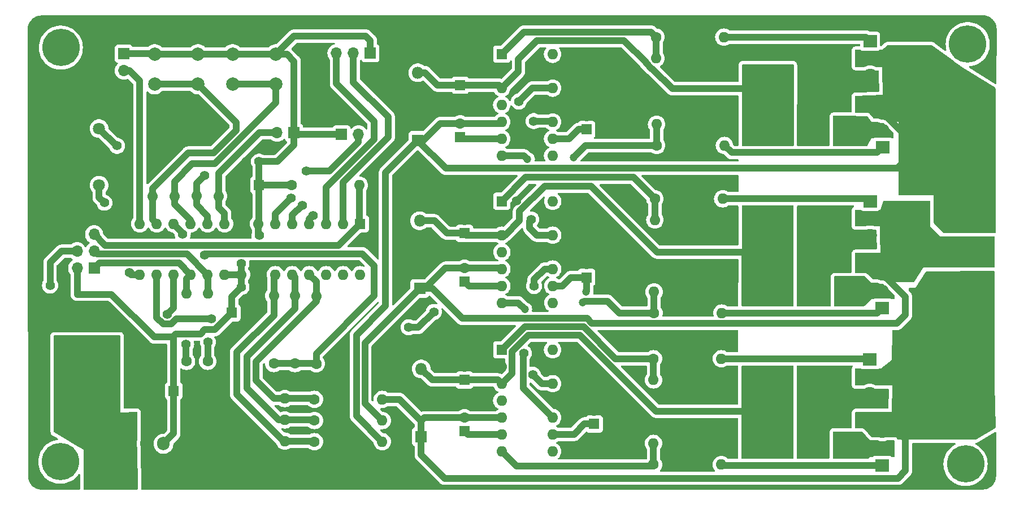
<source format=gbr>
%TF.GenerationSoftware,KiCad,Pcbnew,7.0.1-0*%
%TF.CreationDate,2023-12-30T08:15:01+01:00*%
%TF.ProjectId,BLDC ESC,424c4443-2045-4534-932e-6b696361645f,0.2*%
%TF.SameCoordinates,Original*%
%TF.FileFunction,Copper,L2,Bot*%
%TF.FilePolarity,Positive*%
%FSLAX46Y46*%
G04 Gerber Fmt 4.6, Leading zero omitted, Abs format (unit mm)*
G04 Created by KiCad (PCBNEW 7.0.1-0) date 2023-12-30 08:15:01*
%MOMM*%
%LPD*%
G01*
G04 APERTURE LIST*
%TA.AperFunction,ComponentPad*%
%ADD10R,1.600000X1.600000*%
%TD*%
%TA.AperFunction,ComponentPad*%
%ADD11C,1.600000*%
%TD*%
%TA.AperFunction,ComponentPad*%
%ADD12O,1.600000X1.600000*%
%TD*%
%TA.AperFunction,ComponentPad*%
%ADD13C,3.600000*%
%TD*%
%TA.AperFunction,ConnectorPad*%
%ADD14C,5.600000*%
%TD*%
%TA.AperFunction,ComponentPad*%
%ADD15R,2.000000X1.905000*%
%TD*%
%TA.AperFunction,ComponentPad*%
%ADD16O,2.000000X1.905000*%
%TD*%
%TA.AperFunction,ComponentPad*%
%ADD17R,1.700000X1.700000*%
%TD*%
%TA.AperFunction,ComponentPad*%
%ADD18O,1.700000X1.700000*%
%TD*%
%TA.AperFunction,ComponentPad*%
%ADD19R,2.400000X2.400000*%
%TD*%
%TA.AperFunction,ComponentPad*%
%ADD20C,2.400000*%
%TD*%
%TA.AperFunction,ComponentPad*%
%ADD21R,1.800000X1.800000*%
%TD*%
%TA.AperFunction,ComponentPad*%
%ADD22O,1.800000X1.800000*%
%TD*%
%TA.AperFunction,ComponentPad*%
%ADD23C,2.000000*%
%TD*%
%TA.AperFunction,ComponentPad*%
%ADD24R,3.000000X3.000000*%
%TD*%
%TA.AperFunction,ComponentPad*%
%ADD25C,3.000000*%
%TD*%
%TA.AperFunction,ComponentPad*%
%ADD26C,1.800000*%
%TD*%
%TA.AperFunction,ComponentPad*%
%ADD27R,1.905000X2.000000*%
%TD*%
%TA.AperFunction,ComponentPad*%
%ADD28O,1.905000X2.000000*%
%TD*%
%TA.AperFunction,ViaPad*%
%ADD29C,1.400000*%
%TD*%
%TA.AperFunction,ViaPad*%
%ADD30C,1.200000*%
%TD*%
%TA.AperFunction,Conductor*%
%ADD31C,1.000000*%
%TD*%
G04 APERTURE END LIST*
D10*
%TO.P,C13,1*%
%TO.N,+5V*%
X106289000Y-109667113D03*
D11*
%TO.P,C13,2*%
%TO.N,GND*%
X103789000Y-109667113D03*
%TD*%
%TO.P,R27,1*%
%TO.N,Net-(D4-A)*%
X108204000Y-105222113D03*
D12*
%TO.P,R27,2*%
%TO.N,/MISO*%
X108204000Y-95062113D03*
%TD*%
D11*
%TO.P,R19,1*%
%TO.N,/V_GND*%
X127635000Y-105603113D03*
D12*
%TO.P,R19,2*%
%TO.N,/PH_C_BEMF*%
X127635000Y-95443113D03*
%TD*%
D11*
%TO.P,R6,1*%
%TO.N,GND*%
X188712000Y-59756113D03*
D12*
%TO.P,R6,2*%
%TO.N,Net-(U1-LO)*%
X178552000Y-59756113D03*
%TD*%
D11*
%TO.P,R21,1*%
%TO.N,GND*%
X112766000Y-114030562D03*
D12*
%TO.P,R21,2*%
%TO.N,/PH_B_BEMF*%
X122926000Y-114030562D03*
%TD*%
D11*
%TO.P,R18,1*%
%TO.N,/V_GND*%
X124457221Y-105557664D03*
D12*
%TO.P,R18,2*%
%TO.N,/PH_B_BEMF*%
X124457221Y-95397664D03*
%TD*%
D13*
%TO.P,REF\u002A\u002A,1*%
%TO.N,N/C*%
X225248199Y-57639949D03*
D14*
X225248199Y-57639949D03*
%TD*%
D15*
%TO.P,Q2,1,G*%
%TO.N,Net-(Q2-G)*%
X210627000Y-57216113D03*
D16*
%TO.P,Q2,2,D*%
%TO.N,/PH_A_MOT*%
X210627000Y-59756113D03*
%TO.P,Q2,3,S*%
%TO.N,GND*%
X210627000Y-62296113D03*
%TD*%
D17*
%TO.P,J5,1,Pin_1*%
%TO.N,+5V*%
X135753000Y-58994113D03*
D18*
%TO.P,J5,2,Pin_2*%
%TO.N,/UART_RX*%
X133213000Y-58994113D03*
%TO.P,J5,3,Pin_3*%
%TO.N,/UART_TX*%
X130673000Y-58994113D03*
%TO.P,J5,4,Pin_4*%
%TO.N,GND*%
X128133000Y-58994113D03*
%TD*%
D10*
%TO.P,U3,1,LO*%
%TO.N,Net-(U3-LO)*%
X155438000Y-103505000D03*
D12*
%TO.P,U3,2,COM*%
%TO.N,GND*%
X155438000Y-106045000D03*
%TO.P,U3,3,VCC*%
%TO.N,+12V*%
X155438000Y-108585000D03*
%TO.P,U3,4,NC*%
%TO.N,unconnected-(U3-NC-Pad4)*%
X155438000Y-111125000D03*
%TO.P,U3,5,VS*%
%TO.N,/PH_C_MOT*%
X155438000Y-113665000D03*
%TO.P,U3,6,VB*%
%TO.N,Net-(U3-VB)*%
X155438000Y-116205000D03*
%TO.P,U3,7,HO*%
%TO.N,Net-(U3-HO)*%
X155438000Y-118745000D03*
%TO.P,U3,8,NC*%
%TO.N,unconnected-(U3-NC-Pad8)*%
X163058000Y-118745000D03*
%TO.P,U3,9,VDD*%
%TO.N,+5V*%
X163058000Y-116205000D03*
%TO.P,U3,10,HIN*%
%TO.N,/MOSI*%
X163058000Y-113665000D03*
%TO.P,U3,11,SD*%
%TO.N,GND*%
X163058000Y-111125000D03*
%TO.P,U3,12,LIN*%
%TO.N,/PH_C_LIN*%
X163058000Y-108585000D03*
%TO.P,U3,13,VSS*%
%TO.N,GND*%
X163058000Y-106045000D03*
%TO.P,U3,14,NC*%
%TO.N,unconnected-(U3-NC-Pad14)*%
X163058000Y-103505000D03*
%TD*%
D17*
%TO.P,J4,1,Pin_1*%
%TO.N,+5V*%
X124328000Y-70932113D03*
D18*
%TO.P,J4,2,Pin_2*%
%TO.N,/PWM_SEL*%
X121788000Y-70932113D03*
%TD*%
D11*
%TO.P,R1,1*%
%TO.N,GND*%
X188412551Y-94810892D03*
D12*
%TO.P,R1,2*%
%TO.N,Net-(U2-HO)*%
X178252551Y-94810892D03*
%TD*%
D11*
%TO.P,R10,1*%
%TO.N,Net-(U2-LO)*%
X178379551Y-80838113D03*
D12*
%TO.P,R10,2*%
%TO.N,Net-(Q4-G)*%
X188539551Y-80838113D03*
%TD*%
D10*
%TO.P,C5,1*%
%TO.N,Net-(U2-VB)*%
X149860000Y-93252113D03*
D11*
%TO.P,C5,2*%
%TO.N,/PH_B_MOT*%
X149860000Y-91252113D03*
%TD*%
%TO.P,R20,1*%
%TO.N,GND*%
X112766000Y-110810113D03*
D12*
%TO.P,R20,2*%
%TO.N,/PH_C_BEMF*%
X122926000Y-110810113D03*
%TD*%
D19*
%TO.P,C16,1*%
%TO.N,+12V*%
X195263551Y-64330892D03*
D20*
%TO.P,C16,2*%
%TO.N,GND*%
X202763551Y-64330892D03*
%TD*%
D21*
%TO.P,D1,1,K*%
%TO.N,/PH_A_MOT*%
X142865000Y-72075113D03*
D22*
%TO.P,D1,2,A*%
%TO.N,+12V*%
X142865000Y-61915113D03*
%TD*%
D10*
%TO.P,C7,1*%
%TO.N,+12V*%
X149850000Y-108016113D03*
D11*
%TO.P,C7,2*%
%TO.N,GND*%
X149850000Y-106016113D03*
%TD*%
D15*
%TO.P,Q1,1,G*%
%TO.N,Net-(Q1-G)*%
X212517000Y-73091113D03*
D16*
%TO.P,Q1,2,D*%
%TO.N,+12V*%
X212517000Y-70551113D03*
%TO.P,Q1,3,S*%
%TO.N,/PH_A_MOT*%
X212517000Y-68011113D03*
%TD*%
D11*
%TO.P,R12,1*%
%TO.N,Net-(U3-LO)*%
X178171000Y-104841113D03*
D12*
%TO.P,R12,2*%
%TO.N,Net-(Q6-G)*%
X188331000Y-104841113D03*
%TD*%
D10*
%TO.P,C4,1*%
%TO.N,Net-(U1-VB)*%
X149215000Y-71567113D03*
D11*
%TO.P,C4,2*%
%TO.N,/PH_A_MOT*%
X149215000Y-69567113D03*
%TD*%
D10*
%TO.P,U1,1,LO*%
%TO.N,Net-(U1-LO)*%
X155438000Y-59153113D03*
D12*
%TO.P,U1,2,COM*%
%TO.N,GND*%
X155438000Y-61693113D03*
%TO.P,U1,3,VCC*%
%TO.N,+12V*%
X155438000Y-64233113D03*
%TO.P,U1,4,NC*%
%TO.N,unconnected-(U1-NC-Pad4)*%
X155438000Y-66773113D03*
%TO.P,U1,5,VS*%
%TO.N,/PH_A_MOT*%
X155438000Y-69313113D03*
%TO.P,U1,6,VB*%
%TO.N,Net-(U1-VB)*%
X155438000Y-71853113D03*
%TO.P,U1,7,HO*%
%TO.N,Net-(U1-HO)*%
X155438000Y-74393113D03*
%TO.P,U1,8,NC*%
%TO.N,unconnected-(U1-NC-Pad8)*%
X163058000Y-74393113D03*
%TO.P,U1,9,VDD*%
%TO.N,+5V*%
X163058000Y-71853113D03*
%TO.P,U1,10,HIN*%
%TO.N,/PH_A_HIN*%
X163058000Y-69313113D03*
%TO.P,U1,11,SD*%
%TO.N,GND*%
X163058000Y-66773113D03*
%TO.P,U1,12,LIN*%
%TO.N,/PH_A_LIN*%
X163058000Y-64233113D03*
%TO.P,U1,13,VSS*%
%TO.N,GND*%
X163058000Y-61693113D03*
%TO.P,U1,14,NC*%
%TO.N,unconnected-(U1-NC-Pad14)*%
X163058000Y-59153113D03*
%TD*%
D10*
%TO.P,C6,1*%
%TO.N,Net-(U3-VB)*%
X149850000Y-115702226D03*
D11*
%TO.P,C6,2*%
%TO.N,/PH_C_MOT*%
X149850000Y-113702226D03*
%TD*%
D13*
%TO.P,REF\u002A\u002A,1*%
%TO.N,N/C*%
X89376250Y-58166000D03*
D14*
X89376250Y-58166000D03*
%TD*%
D15*
%TO.P,Q6,1,G*%
%TO.N,Net-(Q6-G)*%
X210582000Y-104968113D03*
D16*
%TO.P,Q6,2,D*%
%TO.N,/PH_C_MOT*%
X210582000Y-107508113D03*
%TO.P,Q6,3,S*%
%TO.N,GND*%
X210582000Y-110048113D03*
%TD*%
D11*
%TO.P,R14,1*%
%TO.N,/PH_A_BEMF*%
X127368221Y-117287113D03*
D12*
%TO.P,R14,2*%
%TO.N,/PH_A_MOT*%
X137528221Y-117287113D03*
%TD*%
D10*
%TO.P,C1,1*%
%TO.N,+5V*%
X168138000Y-70424113D03*
D11*
%TO.P,C1,2*%
%TO.N,GND*%
X168138000Y-68424113D03*
%TD*%
D23*
%TO.P,SW2,1,1*%
%TO.N,+5V*%
X103420000Y-59157113D03*
X109920000Y-59157113D03*
%TO.P,SW2,2,2*%
%TO.N,/DEC_BTN*%
X103420000Y-63657113D03*
X109920000Y-63657113D03*
%TD*%
D10*
%TO.P,C9,1*%
%TO.N,+12V*%
X149215000Y-63788113D03*
D11*
%TO.P,C9,2*%
%TO.N,GND*%
X149215000Y-61788113D03*
%TD*%
D24*
%TO.P,J2,1,Pin_1*%
%TO.N,GND*%
X92202000Y-98618113D03*
D25*
%TO.P,J2,2,Pin_2*%
%TO.N,+12V*%
X92202000Y-103698113D03*
%TD*%
D17*
%TO.P,J3,1,Pin_1*%
%TO.N,+5V*%
X131430000Y-71186113D03*
D18*
%TO.P,J3,2,Pin_2*%
%TO.N,/DIR_SEL*%
X133970000Y-71186113D03*
%TD*%
D13*
%TO.P,REF\u002A\u002A,1*%
%TO.N,N/C*%
X224917049Y-120650049D03*
D14*
X224917049Y-120650049D03*
%TD*%
D10*
%TO.P,U2,1,LO*%
%TO.N,Net-(U2-LO)*%
X155448000Y-81214113D03*
D12*
%TO.P,U2,2,COM*%
%TO.N,GND*%
X155448000Y-83754113D03*
%TO.P,U2,3,VCC*%
%TO.N,+12V*%
X155448000Y-86294113D03*
%TO.P,U2,4,NC*%
%TO.N,unconnected-(U2-NC-Pad4)*%
X155448000Y-88834113D03*
%TO.P,U2,5,VS*%
%TO.N,/PH_B_MOT*%
X155448000Y-91374113D03*
%TO.P,U2,6,VB*%
%TO.N,Net-(U2-VB)*%
X155448000Y-93914113D03*
%TO.P,U2,7,HO*%
%TO.N,Net-(U2-HO)*%
X155448000Y-96454113D03*
%TO.P,U2,8,NC*%
%TO.N,unconnected-(U2-NC-Pad8)*%
X163068000Y-96454113D03*
%TO.P,U2,9,VDD*%
%TO.N,+5V*%
X163068000Y-93914113D03*
%TO.P,U2,10,HIN*%
%TO.N,/PH_B_HIN*%
X163068000Y-91374113D03*
%TO.P,U2,11,SD*%
%TO.N,GND*%
X163068000Y-88834113D03*
%TO.P,U2,12,LIN*%
%TO.N,/PH_B_LIN*%
X163068000Y-86294113D03*
%TO.P,U2,13,VSS*%
%TO.N,GND*%
X163068000Y-83754113D03*
%TO.P,U2,14,NC*%
%TO.N,unconnected-(U2-NC-Pad14)*%
X163068000Y-81214113D03*
%TD*%
D10*
%TO.P,C3,1*%
%TO.N,+5V*%
X168148000Y-92649113D03*
D11*
%TO.P,C3,2*%
%TO.N,GND*%
X168148000Y-90649113D03*
%TD*%
%TO.P,R2,1*%
%TO.N,GND*%
X188539551Y-84013113D03*
D12*
%TO.P,R2,2*%
%TO.N,Net-(U2-LO)*%
X178379551Y-84013113D03*
%TD*%
D11*
%TO.P,R11,1*%
%TO.N,Net-(U3-HO)*%
X178171000Y-120716113D03*
D12*
%TO.P,R11,2*%
%TO.N,Net-(Q5-G)*%
X188331000Y-120716113D03*
%TD*%
D19*
%TO.P,C14,1*%
%TO.N,+12V*%
X195016551Y-88841892D03*
D20*
%TO.P,C14,2*%
%TO.N,GND*%
X202516551Y-88841892D03*
%TD*%
D10*
%TO.P,C2,1*%
%TO.N,+5V*%
X169281000Y-114620113D03*
D11*
%TO.P,C2,2*%
%TO.N,GND*%
X169281000Y-112620113D03*
%TD*%
D10*
%TO.P,C10,1*%
%TO.N,+12V*%
X97209888Y-109794113D03*
D11*
%TO.P,C10,2*%
%TO.N,GND*%
X99709888Y-109794113D03*
%TD*%
D15*
%TO.P,Q4,1,G*%
%TO.N,Net-(Q4-G)*%
X210627000Y-81219113D03*
D16*
%TO.P,Q4,2,D*%
%TO.N,/PH_B_MOT*%
X210627000Y-83759113D03*
%TO.P,Q4,3,S*%
%TO.N,GND*%
X210627000Y-86299113D03*
%TD*%
D11*
%TO.P,R22,1*%
%TO.N,GND*%
X112766000Y-117205562D03*
D12*
%TO.P,R22,2*%
%TO.N,/PH_A_BEMF*%
X122926000Y-117205562D03*
%TD*%
D11*
%TO.P,R8,1*%
%TO.N,Net-(U1-LO)*%
X178552000Y-56581113D03*
D12*
%TO.P,R8,2*%
%TO.N,Net-(Q2-G)*%
X188712000Y-56581113D03*
%TD*%
D11*
%TO.P,R26,1*%
%TO.N,GND*%
X103114000Y-70297113D03*
D12*
%TO.P,R26,2*%
%TO.N,/DEC_BTN*%
X103114000Y-80457113D03*
%TD*%
D11*
%TO.P,R17,1*%
%TO.N,/V_GND*%
X121282221Y-105557664D03*
D12*
%TO.P,R17,2*%
%TO.N,/PH_A_BEMF*%
X121282221Y-95397664D03*
%TD*%
D17*
%TO.P,J6,1,Pin_1*%
%TO.N,/MISO*%
X94361000Y-91252113D03*
D18*
%TO.P,J6,2,Pin_2*%
%TO.N,+5V*%
X91821000Y-91252113D03*
%TO.P,J6,3,Pin_3*%
%TO.N,/ERR_LED*%
X94361000Y-88712113D03*
%TO.P,J6,4,Pin_4*%
%TO.N,/MOSI*%
X91821000Y-88712113D03*
%TO.P,J6,5,Pin_5*%
%TO.N,/RESET*%
X94361000Y-86172113D03*
%TO.P,J6,6,Pin_6*%
%TO.N,GND*%
X91821000Y-86172113D03*
%TD*%
D11*
%TO.P,R9,1*%
%TO.N,Net-(U2-HO)*%
X178252551Y-97985892D03*
D12*
%TO.P,R9,2*%
%TO.N,Net-(Q3-G)*%
X188412551Y-97985892D03*
%TD*%
D19*
%TO.P,C15,1*%
%TO.N,+12V*%
X195143551Y-112717892D03*
D20*
%TO.P,C15,2*%
%TO.N,GND*%
X202643551Y-112717892D03*
%TD*%
D17*
%TO.P,J7,1,Pin_1*%
%TO.N,+5V*%
X98806000Y-59070000D03*
D18*
%TO.P,J7,2,Pin_2*%
%TO.N,/PWM_IN*%
X98806000Y-61610000D03*
%TO.P,J7,3,Pin_3*%
%TO.N,GND*%
X98806000Y-64150000D03*
%TD*%
D21*
%TO.P,D5,1,K*%
%TO.N,GND*%
X92568000Y-70297113D03*
D26*
%TO.P,D5,2,A*%
%TO.N,Net-(D5-A)*%
X95108000Y-70297113D03*
%TD*%
D24*
%TO.P,J1,1,Pin_1*%
%TO.N,/PH_C_MOT*%
X225034000Y-94046113D03*
D25*
%TO.P,J1,2,Pin_2*%
%TO.N,/PH_B_MOT*%
X225034000Y-88966113D03*
%TO.P,J1,3,Pin_3*%
%TO.N,/PH_A_MOT*%
X225034000Y-83886113D03*
%TD*%
D11*
%TO.P,R3,1*%
%TO.N,GND*%
X188331000Y-117541113D03*
D12*
%TO.P,R3,2*%
%TO.N,Net-(U3-HO)*%
X178171000Y-117541113D03*
%TD*%
D11*
%TO.P,R13,1*%
%TO.N,+5V*%
X123942000Y-78806113D03*
D12*
%TO.P,R13,2*%
%TO.N,/RESET*%
X134102000Y-78806113D03*
%TD*%
D13*
%TO.P,REF\u002A\u002A,1*%
%TO.N,N/C*%
X89299100Y-120287100D03*
D14*
X89299100Y-120287100D03*
%TD*%
D11*
%TO.P,R24,1*%
%TO.N,GND*%
X109699949Y-70251664D03*
D12*
%TO.P,R24,2*%
%TO.N,/DIR_SEL*%
X109699949Y-80411664D03*
%TD*%
D10*
%TO.P,C11,1*%
%TO.N,+5V*%
X114987108Y-97937664D03*
D11*
%TO.P,C11,2*%
%TO.N,GND*%
X117487108Y-97937664D03*
%TD*%
D15*
%TO.P,Q5,1,G*%
%TO.N,Net-(Q5-G)*%
X212461000Y-120843113D03*
D16*
%TO.P,Q5,2,D*%
%TO.N,+12V*%
X212461000Y-118303113D03*
%TO.P,Q5,3,S*%
%TO.N,/PH_C_MOT*%
X212461000Y-115763113D03*
%TD*%
D11*
%TO.P,R28,1*%
%TO.N,Net-(D5-A)*%
X111379000Y-105222113D03*
D12*
%TO.P,R28,2*%
%TO.N,/ERR_LED*%
X111379000Y-95062113D03*
%TD*%
D11*
%TO.P,R23,1*%
%TO.N,GND*%
X113020000Y-70297113D03*
D12*
%TO.P,R23,2*%
%TO.N,/PWM_SEL*%
X113020000Y-80457113D03*
%TD*%
D10*
%TO.P,C12,1*%
%TO.N,+5V*%
X119073221Y-78760664D03*
D11*
%TO.P,C12,2*%
%TO.N,GND*%
X116573221Y-78760664D03*
%TD*%
%TO.P,R25,1*%
%TO.N,GND*%
X106416000Y-70297113D03*
D12*
%TO.P,R25,2*%
%TO.N,/INC_BTN*%
X106416000Y-80457113D03*
%TD*%
D10*
%TO.P,C8,1*%
%TO.N,+12V*%
X149860000Y-86013113D03*
D11*
%TO.P,C8,2*%
%TO.N,GND*%
X149860000Y-84013113D03*
%TD*%
%TO.P,R4,1*%
%TO.N,GND*%
X188331000Y-108016113D03*
D12*
%TO.P,R4,2*%
%TO.N,Net-(U3-LO)*%
X178171000Y-108016113D03*
%TD*%
D27*
%TO.P,U5,1,Vin*%
%TO.N,+12V*%
X99685000Y-117597113D03*
D28*
%TO.P,U5,2,GND*%
%TO.N,GND*%
X102225000Y-117597113D03*
%TO.P,U5,3,Vout*%
%TO.N,+5V*%
X104765000Y-117597113D03*
%TD*%
D11*
%TO.P,R5,1*%
%TO.N,GND*%
X188793551Y-69662113D03*
D12*
%TO.P,R5,2*%
%TO.N,Net-(U1-HO)*%
X178633551Y-69662113D03*
%TD*%
D11*
%TO.P,R16,1*%
%TO.N,/PH_C_BEMF*%
X127371000Y-110937113D03*
D12*
%TO.P,R16,2*%
%TO.N,/PH_C_MOT*%
X137531000Y-110937113D03*
%TD*%
D10*
%TO.P,U4,1,~{RESET}/PC6*%
%TO.N,/RESET*%
X134226221Y-84602664D03*
D12*
%TO.P,U4,2,PD0*%
%TO.N,/UART_RX*%
X131686221Y-84602664D03*
%TO.P,U4,3,PD1*%
%TO.N,/UART_TX*%
X129146221Y-84602664D03*
%TO.P,U4,4,PD2*%
%TO.N,/PH_C_LIN*%
X126606221Y-84602664D03*
%TO.P,U4,5,PD3*%
%TO.N,/PH_B_LIN*%
X124066221Y-84602664D03*
%TO.P,U4,6,PD4*%
%TO.N,/PH_A_LIN*%
X121526221Y-84602664D03*
%TO.P,U4,7,VCC*%
%TO.N,+5V*%
X118986221Y-84602664D03*
%TO.P,U4,8,GND*%
%TO.N,GND*%
X116446221Y-84602664D03*
%TO.P,U4,9,XTAL1/PB6*%
%TO.N,/PWM_SEL*%
X113906221Y-84602664D03*
%TO.P,U4,10,XTAL2/PB7*%
%TO.N,/DIR_SEL*%
X111366221Y-84602664D03*
%TO.P,U4,11,PD5*%
%TO.N,/INC_BTN*%
X108826221Y-84602664D03*
%TO.P,U4,12,PD6*%
%TO.N,/V_GND*%
X106286221Y-84602664D03*
%TO.P,U4,13,PD7*%
%TO.N,/DEC_BTN*%
X103746221Y-84602664D03*
%TO.P,U4,14,PB0*%
%TO.N,/PWM_IN*%
X101206221Y-84602664D03*
%TO.P,U4,15,PB1*%
%TO.N,/PH_A_HIN*%
X101206221Y-92222664D03*
%TO.P,U4,16,PB2*%
%TO.N,/PH_B_HIN*%
X103746221Y-92222664D03*
%TO.P,U4,17,PB3*%
%TO.N,/MOSI*%
X106286221Y-92222664D03*
%TO.P,U4,18,PB4*%
%TO.N,/MISO*%
X108826221Y-92222664D03*
%TO.P,U4,19,PB5*%
%TO.N,/ERR_LED*%
X111366221Y-92222664D03*
%TO.P,U4,20,AVCC*%
%TO.N,+5V*%
X113906221Y-92222664D03*
%TO.P,U4,21,AREF*%
X116446221Y-92222664D03*
%TO.P,U4,22,GND*%
%TO.N,GND*%
X118986221Y-92222664D03*
%TO.P,U4,23,PC0*%
%TO.N,/PH_A_BEMF*%
X121526221Y-92222664D03*
%TO.P,U4,24,PC1*%
%TO.N,/PH_B_BEMF*%
X124066221Y-92222664D03*
%TO.P,U4,25,PC2*%
%TO.N,/PH_C_BEMF*%
X126606221Y-92222664D03*
%TO.P,U4,26,PC3*%
%TO.N,unconnected-(U4-PC3-Pad26)*%
X129146221Y-92222664D03*
%TO.P,U4,27,PC4*%
%TO.N,unconnected-(U4-PC4-Pad27)*%
X131686221Y-92222664D03*
%TO.P,U4,28,PC5*%
%TO.N,unconnected-(U4-PC5-Pad28)*%
X134226221Y-92222664D03*
%TD*%
D23*
%TO.P,SW1,1,1*%
%TO.N,+5V*%
X115104000Y-59157113D03*
X121604000Y-59157113D03*
%TO.P,SW1,2,2*%
%TO.N,/INC_BTN*%
X115104000Y-63657113D03*
X121604000Y-63657113D03*
%TD*%
D21*
%TO.P,D2,1,K*%
%TO.N,/PH_C_MOT*%
X143373000Y-116525113D03*
D22*
%TO.P,D2,2,A*%
%TO.N,+12V*%
X143373000Y-106365113D03*
%TD*%
D21*
%TO.P,D3,1,K*%
%TO.N,/PH_B_MOT*%
X143129000Y-94300113D03*
D22*
%TO.P,D3,2,A*%
%TO.N,+12V*%
X143129000Y-84140113D03*
%TD*%
D11*
%TO.P,R7,1*%
%TO.N,Net-(U1-HO)*%
X178633551Y-72837113D03*
D12*
%TO.P,R7,2*%
%TO.N,Net-(Q1-G)*%
X188793551Y-72837113D03*
%TD*%
D11*
%TO.P,R15,1*%
%TO.N,/PH_B_BEMF*%
X127368221Y-114112113D03*
D12*
%TO.P,R15,2*%
%TO.N,/PH_B_MOT*%
X137528221Y-114112113D03*
%TD*%
D21*
%TO.P,D4,1,K*%
%TO.N,GND*%
X92568000Y-78806113D03*
D26*
%TO.P,D4,2,A*%
%TO.N,Net-(D4-A)*%
X95108000Y-78806113D03*
%TD*%
D15*
%TO.P,Q3,1,G*%
%TO.N,Net-(Q3-G)*%
X212461000Y-97221113D03*
D16*
%TO.P,Q3,2,D*%
%TO.N,+12V*%
X212461000Y-94681113D03*
%TO.P,Q3,3,S*%
%TO.N,/PH_B_MOT*%
X212461000Y-92141113D03*
%TD*%
D29*
%TO.N,+5V*%
X119126000Y-86360000D03*
D30*
X168097200Y-94792800D03*
D29*
X116433600Y-94081600D03*
X116433600Y-90532201D03*
X119075200Y-75261900D03*
%TO.N,GND*%
X203403200Y-108610400D03*
X127863600Y-61518800D03*
X103987600Y-67360800D03*
X200710800Y-95961200D03*
X182016400Y-91236800D03*
X200660000Y-94284800D03*
X182321200Y-115265200D03*
X203352400Y-72136000D03*
X200609200Y-84531200D03*
X203403200Y-106934000D03*
X184962800Y-61112400D03*
X109524800Y-67310000D03*
X182676800Y-61112400D03*
X200660000Y-106984800D03*
X182118000Y-81916700D03*
X136194800Y-61468000D03*
X184912000Y-67056000D03*
X182321200Y-95402400D03*
X158038800Y-87528400D03*
X146608800Y-104241600D03*
X200710800Y-108610400D03*
X182270400Y-103682800D03*
X203250800Y-84480400D03*
X185115200Y-95453200D03*
X203403200Y-70561200D03*
X185521600Y-91211400D03*
X140512800Y-115062000D03*
X185064400Y-103682800D03*
X117195600Y-75261900D03*
X185572400Y-86842600D03*
X203504800Y-96062800D03*
X98602800Y-67411600D03*
X182067200Y-86868000D03*
X127457200Y-67360800D03*
X183692800Y-91211400D03*
X146507200Y-110845600D03*
X184658000Y-81916700D03*
X200812400Y-70561200D03*
X184708800Y-72999600D03*
X200609200Y-83007200D03*
X182168800Y-110998000D03*
X182626000Y-67056000D03*
X200863200Y-72034400D03*
X182219600Y-72948800D03*
X185166000Y-110998000D03*
X203200000Y-82956400D03*
X157623448Y-81118648D03*
X183743600Y-86842600D03*
X103733600Y-75641200D03*
X203504800Y-94284800D03*
X185115200Y-115265200D03*
X142798800Y-109931200D03*
%TO.N,+12V*%
X208940400Y-95605600D03*
X206451200Y-71628000D03*
X197459600Y-93218000D03*
X206451200Y-69494400D03*
X197307200Y-116586000D03*
X197358000Y-118770400D03*
X208483200Y-71628000D03*
X192735200Y-93218000D03*
X195021200Y-95402400D03*
X193040000Y-68681600D03*
X206298800Y-118770400D03*
X194970400Y-93268800D03*
X208381600Y-116890800D03*
X195072000Y-116636800D03*
X94081600Y-120446800D03*
X208432400Y-69494400D03*
X192989200Y-118719600D03*
X192786000Y-95402400D03*
X98704400Y-123748800D03*
X209042000Y-93573600D03*
X206806800Y-95504000D03*
X193090800Y-70561200D03*
X94081600Y-123748800D03*
X195021200Y-70561200D03*
X195122800Y-118719600D03*
X206806800Y-93573600D03*
X98704400Y-122123200D03*
X193040000Y-116636800D03*
X98704400Y-120446800D03*
X197459600Y-68529200D03*
X94081600Y-122123200D03*
X206248000Y-116890800D03*
X96316800Y-120446800D03*
X197408800Y-70612000D03*
X96418400Y-123748800D03*
X208330800Y-118770400D03*
X197459600Y-95453200D03*
X195072000Y-68580000D03*
X96367600Y-122174000D03*
D30*
%TO.N,Net-(U2-HO)*%
X158880391Y-97434491D03*
X167589200Y-96418400D03*
%TO.N,Net-(U1-HO)*%
X159294671Y-74911689D03*
X166166800Y-74676000D03*
D29*
%TO.N,Net-(D4-A)*%
X108153200Y-102666800D03*
X95910400Y-81432400D03*
%TO.N,Net-(D5-A)*%
X97790000Y-72898000D03*
X111404400Y-102362000D03*
%TO.N,/DIR_SEL*%
X126169482Y-76650049D03*
X110885461Y-77357461D03*
%TO.N,/MOSI*%
X158756249Y-104003716D03*
X105311522Y-98178633D03*
X87757000Y-93853000D03*
%TO.N,/V_GND*%
X107633350Y-86168650D03*
X110947200Y-89282700D03*
%TO.N,/PH_A_HIN*%
X160223200Y-69189600D03*
X99625438Y-91924300D03*
%TO.N,/PH_A_LIN*%
X123886988Y-80749741D03*
X157988000Y-66243200D03*
%TO.N,/PH_B_HIN*%
X141478000Y-100126800D03*
X111963200Y-98856800D03*
X145262600Y-97815400D03*
X160274000Y-93929200D03*
%TO.N,/PH_B_LIN*%
X125577600Y-81795237D03*
X159852949Y-83939068D03*
%TO.N,/PH_C_LIN*%
X127186713Y-83321801D03*
X160072052Y-107238800D03*
%TD*%
D31*
%TO.N,+5V*%
X118986221Y-84602664D02*
X118986221Y-86220221D01*
X119073221Y-78760664D02*
X119073221Y-75263879D01*
X103389151Y-101580301D02*
X96982650Y-95173800D01*
X121604000Y-59157113D02*
X116484400Y-59157113D01*
X166243000Y-116205000D02*
X163058000Y-116205000D01*
X167827887Y-114620113D02*
X166243000Y-116205000D01*
X168148000Y-94742000D02*
X168097200Y-94792800D01*
X168148000Y-92649113D02*
X168148000Y-94742000D01*
X106289000Y-101463000D02*
X106171699Y-101580301D01*
X119118670Y-78806113D02*
X119073221Y-78760664D01*
X103420000Y-59157113D02*
X109920000Y-59157113D01*
X103332887Y-59070000D02*
X103420000Y-59157113D01*
X124328000Y-70932113D02*
X124328000Y-72782113D01*
X91821000Y-95173800D02*
X91821000Y-91252113D01*
X106289000Y-116073113D02*
X104765000Y-117597113D01*
X116446221Y-90544822D02*
X116433600Y-90532201D01*
X135753000Y-57114600D02*
X135753000Y-58994113D01*
X135077200Y-56438800D02*
X135753000Y-57114600D01*
X106171699Y-101580301D02*
X103389151Y-101580301D01*
X116446221Y-92222664D02*
X116446221Y-90544822D01*
X123266713Y-59157113D02*
X124328000Y-60218400D01*
X114987108Y-97937664D02*
X114987108Y-95528092D01*
X110923116Y-100475634D02*
X110275649Y-101123101D01*
X124322313Y-56438800D02*
X135077200Y-56438800D01*
X124328000Y-60218400D02*
X124328000Y-70932113D01*
X109920000Y-59157113D02*
X116484400Y-59157113D01*
X123942000Y-78806113D02*
X119118670Y-78806113D01*
X118986221Y-86220221D02*
X119126000Y-86360000D01*
X165770487Y-92649113D02*
X168148000Y-92649113D01*
X116484400Y-59157113D02*
X115104000Y-59157113D01*
X110275649Y-101123101D02*
X106628899Y-101123101D01*
X121604000Y-59157113D02*
X124322313Y-56438800D01*
X98806000Y-59070000D02*
X103332887Y-59070000D01*
X119073221Y-75263879D02*
X119075200Y-75261900D01*
X114987108Y-97937664D02*
X112449138Y-100475634D01*
X164505487Y-93914113D02*
X165770487Y-92649113D01*
X124582000Y-71186113D02*
X124328000Y-70932113D01*
X96982650Y-95173800D02*
X91821000Y-95173800D01*
X106289000Y-109667113D02*
X106289000Y-116073113D01*
X124328000Y-72782113D02*
X121848213Y-75261900D01*
X119073221Y-84515664D02*
X118986221Y-84602664D01*
X112449138Y-100475634D02*
X110923116Y-100475634D01*
X121848213Y-75261900D02*
X119075200Y-75261900D01*
X119073221Y-78760664D02*
X119073221Y-84515664D01*
X106628899Y-101123101D02*
X106289000Y-101463000D01*
X114987108Y-95528092D02*
X116433600Y-94081600D01*
X169281000Y-114620113D02*
X167827887Y-114620113D01*
X116446221Y-92222664D02*
X116446221Y-94068979D01*
X163068000Y-93914113D02*
X164505487Y-93914113D01*
X168138000Y-70424113D02*
X166938887Y-70424113D01*
X166938887Y-70424113D02*
X165509887Y-71853113D01*
X116446221Y-94068979D02*
X116433600Y-94081600D01*
X106289000Y-101463000D02*
X106289000Y-109667113D01*
X116446221Y-92222664D02*
X113906221Y-92222664D01*
X121604000Y-59157113D02*
X123266713Y-59157113D01*
X131430000Y-71186113D02*
X124582000Y-71186113D01*
X165509887Y-71853113D02*
X163058000Y-71853113D01*
%TO.N,GND*%
X182067200Y-86817200D02*
X182067200Y-86868000D01*
X98602800Y-67360800D02*
X98602800Y-67411600D01*
%TO.N,Net-(U1-VB)*%
X149501000Y-71853113D02*
X149215000Y-71567113D01*
X155438000Y-71853113D02*
X149501000Y-71853113D01*
%TO.N,/PH_A_MOT*%
X138023600Y-76916513D02*
X142865000Y-72075113D01*
X214721211Y-76261189D02*
X216052400Y-74930000D01*
X142865000Y-72075113D02*
X147051076Y-76261189D01*
X142865000Y-72075113D02*
X143697887Y-72075113D01*
X146205887Y-69567113D02*
X149215000Y-69567113D01*
X212564500Y-68011113D02*
X212517000Y-68011113D01*
X143697887Y-72075113D02*
X146205887Y-69567113D01*
X138023600Y-96910863D02*
X138023600Y-76916513D01*
X133654800Y-101279663D02*
X138023600Y-96910863D01*
X147051076Y-76261189D02*
X214721211Y-76261189D01*
X155184000Y-69567113D02*
X155438000Y-69313113D01*
X216052400Y-74930000D02*
X216052400Y-71499013D01*
X149215000Y-69567113D02*
X155184000Y-69567113D01*
X216052400Y-71499013D02*
X212564500Y-68011113D01*
X133654800Y-113413692D02*
X133654800Y-101279663D01*
X137528221Y-117287113D02*
X133654800Y-113413692D01*
%TO.N,Net-(U2-VB)*%
X155448000Y-93914113D02*
X150522000Y-93914113D01*
X150522000Y-93914113D02*
X149860000Y-93252113D01*
%TO.N,/PH_B_MOT*%
X215900000Y-95532613D02*
X215900000Y-98298000D01*
X137528221Y-114112113D02*
X134924800Y-111508692D01*
X143129000Y-94300113D02*
X143951887Y-94300113D01*
X143951887Y-94300113D02*
X146999887Y-91252113D01*
X155326000Y-91252113D02*
X155448000Y-91374113D01*
X134924800Y-111508692D02*
X134924800Y-102504313D01*
X214662108Y-99535892D02*
X168939631Y-99535892D01*
X146999887Y-91252113D02*
X149860000Y-91252113D01*
X215900000Y-98298000D02*
X214662108Y-99535892D01*
X168199937Y-98796198D02*
X149525085Y-98796198D01*
X134924800Y-102504313D02*
X143129000Y-94300113D01*
X145029000Y-94300113D02*
X143129000Y-94300113D01*
X212508500Y-92141113D02*
X215900000Y-95532613D01*
X168939631Y-99535892D02*
X168199937Y-98796198D01*
X149525085Y-98796198D02*
X145029000Y-94300113D01*
X212461000Y-92141113D02*
X212508500Y-92141113D01*
X149860000Y-91252113D02*
X155326000Y-91252113D01*
%TO.N,Net-(U3-VB)*%
X150352774Y-116205000D02*
X149850000Y-115702226D01*
X155438000Y-116205000D02*
X150352774Y-116205000D01*
%TO.N,/PH_C_MOT*%
X149850000Y-113702226D02*
X155400774Y-113702226D01*
X143373000Y-116525113D02*
X143373000Y-119293800D01*
X143373000Y-116525113D02*
X143373000Y-114213800D01*
X143373000Y-119293800D02*
X146862800Y-122783600D01*
X215900000Y-116890800D02*
X214772313Y-115763113D01*
X143373000Y-114213800D02*
X143884574Y-113702226D01*
X143373000Y-114213800D02*
X140096313Y-110937113D01*
X214772313Y-115763113D02*
X212461000Y-115763113D01*
X143884574Y-113702226D02*
X149850000Y-113702226D01*
X155400774Y-113702226D02*
X155438000Y-113665000D01*
X215900000Y-121666000D02*
X215900000Y-116890800D01*
X140096313Y-110937113D02*
X137531000Y-110937113D01*
X146862800Y-122783600D02*
X214782400Y-122783600D01*
X214782400Y-122783600D02*
X215900000Y-121666000D01*
%TO.N,+12V*%
X161848800Y-78943200D02*
X168808400Y-78943200D01*
X158089600Y-82702400D02*
X161848800Y-78943200D01*
X156988000Y-107035000D02*
X156988000Y-103722062D01*
X177909968Y-61306113D02*
X177980679Y-61306113D01*
X167164814Y-101295200D02*
X178587505Y-112717892D01*
X157937200Y-61733913D02*
X157937200Y-59893200D01*
X177980679Y-61306113D02*
X181005458Y-64330892D01*
X178587505Y-112717892D02*
X195143551Y-112717892D01*
X158089600Y-84124800D02*
X158089600Y-82702400D01*
X143373000Y-106365113D02*
X145024000Y-108016113D01*
X178707092Y-88841892D02*
X195016551Y-88841892D01*
X173773766Y-57099200D02*
X177002000Y-60327434D01*
X157937200Y-59893200D02*
X160731200Y-57099200D01*
X145354113Y-84140113D02*
X147227113Y-86013113D01*
X168808400Y-78943200D02*
X178707092Y-88841892D01*
X155438000Y-64233113D02*
X157937200Y-61733913D01*
X149215000Y-63788113D02*
X154993000Y-63788113D01*
X156988000Y-103722062D02*
X159414862Y-101295200D01*
X155438000Y-108585000D02*
X156988000Y-107035000D01*
X155448000Y-86294113D02*
X150141000Y-86294113D01*
X155920287Y-86294113D02*
X158089600Y-84124800D01*
X159414862Y-101295200D02*
X167164814Y-101295200D01*
X145024000Y-108016113D02*
X149850000Y-108016113D01*
X160731200Y-57099200D02*
X173773766Y-57099200D01*
X143129000Y-84140113D02*
X145354113Y-84140113D01*
X155448000Y-86294113D02*
X155920287Y-86294113D01*
X181005458Y-64330892D02*
X195263551Y-64330892D01*
X177002000Y-60398145D02*
X177909968Y-61306113D01*
X154993000Y-63788113D02*
X155438000Y-64233113D01*
X142865000Y-61915113D02*
X143957113Y-61915113D01*
X149850000Y-108016113D02*
X154869113Y-108016113D01*
X143957113Y-61915113D02*
X145830113Y-63788113D01*
X147227113Y-86013113D02*
X149860000Y-86013113D01*
X177002000Y-60327434D02*
X177002000Y-60398145D01*
X150141000Y-86294113D02*
X149860000Y-86013113D01*
X154869113Y-108016113D02*
X155438000Y-108585000D01*
X145830113Y-63788113D02*
X149215000Y-63788113D01*
%TO.N,Net-(Q1-G)*%
X188793551Y-72837113D02*
X189870438Y-73914000D01*
X189870438Y-73914000D02*
X211694113Y-73914000D01*
X211694113Y-73914000D02*
X212517000Y-73091113D01*
%TO.N,Net-(Q2-G)*%
X188712000Y-56581113D02*
X209992000Y-56581113D01*
X209992000Y-56581113D02*
X210627000Y-57216113D01*
%TO.N,Net-(Q3-G)*%
X188412551Y-97985892D02*
X211696221Y-97985892D01*
X211696221Y-97985892D02*
X212461000Y-97221113D01*
%TO.N,Net-(Q4-G)*%
X210246000Y-80838113D02*
X210627000Y-81219113D01*
X188539551Y-80838113D02*
X210246000Y-80838113D01*
%TO.N,Net-(Q5-G)*%
X188331000Y-120716113D02*
X188468087Y-120853200D01*
X188468087Y-120853200D02*
X212450913Y-120853200D01*
X212450913Y-120853200D02*
X212461000Y-120843113D01*
%TO.N,Net-(Q6-G)*%
X188331000Y-104841113D02*
X210455000Y-104841113D01*
X210455000Y-104841113D02*
X210582000Y-104968113D01*
%TO.N,Net-(U2-HO)*%
X178252551Y-97985892D02*
X178252551Y-94810892D01*
X157900013Y-96454113D02*
X158880391Y-97434491D01*
X173068292Y-97985892D02*
X171297600Y-96215200D01*
X178252551Y-97985892D02*
X173068292Y-97985892D01*
X155448000Y-96454113D02*
X157900013Y-96454113D01*
X171297600Y-96215200D02*
X167792400Y-96215200D01*
X167792400Y-96215200D02*
X167589200Y-96418400D01*
%TO.N,Net-(U2-LO)*%
X175163838Y-77622400D02*
X178379551Y-80838113D01*
X178379551Y-84013113D02*
X178379551Y-80838113D01*
X159039713Y-77622400D02*
X175163838Y-77622400D01*
X155448000Y-81214113D02*
X159039713Y-77622400D01*
%TO.N,Net-(U3-HO)*%
X155438000Y-118745000D02*
X157647800Y-120954800D01*
X178171000Y-120716113D02*
X178171000Y-117541113D01*
X177932313Y-120954800D02*
X178171000Y-120716113D01*
X157647800Y-120954800D02*
X177932313Y-120954800D01*
%TO.N,Net-(U3-LO)*%
X167682376Y-100045699D02*
X158897301Y-100045699D01*
X172477790Y-104841113D02*
X167682376Y-100045699D01*
X178171000Y-104841113D02*
X178171000Y-108016113D01*
X158897301Y-100045699D02*
X155438000Y-103505000D01*
X178171000Y-104841113D02*
X172477790Y-104841113D01*
%TO.N,Net-(U1-HO)*%
X158776095Y-74393113D02*
X159294671Y-74911689D01*
X178633551Y-72837113D02*
X168005687Y-72837113D01*
X168005687Y-72837113D02*
X166166800Y-74676000D01*
X178633551Y-72837113D02*
X178633551Y-69662113D01*
X155438000Y-74393113D02*
X158776095Y-74393113D01*
%TO.N,Net-(U1-LO)*%
X178552000Y-56581113D02*
X178552000Y-59756113D01*
X158761913Y-55829200D02*
X177800087Y-55829200D01*
X177800087Y-55829200D02*
X178552000Y-56581113D01*
X155438000Y-59153113D02*
X158761913Y-55829200D01*
%TO.N,Net-(D4-A)*%
X108153200Y-102666800D02*
X108153200Y-105171313D01*
X95108000Y-78806113D02*
X95108000Y-80630000D01*
X95108000Y-80630000D02*
X95910400Y-81432400D01*
X108153200Y-105171313D02*
X108204000Y-105222113D01*
%TO.N,Net-(D5-A)*%
X111379000Y-105222113D02*
X111379000Y-102387400D01*
X97790000Y-72898000D02*
X97708887Y-72898000D01*
X111379000Y-102387400D02*
X111404400Y-102362000D01*
X97708887Y-72898000D02*
X95108000Y-70297113D01*
%TO.N,/DIR_SEL*%
X111366221Y-83426221D02*
X111366221Y-84602664D01*
X109699949Y-78542973D02*
X110885461Y-77357461D01*
X109699949Y-80411664D02*
X109699949Y-81759949D01*
X109699949Y-80411664D02*
X109699949Y-78542973D01*
X109699949Y-81759949D02*
X111366221Y-83426221D01*
X129649396Y-76708798D02*
X126228231Y-76708798D01*
X126228231Y-76708798D02*
X126169482Y-76650049D01*
X133970000Y-71186113D02*
X133970000Y-72388194D01*
X133970000Y-72388194D02*
X129649396Y-76708798D01*
%TO.N,/PWM_SEL*%
X113020000Y-80457113D02*
X113020000Y-82159000D01*
X113020000Y-77022800D02*
X119110687Y-70932113D01*
X119110687Y-70932113D02*
X121788000Y-70932113D01*
X113020000Y-80457113D02*
X113020000Y-77022800D01*
X113906221Y-83045221D02*
X113906221Y-84602664D01*
X113020000Y-82159000D02*
X113906221Y-83045221D01*
%TO.N,/UART_RX*%
X138430000Y-71577200D02*
X138430000Y-68580000D01*
X131686221Y-84602664D02*
X131686221Y-78320979D01*
X133213000Y-63363000D02*
X133213000Y-58994113D01*
X138430000Y-68580000D02*
X133213000Y-63363000D01*
X131686221Y-78320979D02*
X138430000Y-71577200D01*
%TO.N,/UART_TX*%
X130673000Y-58994113D02*
X130673000Y-63566200D01*
X136296400Y-71943738D02*
X129146221Y-79093917D01*
X129146221Y-79093917D02*
X129146221Y-84602664D01*
X130673000Y-63566200D02*
X136296400Y-69189600D01*
X136296400Y-69189600D02*
X136296400Y-71943738D01*
%TO.N,/MISO*%
X95138313Y-90474800D02*
X107078357Y-90474800D01*
X107078357Y-90474800D02*
X108826221Y-92222664D01*
X108204000Y-95062113D02*
X108204000Y-92844885D01*
X94361000Y-91252113D02*
X95138313Y-90474800D01*
X108204000Y-92844885D02*
X108826221Y-92222664D01*
%TO.N,/ERR_LED*%
X111366221Y-92222664D02*
X108297557Y-89154000D01*
X108297557Y-89154000D02*
X94802887Y-89154000D01*
X111379000Y-95062113D02*
X111379000Y-92235443D01*
X94802887Y-89154000D02*
X94361000Y-88712113D01*
X111379000Y-92235443D02*
X111366221Y-92222664D01*
%TO.N,/MOSI*%
X89468887Y-88712113D02*
X88773000Y-89408000D01*
X106286221Y-97203934D02*
X105311522Y-98178633D01*
X88773000Y-89408000D02*
X87757000Y-90424000D01*
X158622552Y-104137413D02*
X158756249Y-104003716D01*
X158622552Y-109229552D02*
X158622552Y-104137413D01*
X163058000Y-113665000D02*
X158622552Y-109229552D01*
X106286221Y-92222664D02*
X106286221Y-97203934D01*
X87757000Y-90424000D02*
X87757000Y-93853000D01*
X91821000Y-88712113D02*
X89468887Y-88712113D01*
%TO.N,/RESET*%
X134102000Y-84478443D02*
X134226221Y-84602664D01*
X96022087Y-87833200D02*
X94361000Y-86172113D01*
X134226221Y-84602664D02*
X130995685Y-87833200D01*
X134102000Y-78806113D02*
X134102000Y-84478443D01*
X130995685Y-87833200D02*
X96022087Y-87833200D01*
%TO.N,/PH_A_BEMF*%
X121282221Y-95397664D02*
X121282221Y-98300779D01*
X121282221Y-95397664D02*
X121282221Y-92466664D01*
X115697000Y-103886000D02*
X115697000Y-110159800D01*
X122742762Y-117205562D02*
X122926000Y-117205562D01*
X127286670Y-117205562D02*
X127368221Y-117287113D01*
X121282221Y-92466664D02*
X121526221Y-92222664D01*
X122926000Y-117205562D02*
X127286670Y-117205562D01*
X121282221Y-98300779D02*
X115697000Y-103886000D01*
X115697000Y-110159800D02*
X122742762Y-117205562D01*
%TO.N,/PH_B_BEMF*%
X124457221Y-92613664D02*
X124066221Y-92222664D01*
X124457221Y-97284779D02*
X117221000Y-104521000D01*
X127286670Y-114030562D02*
X127368221Y-114112113D01*
X117221000Y-104521000D02*
X117221000Y-109245400D01*
X117221000Y-109245400D02*
X122006162Y-114030562D01*
X122006162Y-114030562D02*
X122926000Y-114030562D01*
X122926000Y-114030562D02*
X127286670Y-114030562D01*
X124457221Y-95397664D02*
X124457221Y-92613664D01*
X124457221Y-95397664D02*
X124457221Y-97284779D01*
%TO.N,/PH_C_BEMF*%
X122926000Y-110810113D02*
X127244000Y-110810113D01*
X118618000Y-105283000D02*
X118618000Y-108102400D01*
X127635000Y-93251443D02*
X126606221Y-92222664D01*
X118618000Y-108102400D02*
X121325713Y-110810113D01*
X127244000Y-110810113D02*
X127371000Y-110937113D01*
X127635000Y-95443113D02*
X127635000Y-96266000D01*
X127635000Y-96266000D02*
X118618000Y-105283000D01*
X127635000Y-95443113D02*
X127635000Y-93251443D01*
X121325713Y-110810113D02*
X122926000Y-110810113D01*
%TO.N,/V_GND*%
X136347200Y-95351600D02*
X136347200Y-90881200D01*
X127635000Y-104063800D02*
X136347200Y-95351600D01*
X121282221Y-105557664D02*
X124457221Y-105557664D01*
X106286221Y-84602664D02*
X107633350Y-85949793D01*
X134548701Y-89082701D02*
X111147199Y-89082701D01*
X127589551Y-105557664D02*
X127635000Y-105603113D01*
X136347200Y-90881200D02*
X134548701Y-89082701D01*
X107633350Y-85949793D02*
X107633350Y-86168650D01*
X127635000Y-105603113D02*
X127635000Y-104063800D01*
X111147199Y-89082701D02*
X110947200Y-89282700D01*
X124457221Y-105557664D02*
X127589551Y-105557664D01*
%TO.N,/INC_BTN*%
X106416000Y-80457113D02*
X106416000Y-81651000D01*
X115104000Y-63657113D02*
X121604000Y-63657113D01*
X108826221Y-84061221D02*
X108826221Y-84602664D01*
X106416000Y-80457113D02*
X106416000Y-78242000D01*
X106416000Y-81651000D02*
X108826221Y-84061221D01*
X121604000Y-66406800D02*
X121604000Y-63657113D01*
X112420400Y-75590400D02*
X121604000Y-66406800D01*
X106416000Y-78242000D02*
X109067600Y-75590400D01*
X109067600Y-75590400D02*
X112420400Y-75590400D01*
%TO.N,/DEC_BTN*%
X103114000Y-80457113D02*
X103114000Y-83970443D01*
X103114000Y-80457113D02*
X103114000Y-79308800D01*
X103420000Y-63657113D02*
X109920000Y-63657113D01*
X103114000Y-79308800D02*
X108438800Y-73984000D01*
X115639234Y-70593566D02*
X115639234Y-69376347D01*
X103114000Y-83970443D02*
X103746221Y-84602664D01*
X112248800Y-73984000D02*
X115639234Y-70593566D01*
X115639234Y-69376347D02*
X109920000Y-63657113D01*
X108438800Y-73984000D02*
X112248800Y-73984000D01*
%TO.N,/PH_A_HIN*%
X162934487Y-69189600D02*
X163058000Y-69313113D01*
X99923802Y-92222664D02*
X99625438Y-91924300D01*
X101206221Y-92222664D02*
X99923802Y-92222664D01*
X160223200Y-69189600D02*
X162934487Y-69189600D01*
%TO.N,/PH_A_LIN*%
X121526221Y-84602664D02*
X121526221Y-83110508D01*
X121526221Y-83110508D02*
X123886988Y-80749741D01*
X163058000Y-64233113D02*
X159998087Y-64233113D01*
X159998087Y-64233113D02*
X157988000Y-66243200D01*
%TO.N,/PH_B_HIN*%
X160274000Y-92964000D02*
X161863887Y-91374113D01*
X160274000Y-93929200D02*
X160274000Y-92964000D01*
X141478000Y-100126800D02*
X142951200Y-100126800D01*
X161863887Y-91374113D02*
X163068000Y-91374113D01*
X104711119Y-99628133D02*
X105911925Y-99628133D01*
X103746221Y-98663235D02*
X104711119Y-99628133D01*
X142951200Y-100126800D02*
X145262600Y-97815400D01*
X105911925Y-99628133D02*
X106683258Y-98856800D01*
X103746221Y-92222664D02*
X103746221Y-98663235D01*
X106683258Y-98856800D02*
X111963200Y-98856800D01*
%TO.N,/PH_B_LIN*%
X160665313Y-86294113D02*
X159613600Y-85242400D01*
X163068000Y-86294113D02*
X160665313Y-86294113D01*
X124066221Y-84602664D02*
X124066221Y-83306616D01*
X159613600Y-85242400D02*
X159613600Y-84178417D01*
X159613600Y-84178417D02*
X159852949Y-83939068D01*
X124066221Y-83306616D02*
X125577600Y-81795237D01*
%TO.N,/PH_C_LIN*%
X161418252Y-108585000D02*
X160072052Y-107238800D01*
X126606221Y-83902293D02*
X127186713Y-83321801D01*
X126606221Y-84602664D02*
X126606221Y-83902293D01*
X163058000Y-108585000D02*
X161418252Y-108585000D01*
%TO.N,/PWM_IN*%
X101206221Y-63157021D02*
X101206221Y-84602664D01*
X98806000Y-61610000D02*
X99659200Y-61610000D01*
X99659200Y-61610000D02*
X101206221Y-63157021D01*
%TD*%
%TA.AperFunction,Conductor*%
%TO.N,/PH_C_MOT*%
G36*
X229248583Y-91711084D02*
G01*
X229294237Y-91756650D01*
X229310828Y-91818982D01*
X229260399Y-108762799D01*
X229411086Y-115141850D01*
X229395590Y-115204866D01*
X229350386Y-115251425D01*
X226444852Y-116975047D01*
X226381587Y-116992400D01*
X214866144Y-116992400D01*
X214818691Y-116982961D01*
X214778462Y-116956080D01*
X214751582Y-116915851D01*
X214746363Y-116903250D01*
X214746361Y-116903247D01*
X214666029Y-116798557D01*
X214620642Y-116753170D01*
X214515949Y-116672836D01*
X214394038Y-116622339D01*
X214332030Y-116605724D01*
X214201201Y-116588500D01*
X214201200Y-116588500D01*
X213117553Y-116588500D01*
X213076059Y-116592803D01*
X213013813Y-116599258D01*
X212964003Y-116609702D01*
X212864683Y-116641520D01*
X212826614Y-116658218D01*
X212807248Y-116664866D01*
X212674940Y-116698372D01*
X212654740Y-116701743D01*
X212620615Y-116704570D01*
X212552817Y-116710189D01*
X212542579Y-116710613D01*
X212379425Y-116710613D01*
X212369186Y-116710189D01*
X212357880Y-116709252D01*
X212267256Y-116701742D01*
X212247058Y-116698372D01*
X212114750Y-116664868D01*
X212095378Y-116658217D01*
X212057314Y-116641520D01*
X211957997Y-116609703D01*
X211908179Y-116599258D01*
X211804451Y-116588500D01*
X211804447Y-116588500D01*
X210855529Y-116588500D01*
X210803715Y-116577156D01*
X210761381Y-116545198D01*
X210341553Y-116055398D01*
X210335966Y-116048989D01*
X210333292Y-116045973D01*
X210327645Y-116039708D01*
X209807088Y-115471829D01*
X209728845Y-115402475D01*
X209687367Y-115372762D01*
X209687366Y-115372761D01*
X209633123Y-115341845D01*
X209596525Y-115320986D01*
X209496989Y-115289012D01*
X209447048Y-115278513D01*
X209358767Y-115269334D01*
X209343052Y-115267700D01*
X208505600Y-115267700D01*
X208443600Y-115251087D01*
X208398213Y-115205700D01*
X208381600Y-115143700D01*
X208381600Y-112950800D01*
X208398213Y-112888800D01*
X208443600Y-112843413D01*
X208505600Y-112826800D01*
X213868001Y-112826800D01*
X213868000Y-112826799D01*
X213969600Y-108864400D01*
X211511168Y-108864400D01*
X211475786Y-108859245D01*
X211443347Y-108844209D01*
X211323422Y-108765858D01*
X211102906Y-108669130D01*
X210989094Y-108640309D01*
X210869476Y-108610018D01*
X210869474Y-108610017D01*
X210869471Y-108610017D01*
X210689606Y-108595113D01*
X210689600Y-108595113D01*
X210474400Y-108595113D01*
X210474394Y-108595113D01*
X210294528Y-108610017D01*
X210061093Y-108669130D01*
X209840577Y-108765858D01*
X209720653Y-108844209D01*
X209688214Y-108859245D01*
X209652832Y-108864400D01*
X208505600Y-108864400D01*
X208443600Y-108847787D01*
X208398213Y-108802400D01*
X208381600Y-108740400D01*
X208381600Y-106397600D01*
X208398213Y-106335600D01*
X208443600Y-106290213D01*
X208505600Y-106273600D01*
X209177092Y-106273600D01*
X209216251Y-106279946D01*
X209251402Y-106298332D01*
X209339669Y-106364409D01*
X209474517Y-106414704D01*
X209534127Y-106421113D01*
X211629872Y-106421112D01*
X211689483Y-106414704D01*
X211824331Y-106364409D01*
X211912597Y-106298332D01*
X211947749Y-106279946D01*
X211986908Y-106273600D01*
X212293199Y-106273600D01*
X212293200Y-106273600D01*
X213868000Y-105054400D01*
X213912396Y-100659137D01*
X213929423Y-100597670D01*
X213974752Y-100552797D01*
X214036390Y-100536392D01*
X214647829Y-100536392D01*
X214650970Y-100536431D01*
X214738471Y-100538649D01*
X214796540Y-100528240D01*
X214805844Y-100526935D01*
X214864546Y-100520966D01*
X214893575Y-100511857D01*
X214908808Y-100508118D01*
X214938761Y-100502750D01*
X214993534Y-100480870D01*
X215002409Y-100477711D01*
X215019783Y-100472259D01*
X215058696Y-100460051D01*
X215085302Y-100445282D01*
X215099470Y-100438554D01*
X215127725Y-100427269D01*
X215176987Y-100394801D01*
X215185018Y-100389935D01*
X215236610Y-100361301D01*
X215259695Y-100341481D01*
X215272222Y-100332036D01*
X215297627Y-100315294D01*
X215339359Y-100273560D01*
X215346231Y-100267192D01*
X215391003Y-100228758D01*
X215409627Y-100204695D01*
X215419988Y-100192931D01*
X216597409Y-99015510D01*
X216599579Y-99013394D01*
X216663053Y-98953059D01*
X216696765Y-98904622D01*
X216702408Y-98897138D01*
X216739698Y-98851407D01*
X216753786Y-98824435D01*
X216761911Y-98811024D01*
X216779295Y-98786049D01*
X216802568Y-98731815D01*
X216806598Y-98723331D01*
X216833908Y-98671051D01*
X216833909Y-98671049D01*
X216842278Y-98641797D01*
X216847534Y-98627032D01*
X216859540Y-98599058D01*
X216871418Y-98541256D01*
X216873651Y-98532156D01*
X216889887Y-98475418D01*
X216892197Y-98445077D01*
X216894376Y-98429535D01*
X216900500Y-98399741D01*
X216900500Y-98340757D01*
X216900858Y-98331343D01*
X216900964Y-98329945D01*
X216905337Y-98272523D01*
X216901493Y-98242347D01*
X216900500Y-98226682D01*
X216900500Y-95546852D01*
X216900540Y-95543710D01*
X216902756Y-95456251D01*
X216892351Y-95398198D01*
X216891042Y-95388866D01*
X216885074Y-95330175D01*
X216875967Y-95301150D01*
X216872223Y-95285899D01*
X216866857Y-95255956D01*
X216844976Y-95201178D01*
X216841816Y-95192302D01*
X216839056Y-95183505D01*
X216824159Y-95136025D01*
X216809395Y-95109425D01*
X216802660Y-95095244D01*
X216791377Y-95066996D01*
X216758917Y-95017744D01*
X216754036Y-95009687D01*
X216725409Y-94958111D01*
X216705582Y-94935016D01*
X216696146Y-94922501D01*
X216679402Y-94897094D01*
X216679400Y-94897092D01*
X216679399Y-94897090D01*
X216637693Y-94855385D01*
X216631287Y-94848473D01*
X216592864Y-94803715D01*
X216568804Y-94785091D01*
X216557026Y-94774718D01*
X216444319Y-94662011D01*
X216417439Y-94621783D01*
X216408000Y-94574330D01*
X216408000Y-94358000D01*
X216424613Y-94296000D01*
X216470000Y-94250613D01*
X216532000Y-94234000D01*
X217423999Y-94234000D01*
X217424000Y-94234000D01*
X218962507Y-91802165D01*
X219007215Y-91759991D01*
X219066682Y-91744465D01*
X229186220Y-91694615D01*
X229248583Y-91711084D01*
G37*
%TD.AperFunction*%
%TD*%
%TA.AperFunction,Conductor*%
%TO.N,+12V*%
G36*
X98236000Y-101362613D02*
G01*
X98281387Y-101408000D01*
X98298000Y-101470000D01*
X98298000Y-112877599D01*
X98298000Y-112877600D01*
X100709605Y-112781135D01*
X100773516Y-112795949D01*
X100820926Y-112841303D01*
X100838557Y-112904498D01*
X100856436Y-117025912D01*
X100848094Y-117066136D01*
X100848539Y-117066249D01*
X100786904Y-117309641D01*
X100772000Y-117489507D01*
X100772000Y-117704719D01*
X100786904Y-117884584D01*
X100846018Y-118118023D01*
X100850996Y-118129371D01*
X100861438Y-118178640D01*
X100888251Y-124359235D01*
X100871821Y-124421458D01*
X100826416Y-124467065D01*
X100764268Y-124483773D01*
X92884816Y-124484783D01*
X92822809Y-124468175D01*
X92777415Y-124422788D01*
X92760800Y-124360783D01*
X92760800Y-118516401D01*
X92760799Y-118516399D01*
X91402795Y-117704719D01*
X91189020Y-117576945D01*
X91177614Y-117569236D01*
X91154019Y-117551300D01*
X91154018Y-117551299D01*
X91154015Y-117551297D01*
X90847348Y-117366782D01*
X90809262Y-117349161D01*
X90797713Y-117343060D01*
X88401214Y-115910670D01*
X88357139Y-115865702D01*
X88340833Y-115804883D01*
X88324947Y-112776000D01*
X88265653Y-101470650D01*
X88282049Y-101408376D01*
X88327464Y-101362721D01*
X88389652Y-101346000D01*
X98174000Y-101346000D01*
X98236000Y-101362613D01*
G37*
%TD.AperFunction*%
%TD*%
%TA.AperFunction,Conductor*%
%TO.N,+12V*%
G36*
X207038130Y-68396499D02*
G01*
X210146922Y-68426977D01*
X210203291Y-68441154D01*
X210247008Y-68479462D01*
X210818616Y-69289240D01*
X210820000Y-69291200D01*
X210820000Y-69291199D01*
X210820001Y-69291200D01*
X210827500Y-69291084D01*
X211712409Y-69277470D01*
X211748786Y-69282344D01*
X211765772Y-69290142D01*
X211766168Y-69289240D01*
X211775576Y-69293366D01*
X211775578Y-69293368D01*
X211996095Y-69390096D01*
X212229524Y-69449208D01*
X212301474Y-69455170D01*
X212409394Y-69464113D01*
X212409400Y-69464113D01*
X212551217Y-69464113D01*
X212598670Y-69473552D01*
X212638898Y-69500432D01*
X214085681Y-70947215D01*
X214112561Y-70987443D01*
X214122000Y-71034896D01*
X214122000Y-71656400D01*
X214105387Y-71718400D01*
X214060000Y-71763787D01*
X213998000Y-71780400D01*
X213914927Y-71780400D01*
X213875768Y-71774054D01*
X213840616Y-71755667D01*
X213759331Y-71694817D01*
X213624483Y-71644522D01*
X213624482Y-71644521D01*
X213564873Y-71638113D01*
X213564869Y-71638113D01*
X211469130Y-71638113D01*
X211409515Y-71644522D01*
X211274669Y-71694817D01*
X211193384Y-71755667D01*
X211158232Y-71774054D01*
X211119073Y-71780400D01*
X210820000Y-71780400D01*
X210263586Y-72846858D01*
X210217929Y-72895539D01*
X210153650Y-72913500D01*
X205152800Y-72913500D01*
X205090800Y-72896887D01*
X205045413Y-72851500D01*
X205028800Y-72789500D01*
X205028800Y-68502022D01*
X205045616Y-68439671D01*
X205091503Y-68394232D01*
X205154016Y-68378028D01*
X207038130Y-68396499D01*
G37*
%TD.AperFunction*%
%TD*%
%TA.AperFunction,Conductor*%
%TO.N,/PH_A_MOT*%
G36*
X219911235Y-57816453D02*
G01*
X219945768Y-57834021D01*
X220841836Y-58483916D01*
X222960381Y-60020443D01*
X222972850Y-60030796D01*
X223108360Y-60159159D01*
X223224140Y-60247172D01*
X223393280Y-60375749D01*
X223699945Y-60560263D01*
X223699946Y-60560264D01*
X223702051Y-60561238D01*
X223722790Y-60573399D01*
X224536000Y-61163200D01*
X229354679Y-64174874D01*
X229397345Y-64219788D01*
X229412959Y-64279737D01*
X229463272Y-85863964D01*
X229450580Y-85918902D01*
X229414874Y-85962540D01*
X229363535Y-85985856D01*
X229307180Y-85984028D01*
X229267235Y-85973325D01*
X229136401Y-85956100D01*
X229136400Y-85956100D01*
X221646309Y-85956100D01*
X221597887Y-85946255D01*
X221557154Y-85918283D01*
X220201435Y-84515815D01*
X220175916Y-84476812D01*
X220166599Y-84431144D01*
X220164709Y-84276138D01*
X220164700Y-84274626D01*
X220164700Y-81251599D01*
X220161829Y-81229794D01*
X220147475Y-81120766D01*
X220130862Y-81058766D01*
X220130857Y-81058755D01*
X220129241Y-81052722D01*
X220125026Y-81022147D01*
X220116400Y-80314800D01*
X215008000Y-80314800D01*
X214946000Y-80298187D01*
X214900613Y-80252800D01*
X214884000Y-80190800D01*
X214884000Y-69342000D01*
X213407291Y-69342000D01*
X213371910Y-69336845D01*
X213339470Y-69321809D01*
X213258424Y-69268859D01*
X213037140Y-69171794D01*
X212999270Y-69145919D01*
X212996343Y-69142992D01*
X212972134Y-69123124D01*
X212919742Y-69080127D01*
X212879514Y-69053247D01*
X212866546Y-69046315D01*
X212792116Y-69006530D01*
X212697289Y-68977764D01*
X212649838Y-68968326D01*
X212551217Y-68958613D01*
X212435425Y-68958613D01*
X212425186Y-68958189D01*
X212413880Y-68957252D01*
X212323256Y-68949742D01*
X212303057Y-68946372D01*
X212170754Y-68912869D01*
X212151384Y-68906219D01*
X212031188Y-68853496D01*
X211969226Y-68826317D01*
X211969223Y-68826316D01*
X211968377Y-68825945D01*
X211962853Y-68824118D01*
X211889349Y-68796780D01*
X211815922Y-68781321D01*
X211779536Y-68776446D01*
X211704629Y-68772029D01*
X211144530Y-68780646D01*
X211086424Y-68767194D01*
X211041319Y-68728170D01*
X210659983Y-68187945D01*
X210580156Y-68099273D01*
X210536440Y-68060967D01*
X210438052Y-67993474D01*
X210326584Y-67950920D01*
X210270216Y-67936743D01*
X210167119Y-67923464D01*
X210151878Y-67921501D01*
X208453581Y-67904851D01*
X208392100Y-67887838D01*
X208347211Y-67842507D01*
X208330800Y-67780858D01*
X208330800Y-65500612D01*
X208346912Y-65439487D01*
X208391062Y-65394247D01*
X208451775Y-65376649D01*
X212496400Y-65278000D01*
X212394843Y-61469649D01*
X212394800Y-61466345D01*
X212394800Y-61061600D01*
X211478414Y-61061600D01*
X211443032Y-61056445D01*
X211410592Y-61041409D01*
X211368419Y-61013856D01*
X211147907Y-60917131D01*
X211147905Y-60917130D01*
X210914476Y-60858018D01*
X210914474Y-60858017D01*
X210914471Y-60858017D01*
X210734606Y-60843113D01*
X210734600Y-60843113D01*
X210519400Y-60843113D01*
X210519394Y-60843113D01*
X210339528Y-60858017D01*
X210339524Y-60858017D01*
X210339524Y-60858018D01*
X210106095Y-60917130D01*
X210106093Y-60917130D01*
X210106092Y-60917131D01*
X209885580Y-61013856D01*
X209843408Y-61041409D01*
X209810968Y-61056445D01*
X209775586Y-61061600D01*
X208454800Y-61061600D01*
X208392800Y-61044987D01*
X208347413Y-60999600D01*
X208330800Y-60937600D01*
X208330800Y-58594800D01*
X208347413Y-58532800D01*
X208392800Y-58487413D01*
X208454800Y-58470800D01*
X209165943Y-58470800D01*
X209221448Y-58483916D01*
X209265210Y-58520490D01*
X209269454Y-58526159D01*
X209384669Y-58612409D01*
X209519517Y-58662704D01*
X209579127Y-58669113D01*
X211674872Y-58669112D01*
X211734483Y-58662704D01*
X211869331Y-58612409D01*
X211984546Y-58526159D01*
X211988789Y-58520490D01*
X212032552Y-58483916D01*
X212088057Y-58470800D01*
X212445600Y-58470800D01*
X213172646Y-57840692D01*
X213210516Y-57818220D01*
X213253855Y-57810400D01*
X219872966Y-57810400D01*
X219911235Y-57816453D01*
G37*
%TD.AperFunction*%
%TD*%
%TA.AperFunction,Conductor*%
%TO.N,+12V*%
G36*
X209850891Y-92465439D02*
G01*
X209891119Y-92492318D01*
X210820000Y-93421200D01*
X211688636Y-93421200D01*
X211738444Y-93431643D01*
X211940095Y-93520096D01*
X212173524Y-93579208D01*
X212245474Y-93585169D01*
X212353394Y-93594113D01*
X212353400Y-93594113D01*
X212495217Y-93594113D01*
X212542670Y-93603552D01*
X212582898Y-93630432D01*
X214238081Y-95285615D01*
X214264961Y-95325843D01*
X214274400Y-95373296D01*
X214274400Y-95786400D01*
X214257787Y-95848400D01*
X214212400Y-95893787D01*
X214150400Y-95910400D01*
X213858927Y-95910400D01*
X213819768Y-95904054D01*
X213784616Y-95885667D01*
X213703331Y-95824817D01*
X213568483Y-95774522D01*
X213508873Y-95768113D01*
X213508869Y-95768113D01*
X211413130Y-95768113D01*
X211353515Y-95774522D01*
X211218669Y-95824817D01*
X211137384Y-95885667D01*
X211102232Y-95904054D01*
X211063073Y-95910400D01*
X210820000Y-95910400D01*
X209767353Y-96915200D01*
X209738338Y-96942896D01*
X209698837Y-96968305D01*
X209652719Y-96977200D01*
X205356000Y-96977200D01*
X205294000Y-96960587D01*
X205248613Y-96915200D01*
X205232000Y-96853200D01*
X205232000Y-92580000D01*
X205248613Y-92518000D01*
X205294000Y-92472613D01*
X205356000Y-92456000D01*
X209803438Y-92456000D01*
X209850891Y-92465439D01*
G37*
%TD.AperFunction*%
%TD*%
%TA.AperFunction,Conductor*%
%TO.N,/PH_B_MOT*%
G36*
X219597200Y-81144213D02*
G01*
X219642587Y-81189600D01*
X219659200Y-81251600D01*
X219659200Y-84988400D01*
X221132400Y-86461600D01*
X229136400Y-86461600D01*
X229198400Y-86478213D01*
X229243787Y-86523600D01*
X229260400Y-86585600D01*
X229260400Y-91062000D01*
X229243787Y-91124000D01*
X229198400Y-91169387D01*
X229136400Y-91186000D01*
X218643200Y-91186000D01*
X217257611Y-93264383D01*
X217212947Y-93304928D01*
X217154437Y-93319600D01*
X216458800Y-93319600D01*
X215837546Y-93323482D01*
X213096420Y-93340613D01*
X213045835Y-93330171D01*
X212981141Y-93301794D01*
X212943270Y-93275919D01*
X212940343Y-93272992D01*
X212916134Y-93253124D01*
X212863742Y-93210127D01*
X212823514Y-93183247D01*
X212810546Y-93176315D01*
X212736116Y-93136530D01*
X212641289Y-93107764D01*
X212593838Y-93098326D01*
X212495217Y-93088613D01*
X212379425Y-93088613D01*
X212369186Y-93088189D01*
X212357880Y-93087252D01*
X212267256Y-93079742D01*
X212247057Y-93076372D01*
X212114754Y-93042869D01*
X212095384Y-93036219D01*
X211941507Y-92968721D01*
X211870698Y-92946037D01*
X211842174Y-92936900D01*
X211842171Y-92936899D01*
X211842167Y-92936898D01*
X211792372Y-92926458D01*
X211792369Y-92926457D01*
X211792366Y-92926457D01*
X211688636Y-92915700D01*
X211688631Y-92915700D01*
X211080747Y-92915700D01*
X211033294Y-92906261D01*
X210993066Y-92879381D01*
X210248564Y-92134878D01*
X210248562Y-92134876D01*
X210171956Y-92072008D01*
X210158485Y-92063007D01*
X210131729Y-92045129D01*
X210044335Y-91998416D01*
X209949507Y-91969651D01*
X209902059Y-91960213D01*
X209803438Y-91950500D01*
X208454800Y-91950500D01*
X208392800Y-91933887D01*
X208347413Y-91888500D01*
X208330800Y-91826500D01*
X208330800Y-89074800D01*
X208347413Y-89012800D01*
X208392800Y-88967413D01*
X208454800Y-88950800D01*
X212140799Y-88950800D01*
X212140800Y-88950800D01*
X212109855Y-86537160D01*
X212111534Y-86515186D01*
X212127500Y-86419512D01*
X212127500Y-86178714D01*
X212104967Y-86043680D01*
X212103288Y-86024886D01*
X212090000Y-84988400D01*
X212089999Y-84988400D01*
X211329544Y-84988400D01*
X211279735Y-84977956D01*
X211228992Y-84955698D01*
X211147906Y-84920130D01*
X211034094Y-84891309D01*
X210914476Y-84861018D01*
X210914474Y-84861017D01*
X210914471Y-84861017D01*
X210734606Y-84846113D01*
X210734600Y-84846113D01*
X210519400Y-84846113D01*
X210519394Y-84846113D01*
X210339528Y-84861017D01*
X210106093Y-84920130D01*
X210005683Y-84964174D01*
X209974264Y-84977956D01*
X209924456Y-84988400D01*
X208454800Y-84988400D01*
X208392800Y-84971787D01*
X208347413Y-84926400D01*
X208330800Y-84864400D01*
X208330800Y-82623200D01*
X208347413Y-82561200D01*
X208392800Y-82515813D01*
X208454800Y-82499200D01*
X209188162Y-82499200D01*
X209227321Y-82505546D01*
X209262473Y-82523933D01*
X209269453Y-82529158D01*
X209269454Y-82529159D01*
X209384669Y-82615409D01*
X209519517Y-82665704D01*
X209579127Y-82672113D01*
X211674872Y-82672112D01*
X211734483Y-82665704D01*
X211869331Y-82615409D01*
X211984546Y-82529159D01*
X211984546Y-82529158D01*
X211991527Y-82523933D01*
X212026679Y-82505546D01*
X212065838Y-82499200D01*
X212140799Y-82499200D01*
X212140800Y-82499200D01*
X212569737Y-81212386D01*
X212595645Y-81168163D01*
X212637225Y-81138193D01*
X212687374Y-81127600D01*
X219535200Y-81127600D01*
X219597200Y-81144213D01*
G37*
%TD.AperFunction*%
%TD*%
%TA.AperFunction,Conductor*%
%TO.N,GND*%
G36*
X227538241Y-53314713D02*
G01*
X227792312Y-53331366D01*
X227808369Y-53333481D01*
X228054092Y-53382359D01*
X228069737Y-53386551D01*
X228306975Y-53467083D01*
X228321957Y-53473288D01*
X228546653Y-53584098D01*
X228560692Y-53592204D01*
X228768998Y-53731391D01*
X228781860Y-53741260D01*
X228802415Y-53759287D01*
X228970211Y-53906444D01*
X228981680Y-53917913D01*
X229146862Y-54106270D01*
X229156734Y-54119136D01*
X229185529Y-54162233D01*
X229295912Y-54327438D01*
X229304022Y-54341485D01*
X229414822Y-54566172D01*
X229421029Y-54581157D01*
X229501554Y-54818386D01*
X229505752Y-54834054D01*
X229554622Y-55079761D01*
X229556739Y-55095842D01*
X229573428Y-55350541D01*
X229573693Y-55358792D01*
X229564344Y-63486221D01*
X229547130Y-63549107D01*
X229500393Y-63594568D01*
X229437054Y-63610034D01*
X229374624Y-63591230D01*
X225480472Y-61157385D01*
X225438414Y-61113552D01*
X225422223Y-61055002D01*
X225435784Y-60995788D01*
X225475843Y-60950120D01*
X225532783Y-60928960D01*
X225782945Y-60901754D01*
X226132473Y-60824817D01*
X226471634Y-60710540D01*
X226796452Y-60560264D01*
X227103118Y-60375749D01*
X227388036Y-60159160D01*
X227647867Y-59913035D01*
X227879564Y-59640260D01*
X228080410Y-59344034D01*
X228186074Y-59144732D01*
X228248052Y-59027830D01*
X228380524Y-58695350D01*
X228476268Y-58350508D01*
X228476267Y-58350508D01*
X228476270Y-58350501D01*
X228534171Y-57997320D01*
X228553547Y-57639949D01*
X228534171Y-57282578D01*
X228476270Y-56929397D01*
X228463426Y-56883136D01*
X228380524Y-56584547D01*
X228248052Y-56252067D01*
X228080412Y-55935868D01*
X228080410Y-55935864D01*
X227884694Y-55647204D01*
X227879562Y-55639635D01*
X227647866Y-55366862D01*
X227388037Y-55120738D01*
X227103117Y-54904148D01*
X226796449Y-54719632D01*
X226535371Y-54598845D01*
X226471634Y-54569358D01*
X226132473Y-54455081D01*
X226132472Y-54455080D01*
X226132470Y-54455080D01*
X225920388Y-54408397D01*
X225782945Y-54378144D01*
X225544732Y-54352237D01*
X225427148Y-54339449D01*
X225427147Y-54339449D01*
X225069251Y-54339449D01*
X225069250Y-54339449D01*
X224713453Y-54378144D01*
X224363927Y-54455080D01*
X224191482Y-54513183D01*
X224024764Y-54569358D01*
X224024761Y-54569359D01*
X224024759Y-54569360D01*
X223699948Y-54719632D01*
X223393280Y-54904148D01*
X223108360Y-55120738D01*
X222848531Y-55366862D01*
X222616835Y-55639635D01*
X222415985Y-55935868D01*
X222248345Y-56252067D01*
X222115873Y-56584547D01*
X222020129Y-56929389D01*
X221962226Y-57282584D01*
X221942850Y-57639948D01*
X221962226Y-57997313D01*
X221962226Y-57997318D01*
X221962227Y-57997320D01*
X221981112Y-58112516D01*
X222020129Y-58350508D01*
X222051602Y-58463863D01*
X222053052Y-58524459D01*
X222025606Y-58578503D01*
X221975822Y-58613080D01*
X221915597Y-58619930D01*
X221859320Y-58597415D01*
X221272942Y-58172130D01*
X220242554Y-57424816D01*
X220234036Y-57419605D01*
X220174981Y-57383475D01*
X220174980Y-57383474D01*
X220174976Y-57383472D01*
X220140443Y-57365904D01*
X220086039Y-57343403D01*
X220067237Y-57335626D01*
X219990209Y-57317160D01*
X219951942Y-57311106D01*
X219881876Y-57305600D01*
X219872966Y-57304900D01*
X213253855Y-57304900D01*
X213253851Y-57304900D01*
X213164093Y-57312932D01*
X213120759Y-57320751D01*
X213033842Y-57344598D01*
X212952559Y-57383492D01*
X212914680Y-57405969D01*
X212841578Y-57458692D01*
X212332710Y-57899711D01*
X212283031Y-57925929D01*
X212226880Y-57927537D01*
X212175782Y-57904204D01*
X212140223Y-57860718D01*
X212127499Y-57806008D01*
X212127499Y-56215741D01*
X212121091Y-56156130D01*
X212070796Y-56021282D01*
X211984546Y-55906067D01*
X211869331Y-55819817D01*
X211734483Y-55769522D01*
X211674873Y-55763113D01*
X211674869Y-55763113D01*
X210616164Y-55763113D01*
X210574571Y-55755929D01*
X210557172Y-55746126D01*
X210556584Y-55747253D01*
X210518440Y-55727328D01*
X210505019Y-55719197D01*
X210480049Y-55701818D01*
X210480048Y-55701817D01*
X210480046Y-55701816D01*
X210425845Y-55678556D01*
X210417336Y-55674515D01*
X210365053Y-55647205D01*
X210359126Y-55645509D01*
X210335798Y-55638834D01*
X210321020Y-55633572D01*
X210293058Y-55621573D01*
X210235272Y-55609696D01*
X210226128Y-55607451D01*
X210169421Y-55591226D01*
X210139075Y-55588915D01*
X210123534Y-55586735D01*
X210093742Y-55580613D01*
X210093741Y-55580613D01*
X210034758Y-55580613D01*
X210025344Y-55580255D01*
X210016198Y-55579558D01*
X209966524Y-55575776D01*
X209966523Y-55575776D01*
X209936349Y-55579619D01*
X209920683Y-55580613D01*
X189589588Y-55580613D01*
X189552301Y-55574874D01*
X189518465Y-55558188D01*
X189503089Y-55547422D01*
X189364734Y-55450545D01*
X189333635Y-55436043D01*
X189158497Y-55354374D01*
X188938689Y-55295477D01*
X188712000Y-55275644D01*
X188485310Y-55295477D01*
X188265502Y-55354374D01*
X188059264Y-55450545D01*
X187872859Y-55581066D01*
X187711953Y-55741972D01*
X187581432Y-55928377D01*
X187485261Y-56134615D01*
X187426364Y-56354423D01*
X187406531Y-56581112D01*
X187426364Y-56807802D01*
X187485261Y-57027610D01*
X187581432Y-57233848D01*
X187711953Y-57420253D01*
X187872859Y-57581159D01*
X188059264Y-57711680D01*
X188059265Y-57711680D01*
X188059266Y-57711681D01*
X188265504Y-57807852D01*
X188485308Y-57866748D01*
X188712000Y-57886581D01*
X188938692Y-57866748D01*
X189158496Y-57807852D01*
X189364734Y-57711681D01*
X189518466Y-57604037D01*
X189552301Y-57587352D01*
X189589588Y-57581613D01*
X209002501Y-57581613D01*
X209064501Y-57598226D01*
X209109888Y-57643613D01*
X209126501Y-57705613D01*
X209126501Y-57841300D01*
X209109888Y-57903300D01*
X209064501Y-57948687D01*
X209002501Y-57965300D01*
X208454799Y-57965300D01*
X208323969Y-57982524D01*
X208261961Y-57999139D01*
X208140050Y-58049636D01*
X208035357Y-58129970D01*
X207989970Y-58175357D01*
X207909636Y-58280050D01*
X207859139Y-58401961D01*
X207842524Y-58463969D01*
X207825300Y-58594799D01*
X207825300Y-60937601D01*
X207842524Y-61068430D01*
X207859139Y-61130438D01*
X207909636Y-61252349D01*
X207989970Y-61357042D01*
X208035357Y-61402429D01*
X208068428Y-61427805D01*
X208140050Y-61482763D01*
X208261966Y-61533262D01*
X208323966Y-61549875D01*
X208414680Y-61561818D01*
X208454799Y-61567100D01*
X208454800Y-61567100D01*
X209775582Y-61567100D01*
X209775586Y-61567100D01*
X209848466Y-61561819D01*
X209883848Y-61556664D01*
X209883847Y-61556664D01*
X209883855Y-61556663D01*
X209955199Y-61540932D01*
X209955199Y-61540931D01*
X209955203Y-61540931D01*
X210023544Y-61515075D01*
X210055984Y-61500039D01*
X210119895Y-61464594D01*
X210119895Y-61464593D01*
X210123824Y-61462415D01*
X210123918Y-61462585D01*
X210136414Y-61455822D01*
X210136417Y-61455821D01*
X210261378Y-61401007D01*
X210280747Y-61394359D01*
X210413052Y-61360854D01*
X210433246Y-61357483D01*
X210535192Y-61349036D01*
X210545432Y-61348613D01*
X210708554Y-61348613D01*
X210718792Y-61349036D01*
X210736792Y-61350527D01*
X210820751Y-61357483D01*
X210840942Y-61360853D01*
X210973255Y-61394359D01*
X210992613Y-61401005D01*
X211117594Y-61455826D01*
X211130086Y-61462589D01*
X211130181Y-61462418D01*
X211134105Y-61464594D01*
X211134110Y-61464597D01*
X211198016Y-61500039D01*
X211198019Y-61500040D01*
X211198022Y-61500042D01*
X211230449Y-61515072D01*
X211230451Y-61515073D01*
X211230456Y-61515075D01*
X211278527Y-61533262D01*
X211298800Y-61540932D01*
X211370144Y-61556663D01*
X211378186Y-61557834D01*
X211405534Y-61561819D01*
X211478414Y-61567100D01*
X211771025Y-61567100D01*
X211832068Y-61583166D01*
X211877293Y-61627201D01*
X211894980Y-61687793D01*
X211916144Y-62481404D01*
X211974259Y-64660765D01*
X211959260Y-64723268D01*
X211914983Y-64769864D01*
X211853327Y-64788033D01*
X208439452Y-64871298D01*
X208311044Y-64891133D01*
X208250331Y-64908731D01*
X208131226Y-64960638D01*
X208029290Y-65041185D01*
X207985137Y-65086429D01*
X207907095Y-65190304D01*
X207858106Y-65310647D01*
X207841996Y-65371764D01*
X207825300Y-65500613D01*
X207825300Y-67773470D01*
X207808484Y-67835821D01*
X207762597Y-67881260D01*
X207700084Y-67897464D01*
X207042483Y-67891017D01*
X207042473Y-67891017D01*
X205158973Y-67872552D01*
X205158972Y-67872552D01*
X205106253Y-67879011D01*
X205027174Y-67888700D01*
X204964664Y-67904903D01*
X204841622Y-67954812D01*
X204735813Y-68035043D01*
X204689935Y-68080474D01*
X204608666Y-68185494D01*
X204557555Y-68308038D01*
X204540739Y-68370388D01*
X204523300Y-68502023D01*
X204523300Y-72789500D01*
X204506687Y-72851500D01*
X204461300Y-72896887D01*
X204399300Y-72913500D01*
X199805885Y-72913500D01*
X199743854Y-72896869D01*
X199698462Y-72851439D01*
X199681885Y-72789394D01*
X199692193Y-60779740D01*
X199689115Y-60756215D01*
X199675063Y-60648825D01*
X199663695Y-60606276D01*
X199658485Y-60586775D01*
X199608036Y-60464761D01*
X199608036Y-60464760D01*
X199539805Y-60375749D01*
X199527706Y-60359965D01*
X199482316Y-60314538D01*
X199377598Y-60234127D01*
X199255629Y-60183575D01*
X199193596Y-60166943D01*
X199062693Y-60149700D01*
X191538294Y-60149700D01*
X191538291Y-60149700D01*
X191407532Y-60166905D01*
X191345561Y-60183500D01*
X191223702Y-60233946D01*
X191119037Y-60314197D01*
X191073651Y-60359544D01*
X190993309Y-60464139D01*
X190942760Y-60585957D01*
X190926110Y-60647918D01*
X190908794Y-60778657D01*
X190906710Y-63206498D01*
X190890062Y-63268453D01*
X190844679Y-63313797D01*
X190782710Y-63330392D01*
X181471241Y-63330392D01*
X181423788Y-63320953D01*
X181383560Y-63294073D01*
X179174077Y-61084590D01*
X179143497Y-61034195D01*
X179139643Y-60975373D01*
X179163386Y-60921418D01*
X179196951Y-60894481D01*
X179195847Y-60892904D01*
X179359005Y-60778660D01*
X179391139Y-60756160D01*
X179552047Y-60595252D01*
X179682568Y-60408847D01*
X179778739Y-60202609D01*
X179837635Y-59982805D01*
X179857468Y-59756113D01*
X179853939Y-59715782D01*
X179847932Y-59647112D01*
X179837635Y-59529421D01*
X179778739Y-59309617D01*
X179682568Y-59103379D01*
X179574924Y-58949646D01*
X179558239Y-58915812D01*
X179552500Y-58878525D01*
X179552500Y-57458701D01*
X179558239Y-57421414D01*
X179574925Y-57387578D01*
X179682568Y-57233847D01*
X179778739Y-57027609D01*
X179837635Y-56807805D01*
X179857468Y-56581113D01*
X179853879Y-56540096D01*
X179847040Y-56461919D01*
X179837635Y-56354421D01*
X179778739Y-56134617D01*
X179682568Y-55928379D01*
X179666945Y-55906067D01*
X179552046Y-55741972D01*
X179391140Y-55581066D01*
X179204735Y-55450545D01*
X178998497Y-55354374D01*
X178778690Y-55295477D01*
X178716903Y-55290071D01*
X178675307Y-55278925D01*
X178640031Y-55254224D01*
X178517654Y-55131847D01*
X178515499Y-55129638D01*
X178455146Y-55066147D01*
X178406727Y-55032446D01*
X178399205Y-55026775D01*
X178353492Y-54989500D01*
X178326527Y-54975415D01*
X178313106Y-54967284D01*
X178288136Y-54949905D01*
X178288135Y-54949904D01*
X178288133Y-54949903D01*
X178233932Y-54926643D01*
X178225423Y-54922602D01*
X178173140Y-54895292D01*
X178167213Y-54893596D01*
X178143885Y-54886921D01*
X178129107Y-54881659D01*
X178101145Y-54869660D01*
X178043359Y-54857783D01*
X178034215Y-54855538D01*
X177977508Y-54839313D01*
X177947162Y-54837002D01*
X177931621Y-54834822D01*
X177901829Y-54828700D01*
X177901828Y-54828700D01*
X177842845Y-54828700D01*
X177833431Y-54828342D01*
X177808479Y-54826442D01*
X177774611Y-54823863D01*
X177774610Y-54823863D01*
X177744436Y-54827706D01*
X177728770Y-54828700D01*
X158776192Y-54828700D01*
X158773050Y-54828660D01*
X158685550Y-54826442D01*
X158627493Y-54836848D01*
X158618164Y-54838157D01*
X158559475Y-54844126D01*
X158530440Y-54853235D01*
X158515203Y-54856974D01*
X158485259Y-54862341D01*
X158430481Y-54884221D01*
X158421611Y-54887379D01*
X158365327Y-54905039D01*
X158338732Y-54919801D01*
X158324554Y-54926534D01*
X158296298Y-54937820D01*
X158247035Y-54970287D01*
X158238979Y-54975167D01*
X158187408Y-55003791D01*
X158164319Y-55023612D01*
X158151796Y-55033055D01*
X158126397Y-55049796D01*
X158084695Y-55091497D01*
X158077788Y-55097898D01*
X158033017Y-55136334D01*
X158014393Y-55160394D01*
X158004020Y-55172171D01*
X155359897Y-57816294D01*
X155319669Y-57843174D01*
X155272216Y-57852613D01*
X154590130Y-57852613D01*
X154530515Y-57859022D01*
X154395669Y-57909317D01*
X154280454Y-57995567D01*
X154194204Y-58110781D01*
X154143909Y-58245629D01*
X154137500Y-58305243D01*
X154137500Y-60000982D01*
X154143909Y-60060597D01*
X154169056Y-60128019D01*
X154194204Y-60195444D01*
X154280454Y-60310659D01*
X154395669Y-60396909D01*
X154530517Y-60447204D01*
X154590127Y-60453613D01*
X156285872Y-60453612D01*
X156345483Y-60447204D01*
X156480331Y-60396909D01*
X156595546Y-60310659D01*
X156681796Y-60195444D01*
X156696518Y-60155969D01*
X156736980Y-60101109D01*
X156800326Y-60075924D01*
X156867411Y-60088028D01*
X156917962Y-60133762D01*
X156936700Y-60199305D01*
X156936700Y-61268131D01*
X156927261Y-61315584D01*
X156900381Y-61355812D01*
X155446907Y-62809284D01*
X155406195Y-62836363D01*
X155358180Y-62845599D01*
X155310328Y-62835555D01*
X155294056Y-62828572D01*
X155236272Y-62816696D01*
X155227128Y-62814451D01*
X155170421Y-62798226D01*
X155140075Y-62795915D01*
X155124534Y-62793735D01*
X155094742Y-62787613D01*
X155094741Y-62787613D01*
X155035758Y-62787613D01*
X155026344Y-62787255D01*
X155017198Y-62786558D01*
X154967524Y-62782776D01*
X154967523Y-62782776D01*
X154937349Y-62786619D01*
X154921683Y-62787613D01*
X150552180Y-62787613D01*
X150496676Y-62774497D01*
X150452913Y-62737924D01*
X150448723Y-62732327D01*
X150372546Y-62630567D01*
X150257331Y-62544317D01*
X150122483Y-62494022D01*
X150062873Y-62487613D01*
X150062869Y-62487613D01*
X148367130Y-62487613D01*
X148307515Y-62494022D01*
X148172669Y-62544317D01*
X148057453Y-62630567D01*
X148011911Y-62691404D01*
X147981277Y-62732327D01*
X147977087Y-62737924D01*
X147933324Y-62774497D01*
X147877820Y-62787613D01*
X146295896Y-62787613D01*
X146248443Y-62778174D01*
X146208215Y-62751294D01*
X144674680Y-61217760D01*
X144672487Y-61215511D01*
X144612172Y-61152059D01*
X144563755Y-61118360D01*
X144556232Y-61112688D01*
X144510518Y-61075413D01*
X144483553Y-61061328D01*
X144470132Y-61053197D01*
X144445162Y-61035818D01*
X144445161Y-61035817D01*
X144445159Y-61035816D01*
X144390958Y-61012556D01*
X144382449Y-61008515D01*
X144330166Y-60981205D01*
X144324239Y-60979509D01*
X144300911Y-60972834D01*
X144286133Y-60967572D01*
X144258171Y-60955573D01*
X144200385Y-60943696D01*
X144191241Y-60941451D01*
X144134534Y-60925226D01*
X144104188Y-60922915D01*
X144088647Y-60920735D01*
X144058855Y-60914613D01*
X144058854Y-60914613D01*
X143999871Y-60914613D01*
X143990457Y-60914255D01*
X143931637Y-60909776D01*
X143915627Y-60911815D01*
X143867204Y-60908402D01*
X143823802Y-60886662D01*
X143674299Y-60770300D01*
X143633626Y-60738643D01*
X143429503Y-60628177D01*
X143429499Y-60628175D01*
X143429498Y-60628175D01*
X143209984Y-60552815D01*
X143038281Y-60524163D01*
X142981049Y-60514613D01*
X142748951Y-60514613D01*
X142703164Y-60522253D01*
X142520015Y-60552815D01*
X142300501Y-60628175D01*
X142300497Y-60628176D01*
X142300497Y-60628177D01*
X142264026Y-60647914D01*
X142096372Y-60738644D01*
X141913215Y-60881200D01*
X141756020Y-61051961D01*
X141629076Y-61246263D01*
X141535844Y-61458809D01*
X141535842Y-61458813D01*
X141535843Y-61458813D01*
X141515048Y-61540932D01*
X141478865Y-61683813D01*
X141459699Y-61915112D01*
X141478865Y-62146412D01*
X141478865Y-62146414D01*
X141478866Y-62146418D01*
X141514548Y-62287320D01*
X141535844Y-62371416D01*
X141601677Y-62521498D01*
X141629076Y-62583962D01*
X141756021Y-62778266D01*
X141913216Y-62949026D01*
X142096374Y-63091583D01*
X142300497Y-63202049D01*
X142410258Y-63239730D01*
X142520015Y-63277410D01*
X142520017Y-63277410D01*
X142520019Y-63277411D01*
X142748951Y-63315613D01*
X142981048Y-63315613D01*
X142981049Y-63315613D01*
X143209981Y-63277411D01*
X143429503Y-63202049D01*
X143607489Y-63105727D01*
X143657966Y-63091078D01*
X143709981Y-63098657D01*
X143754183Y-63127103D01*
X145112544Y-64485464D01*
X145114737Y-64487713D01*
X145175055Y-64551167D01*
X145223475Y-64584868D01*
X145230984Y-64590529D01*
X145276706Y-64627811D01*
X145303675Y-64641898D01*
X145317095Y-64650029D01*
X145342062Y-64667407D01*
X145342063Y-64667407D01*
X145342064Y-64667408D01*
X145343576Y-64668057D01*
X145396276Y-64690672D01*
X145404776Y-64694708D01*
X145457064Y-64722022D01*
X145486309Y-64730390D01*
X145501099Y-64735656D01*
X145508577Y-64738865D01*
X145529055Y-64747653D01*
X145586850Y-64759529D01*
X145595967Y-64761767D01*
X145652695Y-64778000D01*
X145683029Y-64780309D01*
X145698566Y-64782487D01*
X145728372Y-64788613D01*
X145787355Y-64788613D01*
X145796769Y-64788971D01*
X145855589Y-64793450D01*
X145885764Y-64789606D01*
X145901430Y-64788613D01*
X147877820Y-64788613D01*
X147933324Y-64801729D01*
X147977085Y-64838300D01*
X148057454Y-64945659D01*
X148172669Y-65031909D01*
X148307517Y-65082204D01*
X148367127Y-65088613D01*
X150062872Y-65088612D01*
X150122483Y-65082204D01*
X150257331Y-65031909D01*
X150372546Y-64945659D01*
X150452914Y-64838300D01*
X150496676Y-64801729D01*
X150552180Y-64788613D01*
X154183095Y-64788613D01*
X154249721Y-64808033D01*
X154295475Y-64860206D01*
X154307432Y-64885847D01*
X154307434Y-64885851D01*
X154437953Y-65072253D01*
X154598859Y-65233159D01*
X154739152Y-65331392D01*
X154785266Y-65363681D01*
X154843273Y-65390730D01*
X154895449Y-65436486D01*
X154914869Y-65503110D01*
X154895451Y-65569735D01*
X154843276Y-65615493D01*
X154785266Y-65642544D01*
X154598859Y-65773066D01*
X154437953Y-65933972D01*
X154307432Y-66120377D01*
X154211261Y-66326615D01*
X154152364Y-66546423D01*
X154132531Y-66773113D01*
X154152364Y-66999802D01*
X154211261Y-67219610D01*
X154307432Y-67425848D01*
X154437953Y-67612253D01*
X154598859Y-67773159D01*
X154779203Y-67899436D01*
X154785266Y-67903681D01*
X154843275Y-67930731D01*
X154895450Y-67976488D01*
X154914869Y-68043113D01*
X154895450Y-68109738D01*
X154843275Y-68155494D01*
X154822576Y-68165146D01*
X154785263Y-68182546D01*
X154598859Y-68313066D01*
X154437953Y-68473972D01*
X154410111Y-68513736D01*
X154365793Y-68552602D01*
X154308536Y-68566613D01*
X150092588Y-68566613D01*
X150055301Y-68560874D01*
X150021465Y-68544188D01*
X149961245Y-68502022D01*
X149867734Y-68436545D01*
X149741248Y-68377563D01*
X149661497Y-68340374D01*
X149441689Y-68281477D01*
X149215000Y-68261644D01*
X148988310Y-68281477D01*
X148768502Y-68340374D01*
X148562265Y-68436545D01*
X148408535Y-68544188D01*
X148374699Y-68560874D01*
X148337412Y-68566613D01*
X146220166Y-68566613D01*
X146217024Y-68566573D01*
X146129524Y-68564355D01*
X146071467Y-68574761D01*
X146062138Y-68576070D01*
X146003445Y-68582039D01*
X145974415Y-68591147D01*
X145959175Y-68594888D01*
X145929233Y-68600254D01*
X145874459Y-68622133D01*
X145865589Y-68625291D01*
X145809296Y-68642954D01*
X145782705Y-68657713D01*
X145768535Y-68664443D01*
X145740270Y-68675734D01*
X145691008Y-68708200D01*
X145682953Y-68713080D01*
X145631382Y-68741704D01*
X145608293Y-68761525D01*
X145595770Y-68770968D01*
X145570371Y-68787709D01*
X145528669Y-68829410D01*
X145521762Y-68835811D01*
X145476991Y-68874247D01*
X145458367Y-68898307D01*
X145447994Y-68910084D01*
X143719784Y-70638294D01*
X143679556Y-70665174D01*
X143632103Y-70674613D01*
X141917130Y-70674613D01*
X141857515Y-70681022D01*
X141722669Y-70731317D01*
X141607454Y-70817567D01*
X141521204Y-70932781D01*
X141470909Y-71067629D01*
X141464500Y-71127244D01*
X141464500Y-72009330D01*
X141455061Y-72056783D01*
X141428181Y-72097011D01*
X137326246Y-76198945D01*
X137323999Y-76201136D01*
X137260548Y-76261452D01*
X137226844Y-76309875D01*
X137221173Y-76317395D01*
X137183901Y-76363106D01*
X137169810Y-76390079D01*
X137161682Y-76403496D01*
X137144305Y-76428463D01*
X137121039Y-76482678D01*
X137116999Y-76491184D01*
X137089690Y-76543465D01*
X137081320Y-76572714D01*
X137076059Y-76587491D01*
X137064060Y-76615455D01*
X137052187Y-76673226D01*
X137049942Y-76682373D01*
X137033713Y-76739093D01*
X137031402Y-76769438D01*
X137029222Y-76784979D01*
X137023100Y-76814772D01*
X137023100Y-76873755D01*
X137022742Y-76883169D01*
X137018263Y-76941990D01*
X137022106Y-76972164D01*
X137023100Y-76987830D01*
X137023100Y-89842818D01*
X137009585Y-89899113D01*
X136971985Y-89943136D01*
X136918498Y-89965291D01*
X136860782Y-89960749D01*
X136811419Y-89930499D01*
X135266268Y-88385348D01*
X135264113Y-88383139D01*
X135203760Y-88319648D01*
X135155341Y-88285947D01*
X135147819Y-88280276D01*
X135102106Y-88243001D01*
X135075141Y-88228916D01*
X135061720Y-88220785D01*
X135036750Y-88203406D01*
X135036749Y-88203405D01*
X135036747Y-88203404D01*
X134982546Y-88180144D01*
X134974037Y-88176103D01*
X134921754Y-88148793D01*
X134915827Y-88147097D01*
X134892499Y-88140422D01*
X134877721Y-88135160D01*
X134849759Y-88123161D01*
X134791973Y-88111284D01*
X134782829Y-88109039D01*
X134726122Y-88092814D01*
X134695776Y-88090503D01*
X134680235Y-88088323D01*
X134650443Y-88082201D01*
X134650442Y-88082201D01*
X134591459Y-88082201D01*
X134582045Y-88081843D01*
X134572899Y-88081146D01*
X134523225Y-88077364D01*
X134523224Y-88077364D01*
X134493050Y-88081207D01*
X134477384Y-88082201D01*
X132460967Y-88082201D01*
X132404672Y-88068686D01*
X132360649Y-88031086D01*
X132338494Y-87977599D01*
X132343036Y-87919883D01*
X132373286Y-87870520D01*
X134304322Y-85939482D01*
X134344550Y-85912602D01*
X134392003Y-85903163D01*
X135074091Y-85903163D01*
X135074093Y-85903163D01*
X135133704Y-85896755D01*
X135268552Y-85846460D01*
X135383767Y-85760210D01*
X135470017Y-85644995D01*
X135520312Y-85510147D01*
X135526721Y-85450537D01*
X135526720Y-83754792D01*
X135520312Y-83695181D01*
X135470017Y-83560333D01*
X135383767Y-83445118D01*
X135268552Y-83358868D01*
X135183166Y-83327021D01*
X135140930Y-83300582D01*
X135112512Y-83259651D01*
X135102500Y-83210839D01*
X135102500Y-79683701D01*
X135108239Y-79646414D01*
X135124925Y-79612578D01*
X135125768Y-79611374D01*
X135232568Y-79458847D01*
X135328739Y-79252609D01*
X135387635Y-79032805D01*
X135407468Y-78806113D01*
X135387635Y-78579421D01*
X135328739Y-78359617D01*
X135232568Y-78153379D01*
X135225353Y-78143075D01*
X135102046Y-77966972D01*
X134941140Y-77806066D01*
X134754735Y-77675545D01*
X134548497Y-77579374D01*
X134328689Y-77520477D01*
X134200904Y-77509297D01*
X134136225Y-77484145D01*
X134095190Y-77428179D01*
X134090651Y-77358930D01*
X134124029Y-77298090D01*
X139127409Y-72294710D01*
X139129579Y-72292594D01*
X139193053Y-72232259D01*
X139226765Y-72183822D01*
X139232408Y-72176338D01*
X139269698Y-72130607D01*
X139283786Y-72103635D01*
X139291911Y-72090224D01*
X139309295Y-72065249D01*
X139332568Y-72011015D01*
X139336598Y-72002531D01*
X139338979Y-71997974D01*
X139363909Y-71950249D01*
X139372278Y-71920997D01*
X139377534Y-71906232D01*
X139389540Y-71878258D01*
X139401418Y-71820456D01*
X139403651Y-71811356D01*
X139419887Y-71754618D01*
X139422197Y-71724277D01*
X139424376Y-71708735D01*
X139430500Y-71678941D01*
X139430500Y-71619957D01*
X139430858Y-71610543D01*
X139433429Y-71576776D01*
X139435337Y-71551723D01*
X139431493Y-71521547D01*
X139430500Y-71505882D01*
X139430500Y-68594262D01*
X139430540Y-68591120D01*
X139431307Y-68560874D01*
X139432757Y-68503637D01*
X139422349Y-68445573D01*
X139421041Y-68436242D01*
X139420953Y-68435374D01*
X139415074Y-68377562D01*
X139405962Y-68348520D01*
X139402226Y-68333297D01*
X139396858Y-68303347D01*
X139374976Y-68248566D01*
X139371816Y-68239689D01*
X139354159Y-68183412D01*
X139339395Y-68156812D01*
X139332660Y-68142631D01*
X139321377Y-68114383D01*
X139288917Y-68065131D01*
X139284036Y-68057074D01*
X139271806Y-68035040D01*
X139255409Y-68005498D01*
X139235582Y-67982403D01*
X139226146Y-67969888D01*
X139209402Y-67944481D01*
X139209400Y-67944479D01*
X139209399Y-67944477D01*
X139167693Y-67902772D01*
X139161287Y-67895860D01*
X139122864Y-67851102D01*
X139098804Y-67832478D01*
X139087026Y-67822105D01*
X136695883Y-65430962D01*
X134249818Y-62984898D01*
X134222939Y-62944671D01*
X134213500Y-62897218D01*
X134213500Y-60114971D01*
X134232238Y-60049428D01*
X134282789Y-60003694D01*
X134349874Y-59991590D01*
X134413220Y-60016775D01*
X134453680Y-60071635D01*
X134459204Y-60086444D01*
X134545454Y-60201659D01*
X134660669Y-60287909D01*
X134795517Y-60338204D01*
X134855127Y-60344613D01*
X136650872Y-60344612D01*
X136710483Y-60338204D01*
X136845331Y-60287909D01*
X136960546Y-60201659D01*
X137046796Y-60086444D01*
X137097091Y-59951596D01*
X137103500Y-59891986D01*
X137103499Y-58096241D01*
X137097091Y-58036630D01*
X137046796Y-57901782D01*
X136960546Y-57786567D01*
X136845331Y-57700317D01*
X136837891Y-57697542D01*
X136834165Y-57696152D01*
X136791929Y-57669713D01*
X136763512Y-57628783D01*
X136753500Y-57579971D01*
X136753500Y-57128879D01*
X136753540Y-57125737D01*
X136755757Y-57038239D01*
X136747472Y-56992018D01*
X136745346Y-56980158D01*
X136744039Y-56970832D01*
X136738074Y-56912162D01*
X136728963Y-56883127D01*
X136725226Y-56867897D01*
X136719859Y-56837948D01*
X136697972Y-56783155D01*
X136694816Y-56774290D01*
X136677159Y-56718012D01*
X136662395Y-56691413D01*
X136655665Y-56677240D01*
X136644378Y-56648983D01*
X136611909Y-56599718D01*
X136607040Y-56591682D01*
X136578409Y-56540098D01*
X136578408Y-56540096D01*
X136558593Y-56517015D01*
X136549144Y-56504483D01*
X136532402Y-56479081D01*
X136490699Y-56437379D01*
X136484292Y-56430466D01*
X136445865Y-56385703D01*
X136421802Y-56367077D01*
X136410022Y-56356702D01*
X135794767Y-55741447D01*
X135792612Y-55739238D01*
X135732259Y-55675747D01*
X135683840Y-55642046D01*
X135676318Y-55636375D01*
X135672880Y-55633572D01*
X135648130Y-55613390D01*
X135630605Y-55599100D01*
X135603640Y-55585015D01*
X135590219Y-55576884D01*
X135565249Y-55559505D01*
X135565248Y-55559504D01*
X135565246Y-55559503D01*
X135511045Y-55536243D01*
X135502536Y-55532202D01*
X135450253Y-55504892D01*
X135444326Y-55503196D01*
X135420998Y-55496521D01*
X135406220Y-55491259D01*
X135378258Y-55479260D01*
X135320472Y-55467383D01*
X135311328Y-55465138D01*
X135254621Y-55448913D01*
X135224275Y-55446602D01*
X135208734Y-55444422D01*
X135178942Y-55438300D01*
X135178941Y-55438300D01*
X135119958Y-55438300D01*
X135110544Y-55437942D01*
X135085592Y-55436042D01*
X135051724Y-55433463D01*
X135051723Y-55433463D01*
X135021549Y-55437306D01*
X135005883Y-55438300D01*
X124336575Y-55438300D01*
X124333434Y-55438260D01*
X124332152Y-55438227D01*
X124245950Y-55436042D01*
X124187893Y-55446448D01*
X124178564Y-55447757D01*
X124119875Y-55453726D01*
X124090840Y-55462835D01*
X124075603Y-55466574D01*
X124045663Y-55471941D01*
X123990880Y-55493822D01*
X123982011Y-55496979D01*
X123925723Y-55514641D01*
X123899122Y-55529405D01*
X123884952Y-55536135D01*
X123856698Y-55547422D01*
X123807434Y-55579887D01*
X123799383Y-55584764D01*
X123747811Y-55613390D01*
X123724727Y-55633207D01*
X123712200Y-55642653D01*
X123686794Y-55659398D01*
X123645088Y-55701103D01*
X123638181Y-55707504D01*
X123593416Y-55745935D01*
X123574793Y-55769993D01*
X123564421Y-55781769D01*
X121725899Y-57620294D01*
X121685671Y-57647174D01*
X121638218Y-57656613D01*
X121479665Y-57656613D01*
X121234384Y-57697542D01*
X120999194Y-57778283D01*
X120780485Y-57896642D01*
X120584259Y-58049372D01*
X120584256Y-58049374D01*
X120584256Y-58049375D01*
X120571915Y-58062781D01*
X120522375Y-58116596D01*
X120480955Y-58146169D01*
X120431145Y-58156613D01*
X116586141Y-58156613D01*
X116276855Y-58156613D01*
X116227045Y-58146169D01*
X116185625Y-58116596D01*
X116170071Y-58099700D01*
X116123744Y-58049375D01*
X116054612Y-57995567D01*
X115927514Y-57896642D01*
X115927510Y-57896639D01*
X115927509Y-57896639D01*
X115708810Y-57778285D01*
X115708806Y-57778283D01*
X115708805Y-57778283D01*
X115473615Y-57697542D01*
X115228335Y-57656613D01*
X114979665Y-57656613D01*
X114734384Y-57697542D01*
X114499194Y-57778283D01*
X114280485Y-57896642D01*
X114084259Y-58049372D01*
X114084256Y-58049374D01*
X114084256Y-58049375D01*
X114071915Y-58062781D01*
X114022375Y-58116596D01*
X113980955Y-58146169D01*
X113931145Y-58156613D01*
X111092855Y-58156613D01*
X111043045Y-58146169D01*
X111001625Y-58116596D01*
X110986071Y-58099700D01*
X110939744Y-58049375D01*
X110870612Y-57995567D01*
X110743514Y-57896642D01*
X110743510Y-57896639D01*
X110743509Y-57896639D01*
X110524810Y-57778285D01*
X110524806Y-57778283D01*
X110524805Y-57778283D01*
X110289615Y-57697542D01*
X110044335Y-57656613D01*
X109795665Y-57656613D01*
X109550384Y-57697542D01*
X109315194Y-57778283D01*
X109096485Y-57896642D01*
X108900259Y-58049372D01*
X108900256Y-58049374D01*
X108900256Y-58049375D01*
X108887915Y-58062781D01*
X108838375Y-58116596D01*
X108796955Y-58146169D01*
X108747145Y-58156613D01*
X104592855Y-58156613D01*
X104543045Y-58146169D01*
X104501625Y-58116596D01*
X104486071Y-58099700D01*
X104439744Y-58049375D01*
X104370612Y-57995567D01*
X104243514Y-57896642D01*
X104243510Y-57896639D01*
X104243509Y-57896639D01*
X104024810Y-57778285D01*
X104024806Y-57778283D01*
X104024805Y-57778283D01*
X103789615Y-57697542D01*
X103544335Y-57656613D01*
X103295665Y-57656613D01*
X103050384Y-57697542D01*
X102815194Y-57778283D01*
X102815190Y-57778284D01*
X102815190Y-57778285D01*
X102695286Y-57843174D01*
X102596489Y-57896640D01*
X102520715Y-57955618D01*
X102416634Y-58036628D01*
X102407992Y-58043354D01*
X102372093Y-58062781D01*
X102331830Y-58069500D01*
X100220142Y-58069500D01*
X100171330Y-58059488D01*
X100130400Y-58031071D01*
X100103961Y-57988835D01*
X100101607Y-57982524D01*
X100099796Y-57977669D01*
X100013546Y-57862454D01*
X99898331Y-57776204D01*
X99763483Y-57725909D01*
X99703873Y-57719500D01*
X99703869Y-57719500D01*
X97908130Y-57719500D01*
X97848515Y-57725909D01*
X97713669Y-57776204D01*
X97598454Y-57862454D01*
X97512204Y-57977668D01*
X97463280Y-58108839D01*
X97461909Y-58112517D01*
X97457550Y-58153066D01*
X97455500Y-58172130D01*
X97455500Y-59967869D01*
X97461909Y-60027484D01*
X97481849Y-60080944D01*
X97512204Y-60162331D01*
X97598454Y-60277546D01*
X97713669Y-60363796D01*
X97802450Y-60396909D01*
X97845082Y-60412810D01*
X97895462Y-60447789D01*
X97922915Y-60502634D01*
X97920726Y-60563926D01*
X97889431Y-60616673D01*
X97767503Y-60738601D01*
X97631965Y-60932170D01*
X97532097Y-61146336D01*
X97470936Y-61374592D01*
X97450340Y-61609999D01*
X97470936Y-61845407D01*
X97489614Y-61915113D01*
X97532097Y-62073663D01*
X97631965Y-62287830D01*
X97767505Y-62481401D01*
X97934599Y-62648495D01*
X98128170Y-62784035D01*
X98342337Y-62883903D01*
X98570592Y-62945063D01*
X98806000Y-62965659D01*
X99041408Y-62945063D01*
X99269663Y-62883903D01*
X99360458Y-62841563D01*
X99409255Y-62829997D01*
X99458644Y-62838706D01*
X99500544Y-62866264D01*
X100169402Y-63535122D01*
X100196282Y-63575350D01*
X100205721Y-63622803D01*
X100205721Y-83725076D01*
X100199982Y-83762363D01*
X100183296Y-83796199D01*
X100075653Y-83949929D01*
X99979482Y-84156166D01*
X99920585Y-84375974D01*
X99900752Y-84602664D01*
X99920585Y-84829353D01*
X99979482Y-85049161D01*
X100075653Y-85255399D01*
X100206174Y-85441804D01*
X100367080Y-85602710D01*
X100553485Y-85733231D01*
X100553486Y-85733231D01*
X100553487Y-85733232D01*
X100759725Y-85829403D01*
X100979529Y-85888299D01*
X101093338Y-85898256D01*
X101206220Y-85908132D01*
X101206220Y-85908131D01*
X101206221Y-85908132D01*
X101432913Y-85888299D01*
X101652717Y-85829403D01*
X101858955Y-85733232D01*
X102045360Y-85602711D01*
X102206268Y-85441803D01*
X102336789Y-85255398D01*
X102363839Y-85197388D01*
X102409596Y-85145213D01*
X102476221Y-85125793D01*
X102542846Y-85145213D01*
X102588603Y-85197389D01*
X102615652Y-85255397D01*
X102746174Y-85441804D01*
X102907080Y-85602710D01*
X103093485Y-85733231D01*
X103093486Y-85733231D01*
X103093487Y-85733232D01*
X103299725Y-85829403D01*
X103519529Y-85888299D01*
X103633338Y-85898256D01*
X103746220Y-85908132D01*
X103746220Y-85908131D01*
X103746221Y-85908132D01*
X103972913Y-85888299D01*
X104192717Y-85829403D01*
X104398955Y-85733232D01*
X104585360Y-85602711D01*
X104746268Y-85441803D01*
X104876789Y-85255398D01*
X104903839Y-85197388D01*
X104949596Y-85145213D01*
X105016221Y-85125793D01*
X105082846Y-85145213D01*
X105128603Y-85197389D01*
X105155652Y-85255397D01*
X105286174Y-85441804D01*
X105447080Y-85602710D01*
X105633485Y-85733231D01*
X105633486Y-85733231D01*
X105633487Y-85733232D01*
X105839725Y-85829403D01*
X106059529Y-85888299D01*
X106121313Y-85893704D01*
X106162910Y-85904849D01*
X106198187Y-85929551D01*
X106395069Y-86126432D01*
X106419635Y-86161420D01*
X106430859Y-86202672D01*
X106448234Y-86390187D01*
X106509119Y-86604175D01*
X106533645Y-86653428D01*
X106546513Y-86714426D01*
X106528072Y-86773977D01*
X106482984Y-86817029D01*
X106422645Y-86832700D01*
X96487869Y-86832700D01*
X96440416Y-86823261D01*
X96400188Y-86796381D01*
X95742890Y-86139083D01*
X95718189Y-86103806D01*
X95707043Y-86062209D01*
X95706337Y-86054143D01*
X95696063Y-85936705D01*
X95634903Y-85708450D01*
X95535035Y-85494284D01*
X95399495Y-85300712D01*
X95232401Y-85133618D01*
X95038830Y-84998078D01*
X94824663Y-84898210D01*
X94763501Y-84881822D01*
X94596407Y-84837049D01*
X94361000Y-84816453D01*
X94125592Y-84837049D01*
X93897336Y-84898210D01*
X93683170Y-84998078D01*
X93489598Y-85133618D01*
X93322505Y-85300711D01*
X93186965Y-85494283D01*
X93087097Y-85708449D01*
X93025936Y-85936705D01*
X93005340Y-86172112D01*
X93025936Y-86407520D01*
X93062410Y-86543643D01*
X93087097Y-86635776D01*
X93186965Y-86849943D01*
X93322505Y-87043514D01*
X93489599Y-87210608D01*
X93675160Y-87340539D01*
X93714024Y-87384856D01*
X93728035Y-87442113D01*
X93714024Y-87499370D01*
X93675159Y-87543688D01*
X93489595Y-87673621D01*
X93322505Y-87840711D01*
X93192575Y-88026272D01*
X93148257Y-88065138D01*
X93091000Y-88079149D01*
X93033743Y-88065138D01*
X92989425Y-88026272D01*
X92914931Y-87919883D01*
X92859495Y-87840712D01*
X92692401Y-87673618D01*
X92498830Y-87538078D01*
X92284663Y-87438210D01*
X92223502Y-87421822D01*
X92056407Y-87377049D01*
X91821000Y-87356453D01*
X91585592Y-87377049D01*
X91357336Y-87438210D01*
X91143170Y-87538078D01*
X90949598Y-87673618D01*
X90947923Y-87675294D01*
X90907695Y-87702174D01*
X90860242Y-87711613D01*
X89483166Y-87711613D01*
X89480024Y-87711573D01*
X89392524Y-87709355D01*
X89334467Y-87719761D01*
X89325138Y-87721070D01*
X89266449Y-87727039D01*
X89237414Y-87736148D01*
X89222177Y-87739887D01*
X89192233Y-87745254D01*
X89137455Y-87767134D01*
X89128585Y-87770292D01*
X89072301Y-87787952D01*
X89045706Y-87802714D01*
X89031528Y-87809447D01*
X89003272Y-87820733D01*
X88954009Y-87853200D01*
X88945953Y-87858080D01*
X88894382Y-87886704D01*
X88871293Y-87906525D01*
X88858770Y-87915968D01*
X88833371Y-87932709D01*
X88791669Y-87974410D01*
X88784762Y-87980811D01*
X88739991Y-88019247D01*
X88721367Y-88043307D01*
X88710994Y-88055084D01*
X88137483Y-88628596D01*
X88137481Y-88628598D01*
X87059645Y-89706433D01*
X87057398Y-89708624D01*
X86993948Y-89768940D01*
X86960244Y-89817362D01*
X86954573Y-89824882D01*
X86917301Y-89870593D01*
X86903210Y-89897566D01*
X86895082Y-89910983D01*
X86877705Y-89935950D01*
X86854439Y-89990165D01*
X86850399Y-89998671D01*
X86823090Y-90050952D01*
X86814720Y-90080201D01*
X86809459Y-90094978D01*
X86797460Y-90122942D01*
X86785587Y-90180713D01*
X86783342Y-90189860D01*
X86767113Y-90246580D01*
X86764802Y-90276925D01*
X86762622Y-90292466D01*
X86756500Y-90322259D01*
X86756500Y-90381242D01*
X86756142Y-90390656D01*
X86751663Y-90449477D01*
X86755506Y-90479651D01*
X86756500Y-90495317D01*
X86756500Y-93144231D01*
X86750072Y-93183636D01*
X86734450Y-93213274D01*
X86632769Y-93417474D01*
X86571885Y-93631462D01*
X86551357Y-93852999D01*
X86571885Y-94074537D01*
X86632769Y-94288526D01*
X86731941Y-94487688D01*
X86866019Y-94665237D01*
X87030437Y-94815124D01*
X87219595Y-94932245D01*
X87219597Y-94932245D01*
X87219599Y-94932247D01*
X87427060Y-95012618D01*
X87645757Y-95053500D01*
X87868241Y-95053500D01*
X87868243Y-95053500D01*
X88086940Y-95012618D01*
X88294401Y-94932247D01*
X88483562Y-94815124D01*
X88598603Y-94710250D01*
X88647980Y-94665237D01*
X88662960Y-94645400D01*
X88782058Y-94487689D01*
X88881229Y-94288528D01*
X88882037Y-94285691D01*
X88910820Y-94184525D01*
X88942115Y-94074536D01*
X88962643Y-93853000D01*
X88942115Y-93631464D01*
X88895515Y-93467682D01*
X88881230Y-93417474D01*
X88867947Y-93390798D01*
X88782058Y-93218311D01*
X88782055Y-93218307D01*
X88779549Y-93213274D01*
X88763928Y-93183636D01*
X88757500Y-93144231D01*
X88757500Y-90889783D01*
X88766939Y-90842330D01*
X88793819Y-90802102D01*
X88890614Y-90705307D01*
X89398309Y-90197609D01*
X89398314Y-90197606D01*
X89408517Y-90187402D01*
X89408519Y-90187402D01*
X89846988Y-89748931D01*
X89887216Y-89722052D01*
X89934669Y-89712613D01*
X90860242Y-89712613D01*
X90907695Y-89722052D01*
X90947922Y-89748931D01*
X90949599Y-89750608D01*
X91135160Y-89880539D01*
X91174024Y-89924856D01*
X91188035Y-89982113D01*
X91174024Y-90039370D01*
X91135158Y-90083688D01*
X90987040Y-90187402D01*
X90949595Y-90213621D01*
X90782505Y-90380711D01*
X90646965Y-90574283D01*
X90547097Y-90788449D01*
X90485936Y-91016705D01*
X90465340Y-91252112D01*
X90485936Y-91487520D01*
X90528496Y-91646355D01*
X90547097Y-91715776D01*
X90646965Y-91929943D01*
X90782505Y-92123514D01*
X90782508Y-92123517D01*
X90784181Y-92125190D01*
X90811061Y-92165418D01*
X90820500Y-92212871D01*
X90820500Y-95145300D01*
X90820340Y-95151579D01*
X90816830Y-95220822D01*
X90816631Y-95224737D01*
X90827720Y-95297124D01*
X90828514Y-95303354D01*
X90835926Y-95376240D01*
X90840749Y-95391612D01*
X90845003Y-95409943D01*
X90847444Y-95425871D01*
X90847445Y-95425873D01*
X90872882Y-95494559D01*
X90874911Y-95500496D01*
X90896841Y-95570388D01*
X90904659Y-95584474D01*
X90912518Y-95601579D01*
X90918112Y-95616684D01*
X90922892Y-95624353D01*
X90943466Y-95657361D01*
X90956864Y-95678855D01*
X90960045Y-95684260D01*
X90969121Y-95700612D01*
X90995591Y-95748302D01*
X91006076Y-95760515D01*
X91017224Y-95775696D01*
X91025747Y-95789371D01*
X91076220Y-95842468D01*
X91080431Y-95847129D01*
X91126895Y-95901252D01*
X91128134Y-95902695D01*
X91140874Y-95912556D01*
X91154842Y-95925177D01*
X91165942Y-95936854D01*
X91226050Y-95978690D01*
X91231116Y-95982410D01*
X91289037Y-96027245D01*
X91289040Y-96027246D01*
X91289042Y-96027248D01*
X91303509Y-96034344D01*
X91319733Y-96043895D01*
X91332949Y-96053094D01*
X91332950Y-96053094D01*
X91332951Y-96053095D01*
X91400263Y-96081981D01*
X91405962Y-96084600D01*
X91471727Y-96116860D01*
X91487311Y-96120894D01*
X91505136Y-96126986D01*
X91519942Y-96133340D01*
X91519945Y-96133340D01*
X91519946Y-96133341D01*
X91531222Y-96135658D01*
X91591700Y-96148085D01*
X91597779Y-96149495D01*
X91668715Y-96167863D01*
X91684807Y-96168679D01*
X91703483Y-96171058D01*
X91719258Y-96174300D01*
X91719259Y-96174300D01*
X91792499Y-96174300D01*
X91798778Y-96174458D01*
X91823842Y-96175730D01*
X91871935Y-96178169D01*
X91871935Y-96178168D01*
X91871936Y-96178169D01*
X91887857Y-96175729D01*
X91906635Y-96174300D01*
X96516867Y-96174300D01*
X96564320Y-96183739D01*
X96604548Y-96210619D01*
X102671600Y-102277671D01*
X102673793Y-102279920D01*
X102734092Y-102343354D01*
X102782509Y-102377053D01*
X102790016Y-102382714D01*
X102835744Y-102419999D01*
X102862707Y-102434083D01*
X102876131Y-102442216D01*
X102901102Y-102459596D01*
X102955314Y-102482860D01*
X102963814Y-102486896D01*
X102998381Y-102504953D01*
X103016102Y-102514210D01*
X103045347Y-102522578D01*
X103060137Y-102527844D01*
X103067615Y-102531053D01*
X103088093Y-102539841D01*
X103145888Y-102551717D01*
X103155005Y-102553955D01*
X103211733Y-102570188D01*
X103242067Y-102572497D01*
X103257604Y-102574675D01*
X103287410Y-102580801D01*
X103346394Y-102580801D01*
X103355808Y-102581159D01*
X103414628Y-102585638D01*
X103444803Y-102581794D01*
X103460469Y-102580801D01*
X105164500Y-102580801D01*
X105226500Y-102597414D01*
X105271887Y-102642801D01*
X105288500Y-102704801D01*
X105288500Y-108329933D01*
X105275384Y-108385437D01*
X105238812Y-108429198D01*
X105220737Y-108442730D01*
X105131454Y-108509566D01*
X105045204Y-108624781D01*
X104994909Y-108759628D01*
X104994909Y-108759630D01*
X104988577Y-108818530D01*
X104988500Y-108819243D01*
X104988500Y-110514982D01*
X104994909Y-110574596D01*
X105045204Y-110709444D01*
X105131454Y-110824659D01*
X105238812Y-110905027D01*
X105275384Y-110948789D01*
X105288500Y-111004293D01*
X105288500Y-115607330D01*
X105279061Y-115654783D01*
X105252181Y-115695011D01*
X104886898Y-116060294D01*
X104846670Y-116087174D01*
X104799217Y-116096613D01*
X104644601Y-116096613D01*
X104407084Y-116136247D01*
X104179340Y-116214432D01*
X104179336Y-116214433D01*
X104179336Y-116214434D01*
X104086804Y-116264510D01*
X103967559Y-116329042D01*
X103777536Y-116476942D01*
X103614448Y-116654104D01*
X103482745Y-116855690D01*
X103386017Y-117076206D01*
X103326904Y-117309641D01*
X103312000Y-117489507D01*
X103312000Y-117704719D01*
X103326904Y-117884584D01*
X103326904Y-117884587D01*
X103326905Y-117884589D01*
X103345771Y-117959090D01*
X103386017Y-118118019D01*
X103424438Y-118205609D01*
X103482745Y-118338535D01*
X103614449Y-118540123D01*
X103777537Y-118717284D01*
X103967561Y-118865185D01*
X104179336Y-118979792D01*
X104407087Y-119057979D01*
X104644601Y-119097613D01*
X104885399Y-119097613D01*
X105122913Y-119057979D01*
X105350664Y-118979792D01*
X105562439Y-118865185D01*
X105752463Y-118717284D01*
X105915551Y-118540123D01*
X106047255Y-118338535D01*
X106143983Y-118118018D01*
X106203095Y-117884589D01*
X106216058Y-117728150D01*
X106218000Y-117704719D01*
X106218000Y-117610396D01*
X106227439Y-117562943D01*
X106254319Y-117522715D01*
X106414416Y-117362618D01*
X106986409Y-116790623D01*
X106988579Y-116788507D01*
X107052053Y-116728172D01*
X107085763Y-116679737D01*
X107091405Y-116672254D01*
X107128697Y-116626521D01*
X107142786Y-116599546D01*
X107150908Y-116586140D01*
X107168295Y-116561162D01*
X107191568Y-116506928D01*
X107195590Y-116498459D01*
X107222909Y-116446162D01*
X107231275Y-116416921D01*
X107236539Y-116402132D01*
X107248540Y-116374171D01*
X107260417Y-116316369D01*
X107262652Y-116307261D01*
X107278886Y-116250531D01*
X107281196Y-116220191D01*
X107283376Y-116204653D01*
X107289500Y-116174855D01*
X107289500Y-116115869D01*
X107289858Y-116106454D01*
X107291326Y-116087174D01*
X107294337Y-116047637D01*
X107290494Y-116017461D01*
X107289500Y-116001796D01*
X107289500Y-111004293D01*
X107302616Y-110948789D01*
X107339187Y-110905027D01*
X107446546Y-110824659D01*
X107532796Y-110709444D01*
X107583091Y-110574596D01*
X107589500Y-110514986D01*
X107589499Y-108819241D01*
X107583091Y-108759630D01*
X107532796Y-108624782D01*
X107446546Y-108509567D01*
X107339187Y-108429198D01*
X107302616Y-108385437D01*
X107289500Y-108329933D01*
X107289500Y-106407593D01*
X107307491Y-106343265D01*
X107356243Y-106297604D01*
X107421609Y-106283858D01*
X107484623Y-106306018D01*
X107551264Y-106352680D01*
X107551265Y-106352680D01*
X107551266Y-106352681D01*
X107757504Y-106448852D01*
X107977308Y-106507748D01*
X108204000Y-106527581D01*
X108430692Y-106507748D01*
X108650496Y-106448852D01*
X108856734Y-106352681D01*
X109043139Y-106222160D01*
X109204047Y-106061252D01*
X109334568Y-105874847D01*
X109430739Y-105668609D01*
X109489635Y-105448805D01*
X109509468Y-105222113D01*
X109489635Y-104995421D01*
X109430739Y-104775617D01*
X109334568Y-104569379D01*
X109319129Y-104547330D01*
X109204046Y-104382972D01*
X109190019Y-104368945D01*
X109163139Y-104328717D01*
X109153700Y-104281264D01*
X109153700Y-103375569D01*
X109160128Y-103336164D01*
X109175749Y-103306525D01*
X109178254Y-103301494D01*
X109178258Y-103301489D01*
X109277429Y-103102328D01*
X109338315Y-102888336D01*
X109358843Y-102666800D01*
X109338315Y-102445264D01*
X109318162Y-102374432D01*
X109291731Y-102281535D01*
X109289108Y-102224816D01*
X109312043Y-102172874D01*
X109355726Y-102136601D01*
X109410997Y-102123601D01*
X110084826Y-102123601D01*
X110150103Y-102142174D01*
X110195826Y-102192329D01*
X110208297Y-102259042D01*
X110198757Y-102361999D01*
X110219285Y-102583537D01*
X110280169Y-102797526D01*
X110365500Y-102968891D01*
X110378500Y-103024163D01*
X110378500Y-104344525D01*
X110372761Y-104381812D01*
X110356075Y-104415648D01*
X110248432Y-104569378D01*
X110152261Y-104775615D01*
X110093364Y-104995423D01*
X110073531Y-105222112D01*
X110093364Y-105448802D01*
X110152261Y-105668610D01*
X110248432Y-105874848D01*
X110378953Y-106061253D01*
X110539859Y-106222159D01*
X110726264Y-106352680D01*
X110726265Y-106352680D01*
X110726266Y-106352681D01*
X110932504Y-106448852D01*
X111152308Y-106507748D01*
X111379000Y-106527581D01*
X111605692Y-106507748D01*
X111825496Y-106448852D01*
X112031734Y-106352681D01*
X112218139Y-106222160D01*
X112379047Y-106061252D01*
X112509568Y-105874847D01*
X112605739Y-105668609D01*
X112664635Y-105448805D01*
X112684468Y-105222113D01*
X112664635Y-104995421D01*
X112605739Y-104775617D01*
X112509568Y-104569379D01*
X112401924Y-104415646D01*
X112385239Y-104381812D01*
X112379500Y-104344525D01*
X112379500Y-103104404D01*
X112385928Y-103064998D01*
X112404546Y-103029678D01*
X112429456Y-102996691D01*
X112429458Y-102996689D01*
X112528629Y-102797528D01*
X112589515Y-102583536D01*
X112610043Y-102362000D01*
X112589515Y-102140464D01*
X112566627Y-102060021D01*
X112528630Y-101926473D01*
X112429457Y-101727308D01*
X112390902Y-101676253D01*
X112366315Y-101612185D01*
X112379565Y-101544853D01*
X112426595Y-101494878D01*
X112492998Y-101477567D01*
X112525501Y-101478391D01*
X112525501Y-101478390D01*
X112525503Y-101478391D01*
X112553899Y-101473301D01*
X112583570Y-101467982D01*
X112592874Y-101466677D01*
X112651576Y-101460708D01*
X112680605Y-101451599D01*
X112695838Y-101447860D01*
X112725791Y-101442492D01*
X112780564Y-101420612D01*
X112789439Y-101417453D01*
X112806813Y-101412001D01*
X112845726Y-101399793D01*
X112872332Y-101385024D01*
X112886500Y-101378296D01*
X112914755Y-101367011D01*
X112964017Y-101334543D01*
X112972048Y-101329677D01*
X113023640Y-101301043D01*
X113046725Y-101281223D01*
X113059252Y-101271778D01*
X113084657Y-101255036D01*
X113126389Y-101213302D01*
X113133261Y-101206934D01*
X113178033Y-101168500D01*
X113196657Y-101144437D01*
X113207018Y-101132673D01*
X115065210Y-99274481D01*
X115105438Y-99247602D01*
X115152891Y-99238163D01*
X115834978Y-99238163D01*
X115834980Y-99238163D01*
X115894591Y-99231755D01*
X116029439Y-99181460D01*
X116144654Y-99095210D01*
X116230904Y-98979995D01*
X116281199Y-98845147D01*
X116287608Y-98785537D01*
X116287607Y-97089792D01*
X116281199Y-97030181D01*
X116230904Y-96895333D01*
X116144654Y-96780118D01*
X116037295Y-96699749D01*
X116000724Y-96655988D01*
X115987608Y-96600484D01*
X115987608Y-95993875D01*
X115997047Y-95946422D01*
X116023927Y-95906194D01*
X116175609Y-95754512D01*
X116644592Y-95285527D01*
X116674449Y-95263517D01*
X116709481Y-95251323D01*
X116763540Y-95241218D01*
X116971001Y-95160847D01*
X117078548Y-95094257D01*
X117160164Y-95043723D01*
X117324580Y-94893837D01*
X117330139Y-94886476D01*
X117458658Y-94716289D01*
X117557829Y-94517128D01*
X117563867Y-94495909D01*
X117588097Y-94410747D01*
X117618715Y-94303136D01*
X117639243Y-94081600D01*
X117618715Y-93860064D01*
X117578074Y-93717226D01*
X117557830Y-93646073D01*
X117459721Y-93449046D01*
X117446721Y-93393774D01*
X117446721Y-93100252D01*
X117452460Y-93062965D01*
X117469146Y-93029129D01*
X117576789Y-92875398D01*
X117672960Y-92669160D01*
X117731856Y-92449356D01*
X117751689Y-92222664D01*
X117731856Y-91995972D01*
X117672960Y-91776168D01*
X117576789Y-91569930D01*
X117469145Y-91416197D01*
X117452460Y-91382363D01*
X117446721Y-91345076D01*
X117446721Y-91220027D01*
X117459721Y-91164755D01*
X117557830Y-90967727D01*
X117608838Y-90788450D01*
X117618715Y-90753737D01*
X117639243Y-90532201D01*
X117618715Y-90310665D01*
X117598931Y-90241134D01*
X117596309Y-90184417D01*
X117619244Y-90132475D01*
X117662926Y-90096201D01*
X117718198Y-90083201D01*
X134082918Y-90083201D01*
X134130371Y-90092640D01*
X134170599Y-90119520D01*
X134876768Y-90825689D01*
X134909909Y-90885476D01*
X134906331Y-90953740D01*
X134867123Y-91009736D01*
X134804199Y-91036446D01*
X134736682Y-91025752D01*
X134672719Y-90995925D01*
X134452910Y-90937028D01*
X134226220Y-90917195D01*
X133999531Y-90937028D01*
X133779723Y-90995925D01*
X133573485Y-91092096D01*
X133387080Y-91222617D01*
X133226174Y-91383523D01*
X133095654Y-91569927D01*
X133068603Y-91627939D01*
X133022846Y-91680114D01*
X132956221Y-91699533D01*
X132889596Y-91680114D01*
X132843839Y-91627939D01*
X132831185Y-91600802D01*
X132816789Y-91569930D01*
X132806700Y-91555521D01*
X132686267Y-91383523D01*
X132525361Y-91222617D01*
X132338956Y-91092096D01*
X132132718Y-90995925D01*
X131912910Y-90937028D01*
X131686220Y-90917195D01*
X131459531Y-90937028D01*
X131239723Y-90995925D01*
X131033485Y-91092096D01*
X130847080Y-91222617D01*
X130686174Y-91383523D01*
X130555654Y-91569927D01*
X130528603Y-91627939D01*
X130482846Y-91680114D01*
X130416221Y-91699533D01*
X130349596Y-91680114D01*
X130303839Y-91627939D01*
X130291185Y-91600802D01*
X130276789Y-91569930D01*
X130266700Y-91555521D01*
X130146267Y-91383523D01*
X129985361Y-91222617D01*
X129798956Y-91092096D01*
X129592718Y-90995925D01*
X129372910Y-90937028D01*
X129146220Y-90917195D01*
X128919531Y-90937028D01*
X128699723Y-90995925D01*
X128493485Y-91092096D01*
X128307080Y-91222617D01*
X128146174Y-91383523D01*
X128015654Y-91569927D01*
X127988603Y-91627939D01*
X127942846Y-91680114D01*
X127876221Y-91699533D01*
X127809596Y-91680114D01*
X127763839Y-91627939D01*
X127751185Y-91600802D01*
X127736789Y-91569930D01*
X127726700Y-91555521D01*
X127606267Y-91383523D01*
X127445361Y-91222617D01*
X127258956Y-91092096D01*
X127052718Y-90995925D01*
X126832910Y-90937028D01*
X126606220Y-90917195D01*
X126379531Y-90937028D01*
X126159723Y-90995925D01*
X125953485Y-91092096D01*
X125767080Y-91222617D01*
X125606174Y-91383523D01*
X125475654Y-91569927D01*
X125448603Y-91627939D01*
X125402846Y-91680114D01*
X125336221Y-91699533D01*
X125269596Y-91680114D01*
X125223839Y-91627939D01*
X125211185Y-91600802D01*
X125196789Y-91569930D01*
X125186700Y-91555521D01*
X125066267Y-91383523D01*
X124905361Y-91222617D01*
X124718956Y-91092096D01*
X124512718Y-90995925D01*
X124292910Y-90937028D01*
X124066220Y-90917195D01*
X123839531Y-90937028D01*
X123619723Y-90995925D01*
X123413485Y-91092096D01*
X123227080Y-91222617D01*
X123066174Y-91383523D01*
X122935654Y-91569927D01*
X122908603Y-91627939D01*
X122862846Y-91680114D01*
X122796221Y-91699533D01*
X122729596Y-91680114D01*
X122683839Y-91627939D01*
X122671185Y-91600802D01*
X122656789Y-91569930D01*
X122646700Y-91555521D01*
X122526267Y-91383523D01*
X122365361Y-91222617D01*
X122178956Y-91092096D01*
X121972718Y-90995925D01*
X121752910Y-90937028D01*
X121526220Y-90917195D01*
X121299531Y-90937028D01*
X121079723Y-90995925D01*
X120873485Y-91092096D01*
X120687080Y-91222617D01*
X120526174Y-91383523D01*
X120395653Y-91569928D01*
X120299482Y-91776166D01*
X120240585Y-91995974D01*
X120220752Y-92222664D01*
X120240585Y-92449353D01*
X120245657Y-92468282D01*
X120275591Y-92579999D01*
X120277496Y-92587106D01*
X120281721Y-92619200D01*
X120281721Y-94520076D01*
X120275982Y-94557363D01*
X120259296Y-94591197D01*
X120242200Y-94615615D01*
X120151653Y-94744929D01*
X120055482Y-94951166D01*
X119996585Y-95170974D01*
X119976752Y-95397664D01*
X119996585Y-95624353D01*
X120055482Y-95844161D01*
X120145619Y-96037459D01*
X120151653Y-96050398D01*
X120241118Y-96178169D01*
X120259296Y-96204129D01*
X120275982Y-96237965D01*
X120281721Y-96275252D01*
X120281721Y-97834996D01*
X120272282Y-97882449D01*
X120245402Y-97922677D01*
X114999646Y-103168432D01*
X114997399Y-103170623D01*
X114933948Y-103230939D01*
X114900244Y-103279362D01*
X114894573Y-103286882D01*
X114857301Y-103332593D01*
X114843210Y-103359566D01*
X114835082Y-103372983D01*
X114817705Y-103397950D01*
X114794439Y-103452165D01*
X114790399Y-103460671D01*
X114763090Y-103512952D01*
X114754720Y-103542201D01*
X114749459Y-103556978D01*
X114737460Y-103584942D01*
X114725587Y-103642713D01*
X114723342Y-103651860D01*
X114707113Y-103708580D01*
X114704802Y-103738925D01*
X114702622Y-103754466D01*
X114696500Y-103784259D01*
X114696500Y-103843242D01*
X114696142Y-103852656D01*
X114691663Y-103911477D01*
X114695506Y-103941651D01*
X114696500Y-103957317D01*
X114696500Y-110145521D01*
X114696460Y-110148663D01*
X114694242Y-110236162D01*
X114704648Y-110294220D01*
X114705957Y-110303549D01*
X114711926Y-110362238D01*
X114721033Y-110391267D01*
X114724772Y-110406502D01*
X114730141Y-110436452D01*
X114752020Y-110491225D01*
X114755180Y-110500100D01*
X114772841Y-110556388D01*
X114787607Y-110582991D01*
X114794337Y-110597164D01*
X114805622Y-110625417D01*
X114838080Y-110674667D01*
X114842961Y-110682723D01*
X114871590Y-110734301D01*
X114891404Y-110757381D01*
X114900856Y-110769916D01*
X114917599Y-110795320D01*
X114959300Y-110837021D01*
X114965705Y-110843932D01*
X115004134Y-110888696D01*
X115028193Y-110907319D01*
X115039972Y-110917693D01*
X121648286Y-117526006D01*
X121680380Y-117581593D01*
X121699261Y-117652059D01*
X121795432Y-117858297D01*
X121925953Y-118044702D01*
X122086859Y-118205608D01*
X122273264Y-118336129D01*
X122273265Y-118336129D01*
X122273266Y-118336130D01*
X122479504Y-118432301D01*
X122699308Y-118491197D01*
X122926000Y-118511030D01*
X123152692Y-118491197D01*
X123372496Y-118432301D01*
X123578734Y-118336130D01*
X123732466Y-118228486D01*
X123766301Y-118211801D01*
X123803588Y-118206062D01*
X126396622Y-118206062D01*
X126444075Y-118215501D01*
X126484304Y-118242382D01*
X126529081Y-118287160D01*
X126715485Y-118417680D01*
X126715486Y-118417680D01*
X126715487Y-118417681D01*
X126921725Y-118513852D01*
X127141529Y-118572748D01*
X127368221Y-118592581D01*
X127594913Y-118572748D01*
X127814717Y-118513852D01*
X128020955Y-118417681D01*
X128207360Y-118287160D01*
X128368268Y-118126252D01*
X128498789Y-117939847D01*
X128594960Y-117733609D01*
X128653856Y-117513805D01*
X128673689Y-117287113D01*
X128653856Y-117060421D01*
X128594960Y-116840617D01*
X128498789Y-116634379D01*
X128469525Y-116592586D01*
X128368267Y-116447972D01*
X128207361Y-116287066D01*
X128020956Y-116156545D01*
X127814718Y-116060374D01*
X127594910Y-116001477D01*
X127368221Y-115981644D01*
X127141531Y-116001477D01*
X126921723Y-116060374D01*
X126715485Y-116156545D01*
X126678223Y-116182637D01*
X126644387Y-116199323D01*
X126607100Y-116205062D01*
X123803588Y-116205062D01*
X123766301Y-116199323D01*
X123732465Y-116182637D01*
X123721351Y-116174855D01*
X123578734Y-116074994D01*
X123520063Y-116047635D01*
X123372497Y-115978823D01*
X123152689Y-115919926D01*
X122925999Y-115900093D01*
X122915750Y-115900990D01*
X122862533Y-115893984D01*
X122817263Y-115865143D01*
X122437795Y-115485674D01*
X122405701Y-115430086D01*
X122405701Y-115365899D01*
X122437795Y-115310312D01*
X122493383Y-115278218D01*
X122557568Y-115278218D01*
X122699308Y-115316197D01*
X122926000Y-115336030D01*
X123152692Y-115316197D01*
X123372496Y-115257301D01*
X123578734Y-115161130D01*
X123732466Y-115053486D01*
X123766301Y-115036801D01*
X123803588Y-115031062D01*
X126396622Y-115031062D01*
X126444075Y-115040501D01*
X126484304Y-115067382D01*
X126529081Y-115112160D01*
X126715485Y-115242680D01*
X126715486Y-115242680D01*
X126715487Y-115242681D01*
X126921725Y-115338852D01*
X127141529Y-115397748D01*
X127368221Y-115417581D01*
X127594913Y-115397748D01*
X127814717Y-115338852D01*
X128020955Y-115242681D01*
X128207360Y-115112160D01*
X128368268Y-114951252D01*
X128498789Y-114764847D01*
X128594960Y-114558609D01*
X128653856Y-114338805D01*
X128673689Y-114112113D01*
X128653856Y-113885421D01*
X128594960Y-113665617D01*
X128498789Y-113459379D01*
X128484036Y-113438310D01*
X128368267Y-113272972D01*
X128207361Y-113112066D01*
X128020956Y-112981545D01*
X127814718Y-112885374D01*
X127594910Y-112826477D01*
X127368221Y-112806644D01*
X127141531Y-112826477D01*
X126921723Y-112885374D01*
X126715485Y-112981545D01*
X126678223Y-113007637D01*
X126644387Y-113024323D01*
X126607100Y-113030062D01*
X123803588Y-113030062D01*
X123766301Y-113024323D01*
X123732465Y-113007637D01*
X123720518Y-112999272D01*
X123578734Y-112899994D01*
X123547382Y-112885374D01*
X123372497Y-112803823D01*
X123152689Y-112744926D01*
X122926000Y-112725093D01*
X122699310Y-112744926D01*
X122479502Y-112803823D01*
X122363717Y-112857814D01*
X122314920Y-112869379D01*
X122265532Y-112860670D01*
X122223633Y-112833112D01*
X121412815Y-112022294D01*
X121382565Y-111972931D01*
X121378023Y-111915215D01*
X121400178Y-111861728D01*
X121444201Y-111824128D01*
X121500496Y-111810613D01*
X122048412Y-111810613D01*
X122085699Y-111816352D01*
X122119533Y-111833037D01*
X122273266Y-111940681D01*
X122479504Y-112036852D01*
X122699308Y-112095748D01*
X122926000Y-112115581D01*
X123152692Y-112095748D01*
X123372496Y-112036852D01*
X123578734Y-111940681D01*
X123732466Y-111833037D01*
X123766301Y-111816352D01*
X123803588Y-111810613D01*
X126353952Y-111810613D01*
X126401405Y-111820052D01*
X126441630Y-111846929D01*
X126509916Y-111915215D01*
X126531863Y-111937162D01*
X126718264Y-112067680D01*
X126718265Y-112067680D01*
X126718266Y-112067681D01*
X126924504Y-112163852D01*
X127144308Y-112222748D01*
X127371000Y-112242581D01*
X127597692Y-112222748D01*
X127817496Y-112163852D01*
X128023734Y-112067681D01*
X128210139Y-111937160D01*
X128371047Y-111776252D01*
X128501568Y-111589847D01*
X128597739Y-111383609D01*
X128656635Y-111163805D01*
X128676468Y-110937113D01*
X128656635Y-110710421D01*
X128597739Y-110490617D01*
X128501568Y-110284379D01*
X128467807Y-110236163D01*
X128371046Y-110097972D01*
X128210140Y-109937066D01*
X128023735Y-109806545D01*
X127817497Y-109710374D01*
X127597689Y-109651477D01*
X127371000Y-109631644D01*
X127144310Y-109651477D01*
X126924502Y-109710374D01*
X126736601Y-109797995D01*
X126684196Y-109809613D01*
X123803588Y-109809613D01*
X123766301Y-109803874D01*
X123732465Y-109787188D01*
X123712622Y-109773294D01*
X123578734Y-109679545D01*
X123518545Y-109651478D01*
X123372497Y-109583374D01*
X123152689Y-109524477D01*
X122926000Y-109504644D01*
X122699310Y-109524477D01*
X122479502Y-109583374D01*
X122273265Y-109679545D01*
X122174994Y-109748355D01*
X122139378Y-109773294D01*
X122119535Y-109787188D01*
X122085699Y-109803874D01*
X122048412Y-109809613D01*
X121791496Y-109809613D01*
X121744043Y-109800174D01*
X121703815Y-109773294D01*
X119654819Y-107724299D01*
X119627939Y-107684071D01*
X119618500Y-107636618D01*
X119618500Y-105748783D01*
X119627939Y-105701331D01*
X119654818Y-105661103D01*
X119673256Y-105642665D01*
X119771143Y-105544777D01*
X119831983Y-105511398D01*
X119901232Y-105515937D01*
X119957197Y-105556972D01*
X119982350Y-105621651D01*
X119996585Y-105784353D01*
X120055482Y-106004161D01*
X120151653Y-106210399D01*
X120282174Y-106396804D01*
X120443080Y-106557710D01*
X120629485Y-106688231D01*
X120629486Y-106688231D01*
X120629487Y-106688232D01*
X120835725Y-106784403D01*
X121055529Y-106843299D01*
X121282221Y-106863132D01*
X121508913Y-106843299D01*
X121728717Y-106784403D01*
X121934955Y-106688232D01*
X122088687Y-106580588D01*
X122122522Y-106563903D01*
X122159809Y-106558164D01*
X123579633Y-106558164D01*
X123616920Y-106563903D01*
X123650754Y-106580588D01*
X123804487Y-106688232D01*
X124010725Y-106784403D01*
X124230529Y-106843299D01*
X124457221Y-106863132D01*
X124683913Y-106843299D01*
X124903717Y-106784403D01*
X125109955Y-106688232D01*
X125263687Y-106580588D01*
X125297522Y-106563903D01*
X125334809Y-106558164D01*
X126699502Y-106558164D01*
X126746955Y-106567603D01*
X126787183Y-106594483D01*
X126795859Y-106603159D01*
X126982264Y-106733680D01*
X126982265Y-106733680D01*
X126982266Y-106733681D01*
X127188504Y-106829852D01*
X127408308Y-106888748D01*
X127635000Y-106908581D01*
X127861692Y-106888748D01*
X128081496Y-106829852D01*
X128287734Y-106733681D01*
X128474139Y-106603160D01*
X128635047Y-106442252D01*
X128765568Y-106255847D01*
X128861739Y-106049609D01*
X128920635Y-105829805D01*
X128940468Y-105603113D01*
X128920635Y-105376421D01*
X128861739Y-105156617D01*
X128765568Y-104950379D01*
X128657924Y-104796646D01*
X128641239Y-104762812D01*
X128635500Y-104725525D01*
X128635500Y-104529583D01*
X128644939Y-104482130D01*
X128671819Y-104441902D01*
X136811419Y-96302302D01*
X136860782Y-96272052D01*
X136918498Y-96267510D01*
X136971985Y-96289665D01*
X137009585Y-96333688D01*
X137023100Y-96389983D01*
X137023100Y-96445080D01*
X137013661Y-96492533D01*
X136986781Y-96532761D01*
X132957446Y-100562095D01*
X132955199Y-100564286D01*
X132891748Y-100624602D01*
X132858044Y-100673025D01*
X132852373Y-100680545D01*
X132815101Y-100726256D01*
X132801010Y-100753229D01*
X132792882Y-100766646D01*
X132775505Y-100791613D01*
X132752239Y-100845828D01*
X132748199Y-100854334D01*
X132720890Y-100906615D01*
X132712520Y-100935864D01*
X132707259Y-100950641D01*
X132695260Y-100978605D01*
X132683387Y-101036376D01*
X132681142Y-101045523D01*
X132664913Y-101102243D01*
X132662602Y-101132588D01*
X132660422Y-101148129D01*
X132654300Y-101177922D01*
X132654300Y-101236905D01*
X132653941Y-101246319D01*
X132651403Y-101279669D01*
X132649463Y-101305140D01*
X132653306Y-101335314D01*
X132654300Y-101350980D01*
X132654300Y-113399413D01*
X132654260Y-113402555D01*
X132652042Y-113490054D01*
X132662448Y-113548112D01*
X132663757Y-113557441D01*
X132669726Y-113616130D01*
X132678833Y-113645159D01*
X132682572Y-113660394D01*
X132687941Y-113690344D01*
X132709820Y-113745117D01*
X132712980Y-113753992D01*
X132722692Y-113784947D01*
X132730641Y-113810280D01*
X132745407Y-113836883D01*
X132752137Y-113851056D01*
X132763422Y-113879309D01*
X132795880Y-113928559D01*
X132800761Y-113936615D01*
X132829390Y-113988193D01*
X132849204Y-114011273D01*
X132858656Y-114023808D01*
X132875399Y-114049212D01*
X132917100Y-114090913D01*
X132923505Y-114097824D01*
X132961930Y-114142583D01*
X132961931Y-114142584D01*
X132961934Y-114142587D01*
X132985998Y-114161214D01*
X132997768Y-114171581D01*
X136201333Y-117375146D01*
X136226034Y-117410422D01*
X136237180Y-117452020D01*
X136242585Y-117513802D01*
X136301482Y-117733610D01*
X136397653Y-117939848D01*
X136528174Y-118126253D01*
X136689080Y-118287159D01*
X136875485Y-118417680D01*
X136875486Y-118417680D01*
X136875487Y-118417681D01*
X137081725Y-118513852D01*
X137301529Y-118572748D01*
X137528221Y-118592581D01*
X137754913Y-118572748D01*
X137974717Y-118513852D01*
X138180955Y-118417681D01*
X138367360Y-118287160D01*
X138528268Y-118126252D01*
X138658789Y-117939847D01*
X138754960Y-117733609D01*
X138813856Y-117513805D01*
X138833689Y-117287113D01*
X138813856Y-117060421D01*
X138754960Y-116840617D01*
X138658789Y-116634379D01*
X138629525Y-116592586D01*
X138528267Y-116447972D01*
X138367361Y-116287066D01*
X138180956Y-116156545D01*
X137974718Y-116060374D01*
X137754911Y-116001477D01*
X137693124Y-115996071D01*
X137651528Y-115984925D01*
X137616252Y-115960224D01*
X137270924Y-115614896D01*
X137240023Y-115563469D01*
X137236883Y-115503555D01*
X137262239Y-115449179D01*
X137310155Y-115413072D01*
X137369412Y-115403687D01*
X137528221Y-115417581D01*
X137754913Y-115397748D01*
X137974717Y-115338852D01*
X138180955Y-115242681D01*
X138367360Y-115112160D01*
X138528268Y-114951252D01*
X138658789Y-114764847D01*
X138754960Y-114558609D01*
X138813856Y-114338805D01*
X138833689Y-114112113D01*
X138813856Y-113885421D01*
X138754960Y-113665617D01*
X138658789Y-113459379D01*
X138644036Y-113438310D01*
X138528267Y-113272972D01*
X138367361Y-113112066D01*
X138180956Y-112981545D01*
X137974717Y-112885374D01*
X137974716Y-112885373D01*
X137754913Y-112826478D01*
X137693123Y-112821071D01*
X137651529Y-112809926D01*
X137616256Y-112785227D01*
X137270657Y-112439628D01*
X137239757Y-112388203D01*
X137236617Y-112328289D01*
X137261973Y-112273913D01*
X137309888Y-112237806D01*
X137369146Y-112228421D01*
X137531000Y-112242581D01*
X137757692Y-112222748D01*
X137977496Y-112163852D01*
X138183734Y-112067681D01*
X138337466Y-111960037D01*
X138371301Y-111943352D01*
X138408588Y-111937613D01*
X139630530Y-111937613D01*
X139677983Y-111947052D01*
X139718211Y-111973932D01*
X142336181Y-114591901D01*
X142363061Y-114632129D01*
X142372500Y-114679582D01*
X142372500Y-115042323D01*
X142362488Y-115091136D01*
X142334069Y-115132066D01*
X142291835Y-115158503D01*
X142230669Y-115181316D01*
X142230669Y-115181317D01*
X142115454Y-115267567D01*
X142029204Y-115382781D01*
X141978909Y-115517629D01*
X141972500Y-115577243D01*
X141972500Y-117472982D01*
X141978909Y-117532597D01*
X141996387Y-117579458D01*
X142029204Y-117667444D01*
X142115454Y-117782659D01*
X142230669Y-117868909D01*
X142291835Y-117891722D01*
X142334069Y-117918160D01*
X142362488Y-117959090D01*
X142372500Y-118007903D01*
X142372500Y-119279521D01*
X142372460Y-119282663D01*
X142370242Y-119370162D01*
X142380648Y-119428220D01*
X142381957Y-119437549D01*
X142387926Y-119496238D01*
X142397033Y-119525267D01*
X142400772Y-119540502D01*
X142406141Y-119570452D01*
X142428020Y-119625225D01*
X142431180Y-119634100D01*
X142448841Y-119690388D01*
X142463607Y-119716991D01*
X142470337Y-119731164D01*
X142481622Y-119759417D01*
X142514080Y-119808667D01*
X142518961Y-119816723D01*
X142547590Y-119868301D01*
X142567404Y-119891381D01*
X142576856Y-119903916D01*
X142593599Y-119929320D01*
X142635300Y-119971021D01*
X142641705Y-119977932D01*
X142680130Y-120022691D01*
X142680131Y-120022692D01*
X142680134Y-120022695D01*
X142704198Y-120041322D01*
X142715968Y-120051689D01*
X146145249Y-123480970D01*
X146147442Y-123483219D01*
X146207741Y-123546653D01*
X146256170Y-123580360D01*
X146263662Y-123586009D01*
X146309392Y-123623297D01*
X146329739Y-123633925D01*
X146336357Y-123637382D01*
X146349781Y-123645515D01*
X146374681Y-123662846D01*
X146374751Y-123662895D01*
X146428965Y-123686160D01*
X146437475Y-123690202D01*
X146489751Y-123717509D01*
X146519000Y-123725877D01*
X146533770Y-123731135D01*
X146561742Y-123743140D01*
X146561745Y-123743140D01*
X146561746Y-123743141D01*
X146619526Y-123755014D01*
X146628663Y-123757255D01*
X146685382Y-123773486D01*
X146715714Y-123775795D01*
X146731244Y-123777972D01*
X146761059Y-123784100D01*
X146820055Y-123784100D01*
X146829468Y-123784457D01*
X146888276Y-123788936D01*
X146914356Y-123785614D01*
X146918454Y-123785093D01*
X146934117Y-123784100D01*
X214768121Y-123784100D01*
X214771262Y-123784139D01*
X214858763Y-123786357D01*
X214916832Y-123775948D01*
X214926136Y-123774643D01*
X214984838Y-123768674D01*
X215013867Y-123759565D01*
X215029100Y-123755826D01*
X215059053Y-123750458D01*
X215113826Y-123728578D01*
X215122701Y-123725419D01*
X215140075Y-123719967D01*
X215178988Y-123707759D01*
X215205594Y-123692990D01*
X215219762Y-123686262D01*
X215248017Y-123674977D01*
X215297279Y-123642509D01*
X215305310Y-123637643D01*
X215356902Y-123609009D01*
X215379987Y-123589189D01*
X215392514Y-123579744D01*
X215417919Y-123563002D01*
X215459651Y-123521268D01*
X215466523Y-123514900D01*
X215511295Y-123476466D01*
X215529924Y-123452398D01*
X215540283Y-123440636D01*
X216597390Y-122383528D01*
X216599560Y-122381412D01*
X216663053Y-122321059D01*
X216696759Y-122272630D01*
X216702428Y-122265113D01*
X216739698Y-122219407D01*
X216753783Y-122192439D01*
X216761918Y-122179015D01*
X216768373Y-122169740D01*
X216779295Y-122154049D01*
X216802568Y-122099815D01*
X216806598Y-122091331D01*
X216833908Y-122039051D01*
X216834229Y-122037929D01*
X216842278Y-122009797D01*
X216847534Y-121995032D01*
X216859540Y-121967058D01*
X216871418Y-121909256D01*
X216873651Y-121900156D01*
X216889887Y-121843418D01*
X216892197Y-121813077D01*
X216894376Y-121797535D01*
X216900500Y-121767741D01*
X216900500Y-121708758D01*
X216900858Y-121699344D01*
X216903922Y-121659100D01*
X216905337Y-121640524D01*
X216901493Y-121610348D01*
X216900500Y-121594683D01*
X216900500Y-117621900D01*
X216917113Y-117559900D01*
X216962500Y-117514513D01*
X217024500Y-117497900D01*
X223307500Y-117497900D01*
X223369112Y-117514290D01*
X223414437Y-117559126D01*
X223431493Y-117620557D01*
X223415771Y-117682342D01*
X223371429Y-117728150D01*
X223062130Y-117914248D01*
X222777210Y-118130838D01*
X222517381Y-118376962D01*
X222285685Y-118649735D01*
X222084835Y-118945968D01*
X221917195Y-119262167D01*
X221784723Y-119594647D01*
X221688979Y-119939489D01*
X221631076Y-120292684D01*
X221611700Y-120650049D01*
X221631076Y-121007413D01*
X221688979Y-121360608D01*
X221784723Y-121705450D01*
X221917195Y-122037930D01*
X222084835Y-122354129D01*
X222084838Y-122354134D01*
X222144451Y-122442056D01*
X222285685Y-122650362D01*
X222517381Y-122923135D01*
X222777210Y-123169259D01*
X223025085Y-123357688D01*
X223062130Y-123385849D01*
X223356560Y-123563002D01*
X223368798Y-123570365D01*
X223390387Y-123580353D01*
X223693614Y-123720640D01*
X224032775Y-123834917D01*
X224382303Y-123911854D01*
X224703200Y-123946753D01*
X224738100Y-123950549D01*
X224738101Y-123950549D01*
X225095997Y-123950549D01*
X225095998Y-123950549D01*
X225127779Y-123947092D01*
X225451795Y-123911854D01*
X225801323Y-123834917D01*
X226140484Y-123720640D01*
X226465302Y-123570364D01*
X226771968Y-123385849D01*
X227056886Y-123169260D01*
X227316717Y-122923135D01*
X227548414Y-122650360D01*
X227749260Y-122354134D01*
X227861422Y-122142575D01*
X227916902Y-122037930D01*
X228049374Y-121705450D01*
X228142830Y-121368848D01*
X228145120Y-121360601D01*
X228203021Y-121007420D01*
X228222397Y-120650049D01*
X228203021Y-120292678D01*
X228145120Y-119939497D01*
X228145118Y-119939489D01*
X228049374Y-119594647D01*
X227916902Y-119262167D01*
X227749262Y-118945968D01*
X227749260Y-118945964D01*
X227548414Y-118649738D01*
X227548412Y-118649735D01*
X227316716Y-118376962D01*
X227056887Y-118130838D01*
X226771967Y-117914248D01*
X226465299Y-117729732D01*
X226444442Y-117720083D01*
X226395774Y-117679853D01*
X226373227Y-117620873D01*
X226382646Y-117558437D01*
X226421590Y-117508734D01*
X226479959Y-117484653D01*
X226515302Y-117479894D01*
X226540502Y-117472982D01*
X226578565Y-117462542D01*
X226603344Y-117452020D01*
X226702759Y-117409805D01*
X229316717Y-115859150D01*
X229378917Y-115841803D01*
X229441407Y-115858082D01*
X229487238Y-115903573D01*
X229503981Y-115965941D01*
X229496642Y-122345775D01*
X229496549Y-122346481D01*
X229496549Y-122423985D01*
X229496283Y-122432096D01*
X229479627Y-122686135D01*
X229477510Y-122702215D01*
X229428631Y-122947926D01*
X229424433Y-122963592D01*
X229343902Y-123200822D01*
X229337695Y-123215807D01*
X229226888Y-123440498D01*
X229218778Y-123454545D01*
X229079594Y-123662846D01*
X229069720Y-123675714D01*
X228904537Y-123864068D01*
X228893068Y-123875537D01*
X228704714Y-124040720D01*
X228691846Y-124050594D01*
X228483545Y-124189778D01*
X228469498Y-124197888D01*
X228244807Y-124308695D01*
X228229822Y-124314902D01*
X227992592Y-124395433D01*
X227976926Y-124399631D01*
X227731215Y-124448510D01*
X227715134Y-124450627D01*
X227461087Y-124467283D01*
X227452977Y-124467549D01*
X227375385Y-124467549D01*
X227375314Y-124467559D01*
X101517774Y-124483677D01*
X101455923Y-124467159D01*
X101410553Y-124421992D01*
X101393759Y-124360215D01*
X101393745Y-124357047D01*
X101393746Y-124357042D01*
X101366933Y-118176447D01*
X101355954Y-118073833D01*
X101345512Y-118024564D01*
X101338678Y-118003311D01*
X101336528Y-117995822D01*
X101336049Y-117993932D01*
X101336050Y-117993932D01*
X101289739Y-117811050D01*
X101286369Y-117790851D01*
X101281173Y-117728150D01*
X101277923Y-117688933D01*
X101277500Y-117678694D01*
X101277500Y-117515543D01*
X101277923Y-117505305D01*
X101285835Y-117409805D01*
X101286368Y-117403365D01*
X101289738Y-117383174D01*
X101332382Y-117214776D01*
X101334449Y-117210313D01*
X101338138Y-117192526D01*
X101339248Y-117187704D01*
X101339643Y-117185268D01*
X101343061Y-117168786D01*
X101343062Y-117168787D01*
X101351404Y-117128563D01*
X101361931Y-117023719D01*
X101344052Y-112902305D01*
X101325462Y-112768655D01*
X101307831Y-112705460D01*
X101254545Y-112581487D01*
X101170360Y-112476028D01*
X101122950Y-112430674D01*
X101013868Y-112351246D01*
X100887660Y-112303505D01*
X100887658Y-112303504D01*
X100887654Y-112303503D01*
X100823752Y-112288691D01*
X100743140Y-112281099D01*
X100689401Y-112276039D01*
X100689399Y-112276039D01*
X100373105Y-112288691D01*
X98932454Y-112346317D01*
X98868384Y-112331418D01*
X98820949Y-112285843D01*
X98803500Y-112222417D01*
X98803500Y-101469999D01*
X98796998Y-101420614D01*
X98786275Y-101339166D01*
X98769662Y-101277166D01*
X98719163Y-101155250D01*
X98685879Y-101111874D01*
X98638829Y-101050557D01*
X98593442Y-101005170D01*
X98488749Y-100924836D01*
X98366838Y-100874339D01*
X98306185Y-100858087D01*
X98304834Y-100857725D01*
X98304833Y-100857724D01*
X98304830Y-100857724D01*
X98174001Y-100840500D01*
X98174000Y-100840500D01*
X88389652Y-100840500D01*
X88258395Y-100857838D01*
X88196210Y-100874557D01*
X88073947Y-100925388D01*
X87969076Y-101006225D01*
X87923670Y-101051870D01*
X87843391Y-101157159D01*
X87793207Y-101279669D01*
X87776813Y-101341938D01*
X87776812Y-101341942D01*
X87776812Y-101341944D01*
X87773634Y-101367011D01*
X87760159Y-101473306D01*
X87835339Y-115807531D01*
X87852576Y-115935785D01*
X87852577Y-115935788D01*
X87863977Y-115978310D01*
X87868884Y-115996610D01*
X87917948Y-116115869D01*
X87918120Y-116116286D01*
X87996130Y-116219542D01*
X88040205Y-116264510D01*
X88141870Y-116344572D01*
X88811074Y-116744556D01*
X88883843Y-116788050D01*
X88927015Y-116831463D01*
X88944153Y-116890240D01*
X88931080Y-116950052D01*
X88890981Y-116996319D01*
X88833634Y-117017760D01*
X88764354Y-117025295D01*
X88414828Y-117102231D01*
X88278312Y-117148229D01*
X88075665Y-117216509D01*
X88075662Y-117216510D01*
X88075660Y-117216511D01*
X87750849Y-117366783D01*
X87444181Y-117551299D01*
X87159261Y-117767889D01*
X86899432Y-118014013D01*
X86667736Y-118286786D01*
X86466886Y-118583019D01*
X86299246Y-118899218D01*
X86166774Y-119231698D01*
X86071030Y-119576540D01*
X86013127Y-119929735D01*
X85993751Y-120287100D01*
X86013127Y-120644464D01*
X86013127Y-120644469D01*
X86013128Y-120644471D01*
X86024873Y-120716112D01*
X86071030Y-120997659D01*
X86166774Y-121342501D01*
X86299246Y-121674981D01*
X86466886Y-121991180D01*
X86466889Y-121991185D01*
X86474387Y-122002243D01*
X86667736Y-122287413D01*
X86899432Y-122560186D01*
X87159261Y-122806310D01*
X87369346Y-122966012D01*
X87444181Y-123022900D01*
X87750847Y-123207415D01*
X88075665Y-123357691D01*
X88414826Y-123471968D01*
X88764354Y-123548905D01*
X89078251Y-123583043D01*
X89120151Y-123587600D01*
X89120152Y-123587600D01*
X89478048Y-123587600D01*
X89478049Y-123587600D01*
X89519949Y-123583043D01*
X89833846Y-123548905D01*
X90183374Y-123471968D01*
X90522535Y-123357691D01*
X90847353Y-123207415D01*
X91154019Y-123022900D01*
X91438937Y-122806311D01*
X91698768Y-122560186D01*
X91880890Y-122345775D01*
X91930463Y-122287414D01*
X91976572Y-122219408D01*
X92028667Y-122142572D01*
X92075603Y-122101374D01*
X92136670Y-122088278D01*
X92196375Y-122106610D01*
X92239570Y-122151719D01*
X92255299Y-122212162D01*
X92255299Y-124360878D01*
X92238689Y-124422873D01*
X92193308Y-124468260D01*
X92131315Y-124484878D01*
X86510041Y-124485599D01*
X86509128Y-124485599D01*
X86501022Y-124485334D01*
X86246977Y-124468692D01*
X86230898Y-124466575D01*
X86109308Y-124442393D01*
X85985187Y-124417708D01*
X85969519Y-124413510D01*
X85732288Y-124332987D01*
X85717302Y-124326780D01*
X85492614Y-124215981D01*
X85478566Y-124207871D01*
X85270259Y-124068687D01*
X85257391Y-124058813D01*
X85069037Y-123893633D01*
X85057566Y-123882162D01*
X84935649Y-123743141D01*
X84892385Y-123693806D01*
X84882512Y-123680940D01*
X84855106Y-123639924D01*
X84743327Y-123472631D01*
X84735218Y-123458585D01*
X84685465Y-123357691D01*
X84624417Y-123233892D01*
X84618212Y-123218911D01*
X84617158Y-123215807D01*
X84537688Y-122981676D01*
X84533493Y-122966019D01*
X84484621Y-122720288D01*
X84482508Y-122704233D01*
X84465864Y-122450163D01*
X84465600Y-122442056D01*
X84465603Y-122380228D01*
X84465602Y-122380225D01*
X84465603Y-122364105D01*
X84465537Y-122363614D01*
X84433166Y-78806112D01*
X93702699Y-78806112D01*
X93721865Y-79037412D01*
X93721865Y-79037414D01*
X93721866Y-79037418D01*
X93776361Y-79252610D01*
X93778844Y-79262416D01*
X93788216Y-79283781D01*
X93872076Y-79474962D01*
X93999021Y-79669266D01*
X94074730Y-79751508D01*
X94099017Y-79790416D01*
X94107500Y-79835491D01*
X94107500Y-80615721D01*
X94107460Y-80618863D01*
X94105242Y-80706362D01*
X94115648Y-80764420D01*
X94116957Y-80773749D01*
X94122926Y-80832438D01*
X94132033Y-80861467D01*
X94135772Y-80876702D01*
X94141141Y-80906652D01*
X94163020Y-80961425D01*
X94166180Y-80970300D01*
X94176445Y-81003018D01*
X94183841Y-81026588D01*
X94198607Y-81053191D01*
X94205337Y-81067364D01*
X94216622Y-81095617D01*
X94249080Y-81144867D01*
X94253961Y-81152923D01*
X94282590Y-81204501D01*
X94302404Y-81227581D01*
X94311856Y-81240116D01*
X94328599Y-81265520D01*
X94370304Y-81307225D01*
X94376709Y-81314136D01*
X94403659Y-81345529D01*
X94415135Y-81358896D01*
X94439193Y-81377519D01*
X94450972Y-81387893D01*
X94705800Y-81642721D01*
X94737385Y-81696467D01*
X94786170Y-81867927D01*
X94885341Y-82067088D01*
X95019419Y-82244637D01*
X95183837Y-82394524D01*
X95372995Y-82511645D01*
X95372997Y-82511645D01*
X95372999Y-82511647D01*
X95580460Y-82592018D01*
X95799157Y-82632900D01*
X96021641Y-82632900D01*
X96021643Y-82632900D01*
X96240340Y-82592018D01*
X96447801Y-82511647D01*
X96636962Y-82394524D01*
X96801381Y-82244636D01*
X96935458Y-82067089D01*
X97034629Y-81867928D01*
X97034628Y-81867928D01*
X97034630Y-81867926D01*
X97068520Y-81748812D01*
X97095515Y-81653936D01*
X97116043Y-81432400D01*
X97095515Y-81210864D01*
X97066772Y-81109844D01*
X97034630Y-80996873D01*
X96935458Y-80797711D01*
X96801380Y-80620162D01*
X96636962Y-80470275D01*
X96447804Y-80353154D01*
X96240335Y-80272780D01*
X96209713Y-80267056D01*
X96157772Y-80244121D01*
X96121499Y-80200439D01*
X96108500Y-80145168D01*
X96108500Y-79835491D01*
X96116983Y-79790416D01*
X96141270Y-79751508D01*
X96216979Y-79669266D01*
X96343924Y-79474962D01*
X96437157Y-79262413D01*
X96494134Y-79037418D01*
X96513300Y-78806113D01*
X96494134Y-78574808D01*
X96437157Y-78349813D01*
X96343924Y-78137264D01*
X96216979Y-77942960D01*
X96059784Y-77772200D01*
X95876626Y-77629643D01*
X95672503Y-77519177D01*
X95672499Y-77519175D01*
X95672498Y-77519175D01*
X95452984Y-77443815D01*
X95281282Y-77415163D01*
X95224049Y-77405613D01*
X94991951Y-77405613D01*
X94946164Y-77413253D01*
X94763015Y-77443815D01*
X94543501Y-77519175D01*
X94339372Y-77629644D01*
X94156215Y-77772200D01*
X93999020Y-77942961D01*
X93872076Y-78137263D01*
X93778844Y-78349809D01*
X93778842Y-78349813D01*
X93778843Y-78349813D01*
X93723477Y-78568449D01*
X93721865Y-78574813D01*
X93702699Y-78806112D01*
X84433166Y-78806112D01*
X84426842Y-70297113D01*
X93702699Y-70297113D01*
X93721865Y-70528412D01*
X93721865Y-70528414D01*
X93721866Y-70528418D01*
X93778843Y-70753413D01*
X93778844Y-70753416D01*
X93812520Y-70830188D01*
X93872076Y-70965962D01*
X93999021Y-71160266D01*
X94156216Y-71331026D01*
X94339374Y-71473583D01*
X94543497Y-71584049D01*
X94628836Y-71613346D01*
X94763015Y-71659410D01*
X94763017Y-71659410D01*
X94763019Y-71659411D01*
X94991951Y-71697613D01*
X95042217Y-71697613D01*
X95089670Y-71707052D01*
X95129898Y-71733932D01*
X96617658Y-73221692D01*
X96649242Y-73275436D01*
X96665771Y-73333528D01*
X96665772Y-73333531D01*
X96764941Y-73532688D01*
X96899019Y-73710237D01*
X97063437Y-73860124D01*
X97252595Y-73977245D01*
X97252597Y-73977245D01*
X97252599Y-73977247D01*
X97460060Y-74057618D01*
X97678757Y-74098500D01*
X97901241Y-74098500D01*
X97901243Y-74098500D01*
X98119940Y-74057618D01*
X98327401Y-73977247D01*
X98516562Y-73860124D01*
X98680981Y-73710236D01*
X98815058Y-73532689D01*
X98914229Y-73333528D01*
X98916096Y-73326969D01*
X98947679Y-73215962D01*
X98975115Y-73119536D01*
X98995643Y-72898000D01*
X98975115Y-72676464D01*
X98935324Y-72536612D01*
X98914230Y-72462473D01*
X98815058Y-72263311D01*
X98680980Y-72085762D01*
X98516562Y-71935875D01*
X98327404Y-71818754D01*
X98119935Y-71738380D01*
X97966121Y-71709626D01*
X97931086Y-71697432D01*
X97901226Y-71675419D01*
X96544572Y-70318765D01*
X96519751Y-70283230D01*
X96508676Y-70241326D01*
X96494134Y-70065808D01*
X96437157Y-69840813D01*
X96343924Y-69628264D01*
X96216979Y-69433960D01*
X96059784Y-69263200D01*
X95876626Y-69120643D01*
X95672503Y-69010177D01*
X95672499Y-69010175D01*
X95672498Y-69010175D01*
X95452984Y-68934815D01*
X95271463Y-68904525D01*
X95224049Y-68896613D01*
X94991951Y-68896613D01*
X94946164Y-68904253D01*
X94763015Y-68934815D01*
X94543501Y-69010175D01*
X94543497Y-69010176D01*
X94543497Y-69010177D01*
X94468933Y-69050529D01*
X94339372Y-69120644D01*
X94156215Y-69263200D01*
X93999020Y-69433961D01*
X93872076Y-69628263D01*
X93778844Y-69840809D01*
X93778842Y-69840813D01*
X93778843Y-69840813D01*
X93721867Y-70065807D01*
X93721865Y-70065813D01*
X93702699Y-70297113D01*
X84426842Y-70297113D01*
X84417826Y-58166000D01*
X86070901Y-58166000D01*
X86090277Y-58523364D01*
X86090277Y-58523369D01*
X86090278Y-58523371D01*
X86101988Y-58594799D01*
X86148180Y-58876559D01*
X86243924Y-59221401D01*
X86376396Y-59553881D01*
X86541617Y-59865517D01*
X86544039Y-59870085D01*
X86592624Y-59941743D01*
X86744886Y-60166313D01*
X86976582Y-60439086D01*
X87236411Y-60685210D01*
X87511703Y-60894481D01*
X87521331Y-60901800D01*
X87827997Y-61086315D01*
X88152815Y-61236591D01*
X88491976Y-61350868D01*
X88841504Y-61427805D01*
X89137094Y-61459952D01*
X89197301Y-61466500D01*
X89197302Y-61466500D01*
X89555198Y-61466500D01*
X89555199Y-61466500D01*
X89592759Y-61462415D01*
X89910996Y-61427805D01*
X90260524Y-61350868D01*
X90599685Y-61236591D01*
X90924503Y-61086315D01*
X91231169Y-60901800D01*
X91516087Y-60685211D01*
X91775918Y-60439086D01*
X92007615Y-60166311D01*
X92208461Y-59870085D01*
X92340616Y-59620816D01*
X92376103Y-59553881D01*
X92508575Y-59221401D01*
X92604319Y-58876559D01*
X92604318Y-58876559D01*
X92604321Y-58876552D01*
X92662222Y-58523371D01*
X92681598Y-58166000D01*
X92662222Y-57808629D01*
X92604321Y-57455448D01*
X92594549Y-57420252D01*
X92508575Y-57110598D01*
X92376103Y-56778118D01*
X92208463Y-56461919D01*
X92208461Y-56461915D01*
X92007615Y-56165689D01*
X92007613Y-56165686D01*
X91806042Y-55928379D01*
X91775918Y-55892914D01*
X91775917Y-55892913D01*
X91516088Y-55646789D01*
X91231168Y-55430199D01*
X90924500Y-55245683D01*
X90654433Y-55120738D01*
X90599685Y-55095409D01*
X90260524Y-54981132D01*
X90260523Y-54981131D01*
X90260521Y-54981131D01*
X89999235Y-54923618D01*
X89910996Y-54904195D01*
X89667082Y-54877668D01*
X89555199Y-54865500D01*
X89555198Y-54865500D01*
X89197302Y-54865500D01*
X89197301Y-54865500D01*
X88841504Y-54904195D01*
X88491978Y-54981131D01*
X88319533Y-55039234D01*
X88152815Y-55095409D01*
X88152812Y-55095410D01*
X88152810Y-55095411D01*
X87827999Y-55245683D01*
X87521331Y-55430199D01*
X87236411Y-55646789D01*
X86976582Y-55892913D01*
X86744886Y-56165686D01*
X86544036Y-56461919D01*
X86376396Y-56778118D01*
X86243924Y-57110598D01*
X86148180Y-57455440D01*
X86090277Y-57808635D01*
X86070901Y-58166000D01*
X84417826Y-58166000D01*
X84415753Y-55376110D01*
X84416018Y-55367911D01*
X84421120Y-55290071D01*
X84432667Y-55113878D01*
X84434781Y-55097826D01*
X84483660Y-54852091D01*
X84487853Y-54836445D01*
X84568387Y-54599196D01*
X84574583Y-54584235D01*
X84685402Y-54359512D01*
X84693498Y-54345490D01*
X84832697Y-54137161D01*
X84842558Y-54124311D01*
X85007753Y-53935938D01*
X85019211Y-53924480D01*
X85207585Y-53759276D01*
X85220416Y-53749430D01*
X85428766Y-53610211D01*
X85442770Y-53602126D01*
X85667495Y-53491300D01*
X85682453Y-53485104D01*
X85919704Y-53404564D01*
X85935355Y-53400370D01*
X86181097Y-53351484D01*
X86197147Y-53349372D01*
X86450449Y-53332764D01*
X86458553Y-53332499D01*
X86459039Y-53332499D01*
X86521152Y-53332499D01*
X86539747Y-53332499D01*
X86539811Y-53332488D01*
X227530120Y-53314449D01*
X227538241Y-53314713D01*
G37*
%TD.AperFunction*%
%TA.AperFunction,Conductor*%
G36*
X162185046Y-102309215D02*
G01*
X162229069Y-102346815D01*
X162251224Y-102400302D01*
X162246682Y-102458018D01*
X162216432Y-102507381D01*
X162057953Y-102665859D01*
X161927432Y-102852264D01*
X161831261Y-103058502D01*
X161772364Y-103278310D01*
X161752531Y-103505000D01*
X161772364Y-103731689D01*
X161831261Y-103951497D01*
X161927432Y-104157735D01*
X162057953Y-104344140D01*
X162218859Y-104505046D01*
X162405264Y-104635567D01*
X162405265Y-104635567D01*
X162405266Y-104635568D01*
X162611504Y-104731739D01*
X162831308Y-104790635D01*
X163058000Y-104810468D01*
X163284692Y-104790635D01*
X163504496Y-104731739D01*
X163710734Y-104635568D01*
X163897139Y-104505047D01*
X164058047Y-104344139D01*
X164188568Y-104157734D01*
X164284739Y-103951496D01*
X164343635Y-103731692D01*
X164363468Y-103505000D01*
X164343635Y-103278308D01*
X164284739Y-103058504D01*
X164188568Y-102852266D01*
X164150240Y-102797528D01*
X164058046Y-102665859D01*
X163899568Y-102507381D01*
X163869318Y-102458018D01*
X163864776Y-102400302D01*
X163886931Y-102346815D01*
X163930954Y-102309215D01*
X163987249Y-102295700D01*
X166699031Y-102295700D01*
X166746484Y-102305139D01*
X166786712Y-102332019D01*
X177869955Y-113415263D01*
X177872148Y-113417512D01*
X177932446Y-113480945D01*
X177945535Y-113490055D01*
X177980857Y-113514640D01*
X177988381Y-113520313D01*
X178034099Y-113557591D01*
X178061060Y-113571674D01*
X178074485Y-113579807D01*
X178099456Y-113597187D01*
X178151622Y-113619573D01*
X178153668Y-113620451D01*
X178162178Y-113624493D01*
X178214456Y-113651801D01*
X178243705Y-113660169D01*
X178258475Y-113665427D01*
X178286447Y-113677432D01*
X178286450Y-113677432D01*
X178286451Y-113677433D01*
X178344231Y-113689306D01*
X178353374Y-113691549D01*
X178410087Y-113707778D01*
X178440425Y-113710088D01*
X178455953Y-113712265D01*
X178485764Y-113718392D01*
X178544749Y-113718392D01*
X178554164Y-113718750D01*
X178558311Y-113719065D01*
X178612981Y-113723229D01*
X178639783Y-113719815D01*
X178643157Y-113719386D01*
X178658822Y-113718392D01*
X190739245Y-113718392D01*
X190801276Y-113735023D01*
X190846668Y-113780453D01*
X190863245Y-113842498D01*
X190858200Y-119720791D01*
X190856935Y-119720789D01*
X190847605Y-119781162D01*
X190801848Y-119833297D01*
X190735249Y-119852700D01*
X189358135Y-119852700D01*
X189310682Y-119843261D01*
X189270456Y-119816383D01*
X189170139Y-119716066D01*
X189170138Y-119716065D01*
X189170136Y-119716063D01*
X188983735Y-119585545D01*
X188777497Y-119489374D01*
X188557689Y-119430477D01*
X188331000Y-119410644D01*
X188104310Y-119430477D01*
X187884502Y-119489374D01*
X187678264Y-119585545D01*
X187491859Y-119716066D01*
X187330953Y-119876972D01*
X187200432Y-120063377D01*
X187104261Y-120269615D01*
X187045364Y-120489423D01*
X187025531Y-120716112D01*
X187045364Y-120942802D01*
X187104261Y-121162610D01*
X187200432Y-121368848D01*
X187330953Y-121555253D01*
X187347119Y-121571419D01*
X187377369Y-121620782D01*
X187381911Y-121678498D01*
X187359756Y-121731985D01*
X187315733Y-121769585D01*
X187259438Y-121783100D01*
X179242562Y-121783100D01*
X179186267Y-121769585D01*
X179142244Y-121731985D01*
X179120089Y-121678498D01*
X179124631Y-121620782D01*
X179154881Y-121571419D01*
X179171046Y-121555253D01*
X179301567Y-121368848D01*
X179301568Y-121368847D01*
X179397739Y-121162609D01*
X179456635Y-120942805D01*
X179476468Y-120716113D01*
X179456635Y-120489421D01*
X179397739Y-120269617D01*
X179301568Y-120063379D01*
X179193924Y-119909646D01*
X179177239Y-119875812D01*
X179171500Y-119838525D01*
X179171500Y-118418701D01*
X179177239Y-118381414D01*
X179193925Y-118347578D01*
X179201942Y-118336129D01*
X179301568Y-118193847D01*
X179397739Y-117987609D01*
X179456635Y-117767805D01*
X179476468Y-117541113D01*
X179456635Y-117314421D01*
X179397739Y-117094617D01*
X179301568Y-116888379D01*
X179291370Y-116873815D01*
X179171046Y-116701972D01*
X179010140Y-116541066D01*
X178823735Y-116410545D01*
X178617497Y-116314374D01*
X178397689Y-116255477D01*
X178171000Y-116235644D01*
X177944310Y-116255477D01*
X177724502Y-116314374D01*
X177518264Y-116410545D01*
X177331859Y-116541066D01*
X177170953Y-116701972D01*
X177040432Y-116888377D01*
X176944261Y-117094615D01*
X176885364Y-117314423D01*
X176865531Y-117541112D01*
X176885364Y-117767802D01*
X176944261Y-117987610D01*
X177040432Y-118193847D01*
X177148075Y-118347578D01*
X177164761Y-118381414D01*
X177170500Y-118418701D01*
X177170500Y-119830300D01*
X177153887Y-119892300D01*
X177108500Y-119937687D01*
X177046500Y-119954300D01*
X163987249Y-119954300D01*
X163930954Y-119940785D01*
X163886931Y-119903185D01*
X163864776Y-119849698D01*
X163869318Y-119791982D01*
X163899568Y-119742619D01*
X164058046Y-119584140D01*
X164067630Y-119570452D01*
X164188568Y-119397734D01*
X164284739Y-119191496D01*
X164343635Y-118971692D01*
X164363468Y-118745000D01*
X164343635Y-118518308D01*
X164284739Y-118298504D01*
X164188568Y-118092266D01*
X164175661Y-118073833D01*
X164058046Y-117905859D01*
X163897140Y-117744953D01*
X163710733Y-117614431D01*
X163652725Y-117587382D01*
X163600549Y-117541625D01*
X163581129Y-117475000D01*
X163600549Y-117408375D01*
X163652725Y-117362618D01*
X163710734Y-117335568D01*
X163864466Y-117227924D01*
X163898301Y-117211239D01*
X163935588Y-117205500D01*
X166228721Y-117205500D01*
X166231862Y-117205539D01*
X166319363Y-117207757D01*
X166377432Y-117197348D01*
X166386736Y-117196043D01*
X166445438Y-117190074D01*
X166474467Y-117180965D01*
X166489700Y-117177226D01*
X166519653Y-117171858D01*
X166574426Y-117149978D01*
X166583301Y-117146819D01*
X166600675Y-117141367D01*
X166639588Y-117129159D01*
X166666194Y-117114390D01*
X166680362Y-117107662D01*
X166708617Y-117096377D01*
X166757879Y-117063909D01*
X166765910Y-117059043D01*
X166817502Y-117030409D01*
X166840587Y-117010589D01*
X166853114Y-117001144D01*
X166878519Y-116984402D01*
X166920251Y-116942668D01*
X166927123Y-116936300D01*
X166971895Y-116897866D01*
X166990519Y-116873803D01*
X167000880Y-116862039D01*
X168025637Y-115837282D01*
X168075560Y-115806853D01*
X168133880Y-115802682D01*
X168187624Y-115825696D01*
X168238669Y-115863909D01*
X168373517Y-115914204D01*
X168433127Y-115920613D01*
X170128872Y-115920612D01*
X170188483Y-115914204D01*
X170323331Y-115863909D01*
X170438546Y-115777659D01*
X170524796Y-115662444D01*
X170575091Y-115527596D01*
X170581500Y-115467986D01*
X170581499Y-113772241D01*
X170575091Y-113712630D01*
X170524796Y-113577782D01*
X170438546Y-113462567D01*
X170323331Y-113376317D01*
X170188483Y-113326022D01*
X170128873Y-113319613D01*
X170128869Y-113319613D01*
X168433130Y-113319613D01*
X168373515Y-113326022D01*
X168238669Y-113376317D01*
X168123453Y-113462567D01*
X168102877Y-113490054D01*
X168052432Y-113557441D01*
X168043087Y-113569924D01*
X167999324Y-113606497D01*
X167943820Y-113619613D01*
X167842166Y-113619613D01*
X167839024Y-113619573D01*
X167751524Y-113617355D01*
X167693467Y-113627761D01*
X167684138Y-113629070D01*
X167625445Y-113635039D01*
X167596415Y-113644147D01*
X167581175Y-113647888D01*
X167551233Y-113653254D01*
X167496459Y-113675133D01*
X167487589Y-113678291D01*
X167431296Y-113695954D01*
X167404705Y-113710713D01*
X167390535Y-113717443D01*
X167362270Y-113728734D01*
X167313008Y-113761200D01*
X167304953Y-113766080D01*
X167253382Y-113794704D01*
X167230293Y-113814525D01*
X167217770Y-113823968D01*
X167192371Y-113840709D01*
X167150669Y-113882410D01*
X167143762Y-113888811D01*
X167098991Y-113927247D01*
X167080367Y-113951307D01*
X167069994Y-113963084D01*
X165864899Y-115168181D01*
X165824671Y-115195061D01*
X165777218Y-115204500D01*
X163935588Y-115204500D01*
X163898301Y-115198761D01*
X163864465Y-115182075D01*
X163863382Y-115181317D01*
X163719400Y-115080500D01*
X163710733Y-115074431D01*
X163669727Y-115055310D01*
X163652724Y-115047381D01*
X163600549Y-115001625D01*
X163581129Y-114935000D01*
X163600549Y-114868375D01*
X163652725Y-114822618D01*
X163710734Y-114795568D01*
X163897139Y-114665047D01*
X164058047Y-114504139D01*
X164188568Y-114317734D01*
X164284739Y-114111496D01*
X164343635Y-113891692D01*
X164363468Y-113665000D01*
X164363234Y-113662331D01*
X164353242Y-113548112D01*
X164343635Y-113438308D01*
X164284739Y-113218504D01*
X164188568Y-113012266D01*
X164167057Y-112981545D01*
X164058046Y-112825859D01*
X163897140Y-112664953D01*
X163710735Y-112534432D01*
X163504497Y-112438261D01*
X163284690Y-112379364D01*
X163222903Y-112373958D01*
X163181307Y-112362812D01*
X163146031Y-112338111D01*
X159659371Y-108851451D01*
X159632491Y-108811223D01*
X159623052Y-108763770D01*
X159623052Y-108525489D01*
X159634805Y-108472796D01*
X159667836Y-108430091D01*
X159715883Y-108405470D01*
X159769838Y-108403601D01*
X159778144Y-108405153D01*
X159796167Y-108408523D01*
X159831202Y-108420717D01*
X159861061Y-108442730D01*
X160700702Y-109282371D01*
X160702895Y-109284620D01*
X160763193Y-109348053D01*
X160779588Y-109359464D01*
X160811604Y-109381748D01*
X160819128Y-109387421D01*
X160864846Y-109424699D01*
X160891807Y-109438782D01*
X160905232Y-109446915D01*
X160930203Y-109464295D01*
X160984415Y-109487559D01*
X160992925Y-109491601D01*
X161045203Y-109518909D01*
X161074452Y-109527277D01*
X161089222Y-109532535D01*
X161117194Y-109544540D01*
X161117197Y-109544540D01*
X161117198Y-109544541D01*
X161174978Y-109556414D01*
X161184121Y-109558657D01*
X161240834Y-109574886D01*
X161271172Y-109577196D01*
X161286700Y-109579373D01*
X161316511Y-109585500D01*
X161375496Y-109585500D01*
X161384911Y-109585858D01*
X161389058Y-109586173D01*
X161443728Y-109590337D01*
X161470530Y-109586923D01*
X161473904Y-109586494D01*
X161489569Y-109585500D01*
X162180412Y-109585500D01*
X162217699Y-109591239D01*
X162251533Y-109607924D01*
X162405266Y-109715568D01*
X162611504Y-109811739D01*
X162831308Y-109870635D01*
X163058000Y-109890468D01*
X163284692Y-109870635D01*
X163504496Y-109811739D01*
X163710734Y-109715568D01*
X163897139Y-109585047D01*
X164058047Y-109424139D01*
X164188568Y-109237734D01*
X164284739Y-109031496D01*
X164343635Y-108811692D01*
X164363468Y-108585000D01*
X164343635Y-108358308D01*
X164284739Y-108138504D01*
X164188568Y-107932266D01*
X164088549Y-107789423D01*
X164058046Y-107745859D01*
X163897140Y-107584953D01*
X163710735Y-107454432D01*
X163504497Y-107358261D01*
X163284689Y-107299364D01*
X163058000Y-107279531D01*
X162831310Y-107299364D01*
X162611502Y-107358261D01*
X162405265Y-107454432D01*
X162302595Y-107526322D01*
X162271378Y-107548181D01*
X162251535Y-107562075D01*
X162217699Y-107578761D01*
X162180412Y-107584500D01*
X161884035Y-107584500D01*
X161836582Y-107575061D01*
X161796354Y-107548181D01*
X161276649Y-107028477D01*
X161245065Y-106974733D01*
X161196281Y-106803272D01*
X161097110Y-106604111D01*
X161070759Y-106569217D01*
X160963032Y-106426562D01*
X160798614Y-106276675D01*
X160609456Y-106159554D01*
X160524774Y-106126748D01*
X160401992Y-106079182D01*
X160183295Y-106038300D01*
X159960809Y-106038300D01*
X159769833Y-106073999D01*
X159715882Y-106072129D01*
X159667835Y-106047509D01*
X159634805Y-106004804D01*
X159623052Y-105952111D01*
X159623052Y-104889530D01*
X159629480Y-104850124D01*
X159648098Y-104814803D01*
X159697944Y-104748796D01*
X159781307Y-104638405D01*
X159880478Y-104439244D01*
X159883935Y-104427096D01*
X159911297Y-104330925D01*
X159941364Y-104225252D01*
X159961892Y-104003716D01*
X159941364Y-103782180D01*
X159918476Y-103701737D01*
X159880479Y-103568189D01*
X159781307Y-103369027D01*
X159647229Y-103191478D01*
X159482813Y-103041593D01*
X159369227Y-102971264D01*
X159329839Y-102932328D01*
X159311331Y-102880127D01*
X159317396Y-102825075D01*
X159346821Y-102778159D01*
X159792962Y-102332019D01*
X159833191Y-102305139D01*
X159880644Y-102295700D01*
X162128751Y-102295700D01*
X162185046Y-102309215D01*
G37*
%TD.AperFunction*%
%TA.AperFunction,Conductor*%
G36*
X207959579Y-105860312D02*
G01*
X208005310Y-105910770D01*
X208017501Y-105977768D01*
X207992473Y-106041100D01*
X207960436Y-106082850D01*
X207909939Y-106204761D01*
X207893324Y-106266769D01*
X207876100Y-106397599D01*
X207876100Y-108740401D01*
X207893324Y-108871230D01*
X207909939Y-108933238D01*
X207960436Y-109055149D01*
X208040770Y-109159842D01*
X208086157Y-109205229D01*
X208190850Y-109285563D01*
X208277805Y-109321581D01*
X208312766Y-109336062D01*
X208374766Y-109352675D01*
X208465480Y-109364618D01*
X208505599Y-109369900D01*
X208505600Y-109369900D01*
X209652828Y-109369900D01*
X209652832Y-109369900D01*
X209725712Y-109364619D01*
X209761094Y-109359464D01*
X209761093Y-109359464D01*
X209761101Y-109359463D01*
X209832445Y-109343732D01*
X209832449Y-109343730D01*
X209832451Y-109343730D01*
X209900795Y-109317873D01*
X209933234Y-109302837D01*
X209997137Y-109267395D01*
X210073396Y-109217570D01*
X210091387Y-109207833D01*
X210216395Y-109152999D01*
X210235742Y-109146358D01*
X210368062Y-109112851D01*
X210388243Y-109109483D01*
X210490202Y-109101035D01*
X210500419Y-109100613D01*
X210663554Y-109100613D01*
X210673792Y-109101036D01*
X210692092Y-109102552D01*
X210775752Y-109109483D01*
X210795944Y-109112853D01*
X210928247Y-109146356D01*
X210947612Y-109153004D01*
X211072594Y-109207826D01*
X211090598Y-109217570D01*
X211166864Y-109267397D01*
X211230766Y-109302837D01*
X211263205Y-109317873D01*
X211325468Y-109341429D01*
X211331554Y-109343732D01*
X211402898Y-109359463D01*
X211410940Y-109360634D01*
X211438288Y-109364619D01*
X211511168Y-109369900D01*
X213323752Y-109369900D01*
X213386667Y-109387047D01*
X213432183Y-109433744D01*
X213447711Y-109497078D01*
X213378393Y-112200477D01*
X213360746Y-112261125D01*
X213315514Y-112305212D01*
X213254434Y-112321299D01*
X208505599Y-112321299D01*
X208374769Y-112338524D01*
X208312761Y-112355139D01*
X208190850Y-112405636D01*
X208086157Y-112485970D01*
X208040770Y-112531357D01*
X207960436Y-112636050D01*
X207909939Y-112757961D01*
X207893324Y-112819969D01*
X207876100Y-112950799D01*
X207876100Y-115143700D01*
X207859487Y-115205700D01*
X207814100Y-115251087D01*
X207752100Y-115267700D01*
X205152799Y-115267700D01*
X205021969Y-115284924D01*
X204959961Y-115301539D01*
X204838050Y-115352036D01*
X204733357Y-115432370D01*
X204687970Y-115477757D01*
X204607636Y-115582450D01*
X204557139Y-115704361D01*
X204540524Y-115766369D01*
X204523300Y-115897199D01*
X204523300Y-119728700D01*
X204506687Y-119790700D01*
X204461300Y-119836087D01*
X204399300Y-119852700D01*
X199764708Y-119852700D01*
X199698058Y-119833264D01*
X199652300Y-119781050D01*
X199643228Y-119721865D01*
X199641599Y-119721864D01*
X199653407Y-105965507D01*
X199670055Y-105903552D01*
X199715438Y-105858208D01*
X199777407Y-105841613D01*
X207894098Y-105841613D01*
X207959579Y-105860312D01*
G37*
%TD.AperFunction*%
%TA.AperFunction,Conductor*%
G36*
X144633530Y-95341014D02*
G01*
X144686276Y-95372310D01*
X145792637Y-96478671D01*
X145825395Y-96536848D01*
X145823236Y-96603579D01*
X145786787Y-96659517D01*
X145726614Y-96688446D01*
X145660163Y-96681979D01*
X145592542Y-96655782D01*
X145483191Y-96635340D01*
X145373843Y-96614900D01*
X145151357Y-96614900D01*
X144932659Y-96655782D01*
X144932660Y-96655782D01*
X144725195Y-96736154D01*
X144536037Y-96853275D01*
X144371619Y-97003162D01*
X144237541Y-97180711D01*
X144138370Y-97379872D01*
X144089585Y-97551331D01*
X144058000Y-97605077D01*
X142573099Y-99089981D01*
X142532871Y-99116861D01*
X142485418Y-99126300D01*
X142177863Y-99126300D01*
X142112585Y-99107727D01*
X142015401Y-99047553D01*
X141807940Y-98967182D01*
X141589243Y-98926300D01*
X141366757Y-98926300D01*
X141148059Y-98967182D01*
X141148060Y-98967182D01*
X140940595Y-99047554D01*
X140751437Y-99164675D01*
X140587019Y-99314562D01*
X140452941Y-99492111D01*
X140353769Y-99691273D01*
X140292885Y-99905262D01*
X140272357Y-100126800D01*
X140292885Y-100348337D01*
X140353769Y-100562326D01*
X140452941Y-100761488D01*
X140587019Y-100939037D01*
X140751437Y-101088924D01*
X140940595Y-101206045D01*
X140940597Y-101206045D01*
X140940599Y-101206047D01*
X141148060Y-101286418D01*
X141366757Y-101327300D01*
X141589241Y-101327300D01*
X141589243Y-101327300D01*
X141807940Y-101286418D01*
X142015401Y-101206047D01*
X142112585Y-101145872D01*
X142177863Y-101127300D01*
X142936921Y-101127300D01*
X142940062Y-101127339D01*
X143027563Y-101129557D01*
X143085632Y-101119148D01*
X143094936Y-101117843D01*
X143153638Y-101111874D01*
X143182667Y-101102765D01*
X143197900Y-101099026D01*
X143227853Y-101093658D01*
X143282626Y-101071778D01*
X143291501Y-101068619D01*
X143308875Y-101063167D01*
X143347788Y-101050959D01*
X143374394Y-101036190D01*
X143388562Y-101029462D01*
X143416817Y-101018177D01*
X143466079Y-100985709D01*
X143474110Y-100980843D01*
X143525702Y-100952209D01*
X143548787Y-100932389D01*
X143561314Y-100922944D01*
X143586719Y-100906202D01*
X143628451Y-100864468D01*
X143635323Y-100858100D01*
X143680095Y-100819666D01*
X143698724Y-100795598D01*
X143709083Y-100783836D01*
X145473592Y-99019327D01*
X145503449Y-98997317D01*
X145538481Y-98985123D01*
X145592540Y-98975018D01*
X145800001Y-98894647D01*
X145989162Y-98777524D01*
X146153581Y-98627636D01*
X146287658Y-98450089D01*
X146386829Y-98250928D01*
X146447715Y-98036936D01*
X146468243Y-97815400D01*
X146447715Y-97593864D01*
X146447715Y-97593862D01*
X146395400Y-97409996D01*
X146394505Y-97345447D01*
X146426178Y-97289195D01*
X146481835Y-97256487D01*
X146546390Y-97256189D01*
X146602347Y-97288381D01*
X148807535Y-99493569D01*
X148809728Y-99495818D01*
X148870025Y-99559250D01*
X148918437Y-99592946D01*
X148925961Y-99598619D01*
X148971679Y-99635897D01*
X148998640Y-99649980D01*
X149012065Y-99658113D01*
X149037036Y-99675493D01*
X149073806Y-99691272D01*
X149091248Y-99698757D01*
X149099758Y-99702799D01*
X149152036Y-99730107D01*
X149181285Y-99738475D01*
X149196055Y-99743733D01*
X149224027Y-99755738D01*
X149224030Y-99755738D01*
X149224031Y-99755739D01*
X149281811Y-99767612D01*
X149290954Y-99769855D01*
X149347667Y-99786084D01*
X149378005Y-99788394D01*
X149393533Y-99790571D01*
X149423344Y-99796698D01*
X149482329Y-99796698D01*
X149491744Y-99797056D01*
X149495891Y-99797371D01*
X149550561Y-99801535D01*
X149577363Y-99798121D01*
X149580737Y-99797692D01*
X149596402Y-99796698D01*
X157432019Y-99796698D01*
X157488314Y-99810213D01*
X157532337Y-99847813D01*
X157554492Y-99901300D01*
X157549950Y-99959016D01*
X157519700Y-100008379D01*
X155359897Y-102168181D01*
X155319669Y-102195061D01*
X155272216Y-102204500D01*
X154590130Y-102204500D01*
X154530515Y-102210909D01*
X154395669Y-102261204D01*
X154280454Y-102347454D01*
X154194204Y-102462668D01*
X154143909Y-102597516D01*
X154137500Y-102657130D01*
X154137500Y-104352869D01*
X154143909Y-104412484D01*
X154168428Y-104478221D01*
X154194204Y-104547331D01*
X154280454Y-104662546D01*
X154395669Y-104748796D01*
X154530517Y-104799091D01*
X154590127Y-104805500D01*
X155863500Y-104805499D01*
X155925500Y-104822112D01*
X155970887Y-104867499D01*
X155987500Y-104929499D01*
X155987500Y-106569217D01*
X155978061Y-106616670D01*
X155951181Y-106656898D01*
X155496393Y-107111685D01*
X155455680Y-107138765D01*
X155407664Y-107148000D01*
X155359811Y-107137954D01*
X155302958Y-107113556D01*
X155294449Y-107109515D01*
X155242166Y-107082205D01*
X155236239Y-107080509D01*
X155212911Y-107073834D01*
X155198133Y-107068572D01*
X155170171Y-107056573D01*
X155112385Y-107044696D01*
X155103241Y-107042451D01*
X155046534Y-107026226D01*
X155016188Y-107023915D01*
X155000647Y-107021735D01*
X154970855Y-107015613D01*
X154970854Y-107015613D01*
X154911871Y-107015613D01*
X154902457Y-107015255D01*
X154893311Y-107014558D01*
X154843637Y-107010776D01*
X154843636Y-107010776D01*
X154813462Y-107014619D01*
X154797796Y-107015613D01*
X151187180Y-107015613D01*
X151131676Y-107002497D01*
X151087913Y-106965924D01*
X151044986Y-106908581D01*
X151007546Y-106858567D01*
X150892331Y-106772317D01*
X150757483Y-106722022D01*
X150697873Y-106715613D01*
X150697869Y-106715613D01*
X149002130Y-106715613D01*
X148942515Y-106722022D01*
X148807669Y-106772317D01*
X148692453Y-106858567D01*
X148612087Y-106965924D01*
X148568324Y-107002497D01*
X148512820Y-107015613D01*
X145489782Y-107015613D01*
X145442329Y-107006174D01*
X145402101Y-106979294D01*
X144809572Y-106386765D01*
X144784751Y-106351230D01*
X144773676Y-106309326D01*
X144759134Y-106133808D01*
X144702157Y-105908813D01*
X144608924Y-105696264D01*
X144481979Y-105501960D01*
X144324784Y-105331200D01*
X144141626Y-105188643D01*
X143937503Y-105078177D01*
X143937499Y-105078175D01*
X143937498Y-105078175D01*
X143717984Y-105002815D01*
X143546281Y-104974163D01*
X143489049Y-104964613D01*
X143256951Y-104964613D01*
X143211164Y-104972253D01*
X143028015Y-105002815D01*
X142808501Y-105078175D01*
X142604372Y-105188644D01*
X142421215Y-105331200D01*
X142264020Y-105501961D01*
X142137076Y-105696263D01*
X142043844Y-105908809D01*
X142043842Y-105908813D01*
X142043843Y-105908813D01*
X141986867Y-106133807D01*
X141986865Y-106133813D01*
X141967699Y-106365112D01*
X141986865Y-106596412D01*
X141986865Y-106596414D01*
X141986866Y-106596418D01*
X142034471Y-106784403D01*
X142043844Y-106821416D01*
X142111094Y-106974729D01*
X142137076Y-107033962D01*
X142264021Y-107228266D01*
X142421216Y-107399026D01*
X142604374Y-107541583D01*
X142808497Y-107652049D01*
X142901774Y-107684071D01*
X143028015Y-107727410D01*
X143028017Y-107727410D01*
X143028019Y-107727411D01*
X143256951Y-107765613D01*
X143307217Y-107765613D01*
X143354670Y-107775052D01*
X143394898Y-107801932D01*
X144306449Y-108713483D01*
X144308642Y-108715732D01*
X144350370Y-108759630D01*
X144368941Y-108779166D01*
X144417358Y-108812865D01*
X144424865Y-108818526D01*
X144470593Y-108855811D01*
X144497556Y-108869895D01*
X144510980Y-108878028D01*
X144535951Y-108895408D01*
X144590163Y-108918672D01*
X144598663Y-108922708D01*
X144650950Y-108950021D01*
X144650951Y-108950022D01*
X144680196Y-108958390D01*
X144694986Y-108963656D01*
X144702464Y-108966865D01*
X144722942Y-108975653D01*
X144780737Y-108987529D01*
X144789854Y-108989767D01*
X144846582Y-109006000D01*
X144876916Y-109008309D01*
X144892453Y-109010487D01*
X144922259Y-109016613D01*
X144981243Y-109016613D01*
X144990657Y-109016971D01*
X145049477Y-109021450D01*
X145079652Y-109017606D01*
X145095318Y-109016613D01*
X148512820Y-109016613D01*
X148568324Y-109029729D01*
X148612085Y-109066300D01*
X148665482Y-109137630D01*
X148682110Y-109159842D01*
X148692454Y-109173659D01*
X148807669Y-109259909D01*
X148942517Y-109310204D01*
X149002127Y-109316613D01*
X150697872Y-109316612D01*
X150757483Y-109310204D01*
X150892331Y-109259909D01*
X151007546Y-109173659D01*
X151087914Y-109066300D01*
X151131676Y-109029729D01*
X151187180Y-109016613D01*
X154125324Y-109016613D01*
X154191949Y-109036032D01*
X154237706Y-109088208D01*
X154307432Y-109237735D01*
X154437953Y-109424140D01*
X154598859Y-109585046D01*
X154693735Y-109651478D01*
X154785266Y-109715568D01*
X154843275Y-109742618D01*
X154895450Y-109788375D01*
X154914869Y-109855000D01*
X154895450Y-109921625D01*
X154843275Y-109967382D01*
X154785263Y-109994433D01*
X154598859Y-110124953D01*
X154437953Y-110285859D01*
X154307432Y-110472264D01*
X154211261Y-110678502D01*
X154152364Y-110898310D01*
X154132531Y-111125000D01*
X154152364Y-111351689D01*
X154211261Y-111571497D01*
X154307432Y-111777735D01*
X154437953Y-111964140D01*
X154598859Y-112125046D01*
X154759899Y-112237806D01*
X154785266Y-112255568D01*
X154843275Y-112282618D01*
X154895450Y-112328375D01*
X154914869Y-112395000D01*
X154895450Y-112461625D01*
X154843275Y-112507382D01*
X154785263Y-112534433D01*
X154598859Y-112664953D01*
X154598406Y-112665407D01*
X154594154Y-112668247D01*
X154589974Y-112671175D01*
X154589910Y-112671083D01*
X154558178Y-112692287D01*
X154510725Y-112701726D01*
X150727588Y-112701726D01*
X150690301Y-112695987D01*
X150656465Y-112679301D01*
X150644728Y-112671083D01*
X150502734Y-112571658D01*
X150502733Y-112571657D01*
X150296497Y-112475487D01*
X150076689Y-112416590D01*
X149850000Y-112396757D01*
X149623310Y-112416590D01*
X149403502Y-112475487D01*
X149197265Y-112571658D01*
X149105304Y-112636050D01*
X149055272Y-112671083D01*
X149043535Y-112679301D01*
X149009699Y-112695987D01*
X148972412Y-112701726D01*
X143898853Y-112701726D01*
X143895711Y-112701686D01*
X143808211Y-112699468D01*
X143750154Y-112709874D01*
X143740825Y-112711183D01*
X143682136Y-112717152D01*
X143653101Y-112726261D01*
X143637864Y-112730000D01*
X143607924Y-112735367D01*
X143553141Y-112757248D01*
X143544272Y-112760405D01*
X143487985Y-112778067D01*
X143482400Y-112781167D01*
X143431640Y-112796387D01*
X143379160Y-112789026D01*
X143334547Y-112760426D01*
X140813880Y-110239760D01*
X140811725Y-110237551D01*
X140751372Y-110174060D01*
X140702953Y-110140359D01*
X140695431Y-110134688D01*
X140649718Y-110097413D01*
X140622753Y-110083328D01*
X140609332Y-110075197D01*
X140584362Y-110057818D01*
X140584361Y-110057817D01*
X140584359Y-110057816D01*
X140530158Y-110034556D01*
X140521649Y-110030515D01*
X140469366Y-110003205D01*
X140463439Y-110001509D01*
X140440111Y-109994834D01*
X140425333Y-109989572D01*
X140397371Y-109977573D01*
X140339585Y-109965696D01*
X140330441Y-109963451D01*
X140273734Y-109947226D01*
X140243388Y-109944915D01*
X140227847Y-109942735D01*
X140198055Y-109936613D01*
X140198054Y-109936613D01*
X140139071Y-109936613D01*
X140129657Y-109936255D01*
X140120511Y-109935558D01*
X140070837Y-109931776D01*
X140070836Y-109931776D01*
X140040662Y-109935619D01*
X140024996Y-109936613D01*
X138408588Y-109936613D01*
X138371301Y-109930874D01*
X138337465Y-109914188D01*
X138336745Y-109913684D01*
X138183734Y-109806545D01*
X138178006Y-109803874D01*
X137977497Y-109710374D01*
X137757689Y-109651477D01*
X137531000Y-109631644D01*
X137304310Y-109651477D01*
X137084502Y-109710374D01*
X136878264Y-109806545D01*
X136691859Y-109937066D01*
X136530953Y-110097972D01*
X136400432Y-110284377D01*
X136304261Y-110490615D01*
X136245364Y-110710423D01*
X136225531Y-110937113D01*
X136239691Y-111098966D01*
X136230305Y-111158224D01*
X136194198Y-111206139D01*
X136139823Y-111231495D01*
X136079909Y-111228355D01*
X136028482Y-111197454D01*
X135961619Y-111130591D01*
X135934739Y-111090363D01*
X135925300Y-111042910D01*
X135925300Y-102970096D01*
X135934739Y-102922643D01*
X135961619Y-102882415D01*
X141311082Y-97532951D01*
X143107101Y-95736930D01*
X143147329Y-95710051D01*
X143194782Y-95700612D01*
X144076870Y-95700612D01*
X144076872Y-95700612D01*
X144136483Y-95694204D01*
X144271331Y-95643909D01*
X144386546Y-95557659D01*
X144472796Y-95442444D01*
X144482414Y-95416656D01*
X144517392Y-95366278D01*
X144572236Y-95338825D01*
X144633530Y-95341014D01*
G37*
%TD.AperFunction*%
%TA.AperFunction,Conductor*%
G36*
X190812591Y-100553023D02*
G01*
X190857983Y-100598453D01*
X190874560Y-100660498D01*
X190871937Y-103716719D01*
X190855289Y-103778674D01*
X190809906Y-103824018D01*
X190747937Y-103840613D01*
X189208588Y-103840613D01*
X189171301Y-103834874D01*
X189137465Y-103818188D01*
X189117622Y-103804294D01*
X188983734Y-103710545D01*
X188941286Y-103690751D01*
X188777497Y-103614374D01*
X188557689Y-103555477D01*
X188331000Y-103535644D01*
X188104310Y-103555477D01*
X187884502Y-103614374D01*
X187678264Y-103710545D01*
X187491859Y-103841066D01*
X187330953Y-104001972D01*
X187200432Y-104188377D01*
X187104261Y-104394615D01*
X187045364Y-104614423D01*
X187025531Y-104841112D01*
X187045364Y-105067802D01*
X187104261Y-105287610D01*
X187200432Y-105493848D01*
X187330953Y-105680253D01*
X187491859Y-105841159D01*
X187678264Y-105971680D01*
X187678265Y-105971680D01*
X187678266Y-105971681D01*
X187884504Y-106067852D01*
X188104308Y-106126748D01*
X188331000Y-106146581D01*
X188557692Y-106126748D01*
X188777496Y-106067852D01*
X188983734Y-105971681D01*
X189137466Y-105864037D01*
X189171301Y-105847352D01*
X189208588Y-105841613D01*
X190746006Y-105841613D01*
X190808037Y-105858244D01*
X190853429Y-105903674D01*
X190870006Y-105965719D01*
X190865176Y-111593498D01*
X190848528Y-111655453D01*
X190803145Y-111700797D01*
X190741176Y-111717392D01*
X179053288Y-111717392D01*
X179005835Y-111707953D01*
X178965607Y-111681073D01*
X173337828Y-106053294D01*
X173307578Y-106003931D01*
X173303036Y-105946215D01*
X173325191Y-105892728D01*
X173369214Y-105855128D01*
X173425509Y-105841613D01*
X177046500Y-105841613D01*
X177108500Y-105858226D01*
X177153887Y-105903613D01*
X177170500Y-105965613D01*
X177170500Y-107138525D01*
X177164761Y-107175812D01*
X177148075Y-107209646D01*
X177112322Y-107260708D01*
X177040432Y-107363378D01*
X176944261Y-107569615D01*
X176885364Y-107789423D01*
X176865531Y-108016112D01*
X176885364Y-108242802D01*
X176944261Y-108462610D01*
X177040432Y-108668848D01*
X177170953Y-108855253D01*
X177331859Y-109016159D01*
X177518264Y-109146680D01*
X177518265Y-109146680D01*
X177518266Y-109146681D01*
X177724504Y-109242852D01*
X177944308Y-109301748D01*
X178171000Y-109321581D01*
X178397692Y-109301748D01*
X178617496Y-109242852D01*
X178823734Y-109146681D01*
X179010139Y-109016160D01*
X179171047Y-108855252D01*
X179301568Y-108668847D01*
X179397739Y-108462609D01*
X179456635Y-108242805D01*
X179476468Y-108016113D01*
X179456635Y-107789421D01*
X179397739Y-107569617D01*
X179301568Y-107363379D01*
X179193924Y-107209646D01*
X179177239Y-107175812D01*
X179171500Y-107138525D01*
X179171500Y-105718701D01*
X179177239Y-105681414D01*
X179193925Y-105647578D01*
X179220091Y-105610209D01*
X179301568Y-105493847D01*
X179397739Y-105287609D01*
X179456635Y-105067805D01*
X179476468Y-104841113D01*
X179456635Y-104614421D01*
X179397739Y-104394617D01*
X179301568Y-104188379D01*
X179280110Y-104157734D01*
X179171046Y-104001972D01*
X179010140Y-103841066D01*
X178823735Y-103710545D01*
X178617497Y-103614374D01*
X178397689Y-103555477D01*
X178171000Y-103535644D01*
X177944310Y-103555477D01*
X177724502Y-103614374D01*
X177518265Y-103710545D01*
X177443720Y-103762742D01*
X177384378Y-103804294D01*
X177364535Y-103818188D01*
X177330699Y-103834874D01*
X177293412Y-103840613D01*
X172943572Y-103840613D01*
X172896119Y-103831174D01*
X172855891Y-103804294D01*
X169799670Y-100748073D01*
X169769420Y-100698710D01*
X169764878Y-100640994D01*
X169787033Y-100587507D01*
X169831056Y-100549907D01*
X169887351Y-100536392D01*
X190750560Y-100536392D01*
X190812591Y-100553023D01*
G37*
%TD.AperFunction*%
%TA.AperFunction,Conductor*%
G36*
X168390070Y-79953139D02*
G01*
X168430298Y-79980019D01*
X177989541Y-89539262D01*
X177991734Y-89541511D01*
X178052033Y-89604945D01*
X178100462Y-89638652D01*
X178107954Y-89644301D01*
X178153684Y-89681589D01*
X178174031Y-89692217D01*
X178180649Y-89695674D01*
X178194073Y-89703807D01*
X178196418Y-89705439D01*
X178219043Y-89721187D01*
X178273257Y-89744452D01*
X178281767Y-89748494D01*
X178334043Y-89775801D01*
X178363292Y-89784169D01*
X178378062Y-89789427D01*
X178406034Y-89801432D01*
X178406037Y-89801432D01*
X178406038Y-89801433D01*
X178463818Y-89813306D01*
X178472961Y-89815549D01*
X178529674Y-89831778D01*
X178560012Y-89834088D01*
X178575540Y-89836265D01*
X178605351Y-89842392D01*
X178664336Y-89842392D01*
X178673751Y-89842750D01*
X178677898Y-89843065D01*
X178732568Y-89847229D01*
X178759370Y-89843815D01*
X178762744Y-89843386D01*
X178778409Y-89842392D01*
X190759740Y-89842392D01*
X190821771Y-89859023D01*
X190867163Y-89904453D01*
X190883740Y-89966498D01*
X190877821Y-96861498D01*
X190861173Y-96923453D01*
X190815790Y-96968797D01*
X190753821Y-96985392D01*
X189290139Y-96985392D01*
X189252852Y-96979653D01*
X189219016Y-96962967D01*
X189199173Y-96949073D01*
X189065285Y-96855324D01*
X189002044Y-96825834D01*
X188859048Y-96759153D01*
X188639240Y-96700256D01*
X188412551Y-96680423D01*
X188185861Y-96700256D01*
X187966053Y-96759153D01*
X187759815Y-96855324D01*
X187573410Y-96985845D01*
X187412504Y-97146751D01*
X187281983Y-97333156D01*
X187185812Y-97539394D01*
X187126915Y-97759202D01*
X187107082Y-97985892D01*
X187126915Y-98212581D01*
X187126916Y-98212584D01*
X187159684Y-98334878D01*
X187171587Y-98379298D01*
X187173429Y-98435583D01*
X187150188Y-98486878D01*
X187106656Y-98522604D01*
X187051812Y-98535392D01*
X179613290Y-98535392D01*
X179558446Y-98522604D01*
X179514914Y-98486878D01*
X179491673Y-98435583D01*
X179493515Y-98379298D01*
X179496527Y-98368058D01*
X179538186Y-98212584D01*
X179558019Y-97985892D01*
X179538186Y-97759200D01*
X179479290Y-97539396D01*
X179383119Y-97333158D01*
X179275475Y-97179425D01*
X179258790Y-97145591D01*
X179253051Y-97108304D01*
X179253051Y-95688480D01*
X179258790Y-95651193D01*
X179275476Y-95617357D01*
X179275945Y-95616687D01*
X179383119Y-95463626D01*
X179479290Y-95257388D01*
X179538186Y-95037584D01*
X179558019Y-94810892D01*
X179538186Y-94584200D01*
X179479290Y-94364396D01*
X179383119Y-94158158D01*
X179377922Y-94150736D01*
X179252597Y-93971751D01*
X179091691Y-93810845D01*
X178905286Y-93680324D01*
X178699048Y-93584153D01*
X178479240Y-93525256D01*
X178252551Y-93505423D01*
X178025861Y-93525256D01*
X177806053Y-93584153D01*
X177599815Y-93680324D01*
X177413410Y-93810845D01*
X177252504Y-93971751D01*
X177121983Y-94158156D01*
X177025812Y-94364394D01*
X176966915Y-94584202D01*
X176947082Y-94810892D01*
X176966915Y-95037581D01*
X177025812Y-95257389D01*
X177087116Y-95388854D01*
X177121983Y-95463626D01*
X177229154Y-95616684D01*
X177229626Y-95617357D01*
X177246312Y-95651193D01*
X177252051Y-95688480D01*
X177252051Y-96861392D01*
X177235438Y-96923392D01*
X177190051Y-96968779D01*
X177128051Y-96985392D01*
X173534074Y-96985392D01*
X173486621Y-96975953D01*
X173446393Y-96949073D01*
X172015167Y-95517847D01*
X172013012Y-95515638D01*
X171952659Y-95452147D01*
X171904240Y-95418446D01*
X171896718Y-95412775D01*
X171893252Y-95409949D01*
X171857771Y-95381017D01*
X171851005Y-95375500D01*
X171824040Y-95361415D01*
X171810619Y-95353284D01*
X171785649Y-95335905D01*
X171785648Y-95335904D01*
X171785646Y-95335903D01*
X171731445Y-95312643D01*
X171722936Y-95308602D01*
X171670653Y-95281292D01*
X171664726Y-95279596D01*
X171641398Y-95272921D01*
X171626620Y-95267659D01*
X171598658Y-95255660D01*
X171540872Y-95243783D01*
X171531728Y-95241538D01*
X171475021Y-95225313D01*
X171444675Y-95223002D01*
X171429134Y-95220822D01*
X171399342Y-95214700D01*
X171399341Y-95214700D01*
X171340358Y-95214700D01*
X171330944Y-95214342D01*
X171321798Y-95213645D01*
X171272124Y-95209863D01*
X171272123Y-95209863D01*
X171241949Y-95213706D01*
X171226283Y-95214700D01*
X169285541Y-95214700D01*
X169230269Y-95201700D01*
X169186587Y-95165427D01*
X169163652Y-95113485D01*
X169166275Y-95056766D01*
X169183388Y-94996617D01*
X169183597Y-94995883D01*
X169202415Y-94792800D01*
X169183597Y-94589717D01*
X169183373Y-94588931D01*
X169153234Y-94483003D01*
X169148500Y-94449068D01*
X169148500Y-93986293D01*
X169161616Y-93930789D01*
X169198187Y-93887027D01*
X169305546Y-93806659D01*
X169391796Y-93691444D01*
X169442091Y-93556596D01*
X169448500Y-93496986D01*
X169448499Y-91801241D01*
X169442091Y-91741630D01*
X169391796Y-91606782D01*
X169305546Y-91491567D01*
X169190331Y-91405317D01*
X169055483Y-91355022D01*
X168995873Y-91348613D01*
X168995869Y-91348613D01*
X167300130Y-91348613D01*
X167240515Y-91355022D01*
X167105669Y-91405317D01*
X166990453Y-91491567D01*
X166956218Y-91537300D01*
X166931792Y-91569930D01*
X166910087Y-91598924D01*
X166866324Y-91635497D01*
X166810820Y-91648613D01*
X165784749Y-91648613D01*
X165781608Y-91648573D01*
X165780326Y-91648540D01*
X165694124Y-91646355D01*
X165636067Y-91656761D01*
X165626738Y-91658070D01*
X165568049Y-91664039D01*
X165539014Y-91673148D01*
X165523777Y-91676887D01*
X165493837Y-91682254D01*
X165439054Y-91704135D01*
X165430185Y-91707292D01*
X165373897Y-91724954D01*
X165347296Y-91739718D01*
X165333126Y-91746448D01*
X165304872Y-91757735D01*
X165255608Y-91790200D01*
X165247557Y-91795077D01*
X165195985Y-91823703D01*
X165172901Y-91843520D01*
X165160374Y-91852966D01*
X165134968Y-91869711D01*
X165093262Y-91911416D01*
X165086355Y-91917817D01*
X165041590Y-91956248D01*
X165022967Y-91980306D01*
X165012595Y-91992082D01*
X164127386Y-92877294D01*
X164087158Y-92904174D01*
X164039705Y-92913613D01*
X163945588Y-92913613D01*
X163908301Y-92907874D01*
X163874465Y-92891188D01*
X163867661Y-92886424D01*
X163790601Y-92832466D01*
X163720732Y-92783543D01*
X163662724Y-92756493D01*
X163610549Y-92710736D01*
X163591130Y-92644110D01*
X163610550Y-92577486D01*
X163662721Y-92531732D01*
X163720734Y-92504681D01*
X163907139Y-92374160D01*
X164068047Y-92213252D01*
X164198568Y-92026847D01*
X164294739Y-91820609D01*
X164353635Y-91600805D01*
X164373468Y-91374113D01*
X164353635Y-91147421D01*
X164294739Y-90927617D01*
X164198568Y-90721379D01*
X164191668Y-90711525D01*
X164068046Y-90534972D01*
X163907140Y-90374066D01*
X163720735Y-90243545D01*
X163514497Y-90147374D01*
X163294689Y-90088477D01*
X163067999Y-90068644D01*
X162841310Y-90088477D01*
X162621502Y-90147374D01*
X162415265Y-90243545D01*
X162319408Y-90310665D01*
X162268182Y-90346534D01*
X162261535Y-90351188D01*
X162227699Y-90367874D01*
X162190412Y-90373613D01*
X161878166Y-90373613D01*
X161875024Y-90373573D01*
X161787524Y-90371355D01*
X161729467Y-90381761D01*
X161720138Y-90383070D01*
X161661449Y-90389039D01*
X161632414Y-90398148D01*
X161617177Y-90401887D01*
X161587233Y-90407254D01*
X161532455Y-90429134D01*
X161523585Y-90432292D01*
X161467301Y-90449952D01*
X161440706Y-90464714D01*
X161426528Y-90471447D01*
X161398272Y-90482733D01*
X161349009Y-90515200D01*
X161340953Y-90520080D01*
X161289382Y-90548704D01*
X161266293Y-90568525D01*
X161253770Y-90577968D01*
X161228371Y-90594709D01*
X161186669Y-90636410D01*
X161179762Y-90642811D01*
X161134991Y-90681247D01*
X161116367Y-90705307D01*
X161105994Y-90717084D01*
X159576646Y-92246432D01*
X159574399Y-92248623D01*
X159510948Y-92308939D01*
X159477244Y-92357362D01*
X159471573Y-92364882D01*
X159434301Y-92410593D01*
X159420210Y-92437566D01*
X159412082Y-92450983D01*
X159394705Y-92475950D01*
X159371439Y-92530165D01*
X159367399Y-92538671D01*
X159340090Y-92590952D01*
X159331720Y-92620201D01*
X159326459Y-92634978D01*
X159314460Y-92662942D01*
X159302587Y-92720713D01*
X159300342Y-92729860D01*
X159284113Y-92786580D01*
X159281802Y-92816925D01*
X159279622Y-92832466D01*
X159273500Y-92862259D01*
X159273500Y-92921242D01*
X159273142Y-92930656D01*
X159268663Y-92989477D01*
X159272506Y-93019651D01*
X159273500Y-93035317D01*
X159273500Y-93220431D01*
X159267072Y-93259836D01*
X159251450Y-93289474D01*
X159149769Y-93493674D01*
X159088885Y-93707662D01*
X159068357Y-93929200D01*
X159088885Y-94150737D01*
X159149769Y-94364726D01*
X159248941Y-94563888D01*
X159383019Y-94741437D01*
X159547437Y-94891324D01*
X159736595Y-95008445D01*
X159736597Y-95008445D01*
X159736599Y-95008447D01*
X159944060Y-95088818D01*
X160162757Y-95129700D01*
X160385241Y-95129700D01*
X160385243Y-95129700D01*
X160603940Y-95088818D01*
X160811401Y-95008447D01*
X161000562Y-94891324D01*
X161061885Y-94835421D01*
X161164980Y-94741437D01*
X161164981Y-94741436D01*
X161299058Y-94563889D01*
X161398229Y-94364728D01*
X161398324Y-94364396D01*
X161425357Y-94269383D01*
X161459115Y-94150736D01*
X161479643Y-93929200D01*
X161459115Y-93707664D01*
X161398229Y-93493672D01*
X161358553Y-93413994D01*
X161345687Y-93364454D01*
X161353928Y-93313932D01*
X161381872Y-93271047D01*
X162184639Y-92468280D01*
X162233315Y-92438257D01*
X162290290Y-92433272D01*
X162343436Y-92454385D01*
X162415266Y-92504681D01*
X162473273Y-92531730D01*
X162525449Y-92577486D01*
X162544869Y-92644110D01*
X162525451Y-92710735D01*
X162473276Y-92756493D01*
X162415266Y-92783544D01*
X162228859Y-92914066D01*
X162067953Y-93074972D01*
X161937432Y-93261377D01*
X161841261Y-93467615D01*
X161782364Y-93687423D01*
X161762531Y-93914113D01*
X161782364Y-94140802D01*
X161841261Y-94360610D01*
X161937432Y-94566848D01*
X162067953Y-94753253D01*
X162228859Y-94914159D01*
X162345577Y-94995885D01*
X162415266Y-95044681D01*
X162473275Y-95071731D01*
X162525450Y-95117488D01*
X162544869Y-95184113D01*
X162525450Y-95250738D01*
X162473275Y-95296494D01*
X162452576Y-95306146D01*
X162415263Y-95323546D01*
X162228859Y-95454066D01*
X162067953Y-95614972D01*
X161937432Y-95801377D01*
X161841261Y-96007615D01*
X161782364Y-96227423D01*
X161762531Y-96454113D01*
X161782364Y-96680802D01*
X161841261Y-96900610D01*
X161937432Y-97106848D01*
X162067953Y-97293253D01*
X162228859Y-97454159D01*
X162394475Y-97570123D01*
X162434802Y-97617339D01*
X162447182Y-97678187D01*
X162428510Y-97737408D01*
X162383469Y-97780151D01*
X162323352Y-97795698D01*
X160086001Y-97795698D01*
X160030730Y-97782699D01*
X159987048Y-97746426D01*
X159964113Y-97694486D01*
X159966212Y-97649060D01*
X159965728Y-97649016D01*
X159966697Y-97638549D01*
X159966734Y-97637767D01*
X159966787Y-97637577D01*
X159966786Y-97637577D01*
X159966788Y-97637574D01*
X159985606Y-97434491D01*
X159966788Y-97231408D01*
X159965004Y-97225139D01*
X159915786Y-97052157D01*
X159910973Y-97035241D01*
X159907546Y-97028359D01*
X159820066Y-96852672D01*
X159697154Y-96689910D01*
X159546432Y-96552509D01*
X159373026Y-96445141D01*
X159287941Y-96412179D01*
X159245054Y-96384234D01*
X158617580Y-95756760D01*
X158615425Y-95754551D01*
X158555072Y-95691060D01*
X158506653Y-95657359D01*
X158499131Y-95651688D01*
X158496305Y-95649384D01*
X158457028Y-95617357D01*
X158453418Y-95614413D01*
X158426453Y-95600328D01*
X158413032Y-95592197D01*
X158388062Y-95574818D01*
X158388061Y-95574817D01*
X158388059Y-95574816D01*
X158333858Y-95551556D01*
X158325349Y-95547515D01*
X158273066Y-95520205D01*
X158260928Y-95516732D01*
X158243811Y-95511834D01*
X158229033Y-95506572D01*
X158201071Y-95494573D01*
X158143285Y-95482696D01*
X158134141Y-95480451D01*
X158077434Y-95464226D01*
X158047088Y-95461915D01*
X158031547Y-95459735D01*
X158001755Y-95453613D01*
X158001754Y-95453613D01*
X157942771Y-95453613D01*
X157933357Y-95453255D01*
X157918780Y-95452145D01*
X157874537Y-95448776D01*
X157874536Y-95448776D01*
X157844362Y-95452619D01*
X157828696Y-95453613D01*
X156325588Y-95453613D01*
X156288301Y-95447874D01*
X156254465Y-95431188D01*
X156251414Y-95429052D01*
X156161764Y-95366278D01*
X156100733Y-95323544D01*
X156059727Y-95304423D01*
X156042724Y-95296494D01*
X155990549Y-95250738D01*
X155971129Y-95184113D01*
X155990549Y-95117488D01*
X156042725Y-95071731D01*
X156063353Y-95062112D01*
X156100734Y-95044681D01*
X156287139Y-94914160D01*
X156448047Y-94753252D01*
X156578568Y-94566847D01*
X156674739Y-94360609D01*
X156733635Y-94140805D01*
X156753468Y-93914113D01*
X156733635Y-93687421D01*
X156674739Y-93467617D01*
X156578568Y-93261379D01*
X156564112Y-93240734D01*
X156448046Y-93074972D01*
X156287140Y-92914066D01*
X156100732Y-92783543D01*
X156042724Y-92756493D01*
X155990549Y-92710736D01*
X155971130Y-92644110D01*
X155990550Y-92577486D01*
X156042721Y-92531732D01*
X156100734Y-92504681D01*
X156287139Y-92374160D01*
X156448047Y-92213252D01*
X156578568Y-92026847D01*
X156674739Y-91820609D01*
X156733635Y-91600805D01*
X156753468Y-91374113D01*
X156733635Y-91147421D01*
X156674739Y-90927617D01*
X156578568Y-90721379D01*
X156571668Y-90711525D01*
X156448046Y-90534972D01*
X156287140Y-90374066D01*
X156100736Y-90243546D01*
X156093119Y-90239994D01*
X156042722Y-90216493D01*
X155990548Y-90170736D01*
X155971129Y-90104110D01*
X155990549Y-90037485D01*
X156042721Y-89991732D01*
X156100734Y-89964681D01*
X156287139Y-89834160D01*
X156448047Y-89673252D01*
X156578568Y-89486847D01*
X156674739Y-89280609D01*
X156733635Y-89060805D01*
X156753468Y-88834113D01*
X156733635Y-88607421D01*
X156674739Y-88387617D01*
X156578568Y-88181379D01*
X156577703Y-88180144D01*
X156448046Y-87994972D01*
X156287140Y-87834066D01*
X156100736Y-87703546D01*
X156042723Y-87676494D01*
X155990548Y-87630736D01*
X155971129Y-87564110D01*
X155990549Y-87497485D01*
X156042721Y-87451732D01*
X156100734Y-87424681D01*
X156287139Y-87294160D01*
X156406045Y-87175252D01*
X156425482Y-87159404D01*
X156435168Y-87153021D01*
X156443197Y-87148157D01*
X156494789Y-87119522D01*
X156517874Y-87099702D01*
X156530401Y-87090257D01*
X156555806Y-87073515D01*
X156597538Y-87031781D01*
X156604410Y-87025413D01*
X156649182Y-86986979D01*
X156667811Y-86962911D01*
X156678170Y-86951149D01*
X158399146Y-85230173D01*
X158449103Y-85199733D01*
X158507459Y-85195585D01*
X158561222Y-85218654D01*
X158598425Y-85263805D01*
X158607658Y-85306522D01*
X158608618Y-85306351D01*
X158621248Y-85376820D01*
X158622557Y-85386149D01*
X158628526Y-85444838D01*
X158637633Y-85473867D01*
X158641372Y-85489102D01*
X158646741Y-85519052D01*
X158668620Y-85573825D01*
X158671780Y-85582700D01*
X158682325Y-85616310D01*
X158689441Y-85638988D01*
X158704207Y-85665591D01*
X158710937Y-85679764D01*
X158722222Y-85708017D01*
X158754680Y-85757267D01*
X158759561Y-85765323D01*
X158788190Y-85816901D01*
X158808004Y-85839981D01*
X158817456Y-85852516D01*
X158834199Y-85877920D01*
X158875900Y-85919621D01*
X158882305Y-85926532D01*
X158920734Y-85971296D01*
X158944793Y-85989919D01*
X158956572Y-86000293D01*
X159947745Y-86991465D01*
X159949938Y-86993714D01*
X160010255Y-87057167D01*
X160058675Y-87090868D01*
X160066184Y-87096529D01*
X160111906Y-87133811D01*
X160138875Y-87147898D01*
X160152295Y-87156029D01*
X160177262Y-87173407D01*
X160231476Y-87196672D01*
X160239976Y-87200708D01*
X160292264Y-87228022D01*
X160321509Y-87236390D01*
X160336299Y-87241656D01*
X160343777Y-87244865D01*
X160364255Y-87253653D01*
X160422050Y-87265529D01*
X160431167Y-87267767D01*
X160487895Y-87284000D01*
X160518229Y-87286309D01*
X160533766Y-87288487D01*
X160563572Y-87294613D01*
X160622555Y-87294613D01*
X160631969Y-87294971D01*
X160690789Y-87299450D01*
X160720964Y-87295606D01*
X160736630Y-87294613D01*
X162190412Y-87294613D01*
X162227699Y-87300352D01*
X162261533Y-87317037D01*
X162415266Y-87424681D01*
X162621504Y-87520852D01*
X162841308Y-87579748D01*
X163068000Y-87599581D01*
X163294692Y-87579748D01*
X163514496Y-87520852D01*
X163720734Y-87424681D01*
X163907139Y-87294160D01*
X164068047Y-87133252D01*
X164198568Y-86946847D01*
X164294739Y-86740609D01*
X164353635Y-86520805D01*
X164373468Y-86294113D01*
X164353635Y-86067421D01*
X164294739Y-85847617D01*
X164198568Y-85641379D01*
X164196892Y-85638986D01*
X164068046Y-85454972D01*
X163907140Y-85294066D01*
X163720735Y-85163545D01*
X163514497Y-85067374D01*
X163294689Y-85008477D01*
X163068000Y-84988644D01*
X162841310Y-85008477D01*
X162621502Y-85067374D01*
X162415265Y-85163545D01*
X162336561Y-85218654D01*
X162281378Y-85257294D01*
X162261535Y-85271188D01*
X162227699Y-85287874D01*
X162190412Y-85293613D01*
X161131095Y-85293613D01*
X161083642Y-85284174D01*
X161043414Y-85257294D01*
X160727731Y-84941611D01*
X160695157Y-84884173D01*
X160696684Y-84818159D01*
X160731877Y-84762291D01*
X160743930Y-84751304D01*
X160878007Y-84573757D01*
X160977178Y-84374596D01*
X160978083Y-84371418D01*
X161015530Y-84239802D01*
X161038064Y-84160604D01*
X161058592Y-83939068D01*
X161038064Y-83717532D01*
X161004975Y-83601235D01*
X160977179Y-83503541D01*
X160878007Y-83304379D01*
X160743929Y-83126830D01*
X160579511Y-82976943D01*
X160390353Y-82859822D01*
X160294447Y-82822668D01*
X160182889Y-82779450D01*
X159964192Y-82738568D01*
X159767714Y-82738568D01*
X159711419Y-82725053D01*
X159667396Y-82687453D01*
X159645241Y-82633966D01*
X159649783Y-82576250D01*
X159680033Y-82526887D01*
X160633221Y-81573699D01*
X161695206Y-80511714D01*
X161754989Y-80478576D01*
X161823253Y-80482154D01*
X161879249Y-80521362D01*
X161905959Y-80584286D01*
X161895265Y-80651802D01*
X161841262Y-80767612D01*
X161782364Y-80987423D01*
X161762531Y-81214113D01*
X161782364Y-81440802D01*
X161841261Y-81660610D01*
X161937432Y-81866848D01*
X162067953Y-82053253D01*
X162228859Y-82214159D01*
X162415264Y-82344680D01*
X162415265Y-82344680D01*
X162415266Y-82344681D01*
X162621504Y-82440852D01*
X162841308Y-82499748D01*
X162953517Y-82509565D01*
X163067999Y-82519581D01*
X163067999Y-82519580D01*
X163068000Y-82519581D01*
X163294692Y-82499748D01*
X163514496Y-82440852D01*
X163720734Y-82344681D01*
X163907139Y-82214160D01*
X164068047Y-82053252D01*
X164198568Y-81866847D01*
X164294739Y-81660609D01*
X164353635Y-81440805D01*
X164373468Y-81214113D01*
X164353635Y-80987421D01*
X164294739Y-80767617D01*
X164198568Y-80561379D01*
X164175338Y-80528203D01*
X164068046Y-80374972D01*
X163907140Y-80214066D01*
X163843171Y-80169275D01*
X163802844Y-80122059D01*
X163790464Y-80061211D01*
X163809136Y-80001990D01*
X163854177Y-79959247D01*
X163914294Y-79943700D01*
X168342617Y-79943700D01*
X168390070Y-79953139D01*
G37*
%TD.AperFunction*%
%TA.AperFunction,Conductor*%
G36*
X208159470Y-81856886D02*
G01*
X208205165Y-81906318D01*
X208218298Y-81972342D01*
X208194998Y-82035498D01*
X208142133Y-82077174D01*
X208140049Y-82078037D01*
X208035357Y-82158370D01*
X207989970Y-82203757D01*
X207909636Y-82308450D01*
X207859139Y-82430361D01*
X207842524Y-82492369D01*
X207825300Y-82623199D01*
X207825300Y-84864401D01*
X207841657Y-84988645D01*
X207842525Y-84995234D01*
X207846074Y-85008478D01*
X207859139Y-85057238D01*
X207909636Y-85179149D01*
X207989970Y-85283842D01*
X208035357Y-85329229D01*
X208140050Y-85409563D01*
X208249677Y-85454972D01*
X208261966Y-85460062D01*
X208323966Y-85476675D01*
X208418356Y-85489102D01*
X208454799Y-85493900D01*
X208454800Y-85493900D01*
X209924456Y-85493900D01*
X209924461Y-85493900D01*
X210028190Y-85483142D01*
X210028193Y-85483141D01*
X210028196Y-85483141D01*
X210078004Y-85472697D01*
X210086846Y-85469864D01*
X210177317Y-85440881D01*
X210177322Y-85440879D01*
X210261390Y-85404002D01*
X210280746Y-85397357D01*
X210413062Y-85363851D01*
X210433243Y-85360483D01*
X210535202Y-85352035D01*
X210545419Y-85351613D01*
X210708554Y-85351613D01*
X210718792Y-85352036D01*
X210737092Y-85353552D01*
X210820752Y-85360483D01*
X210840944Y-85363853D01*
X210973247Y-85397356D01*
X210992615Y-85404006D01*
X211076676Y-85440879D01*
X211136557Y-85460062D01*
X211175997Y-85472697D01*
X211225806Y-85483141D01*
X211225811Y-85483142D01*
X211329540Y-85493900D01*
X211329544Y-85493900D01*
X211468518Y-85493900D01*
X211530059Y-85510249D01*
X211575371Y-85554984D01*
X211592508Y-85616310D01*
X211597829Y-86031373D01*
X211599792Y-86069864D01*
X211601471Y-86088656D01*
X211606361Y-86126883D01*
X211620309Y-86210469D01*
X211622000Y-86230878D01*
X211622000Y-86367345D01*
X211620309Y-86387754D01*
X211612928Y-86431982D01*
X211607504Y-86476663D01*
X211607503Y-86476674D01*
X211605824Y-86498648D01*
X211604397Y-86543640D01*
X211626700Y-88283256D01*
X211627168Y-88319710D01*
X211611091Y-88382380D01*
X211565636Y-88428421D01*
X211503178Y-88445300D01*
X208454799Y-88445300D01*
X208323969Y-88462524D01*
X208261961Y-88479139D01*
X208140050Y-88529636D01*
X208035357Y-88609970D01*
X207989970Y-88655357D01*
X207909636Y-88760050D01*
X207859139Y-88881961D01*
X207842524Y-88943969D01*
X207825300Y-89074799D01*
X207825300Y-91826500D01*
X207808687Y-91888500D01*
X207763300Y-91933887D01*
X207701300Y-91950500D01*
X205355999Y-91950500D01*
X205225169Y-91967724D01*
X205163161Y-91984339D01*
X205041250Y-92034836D01*
X204936557Y-92115170D01*
X204891170Y-92160557D01*
X204810836Y-92265250D01*
X204760339Y-92387161D01*
X204743724Y-92449169D01*
X204726500Y-92579999D01*
X204726500Y-96861328D01*
X204723107Y-96861328D01*
X204714660Y-96914287D01*
X204668905Y-96966118D01*
X204602508Y-96985392D01*
X199785222Y-96985392D01*
X199723191Y-96968761D01*
X199677799Y-96923331D01*
X199661222Y-96861286D01*
X199674011Y-81962507D01*
X199690659Y-81900552D01*
X199736042Y-81855208D01*
X199798011Y-81838613D01*
X208094680Y-81838613D01*
X208159470Y-81856886D01*
G37*
%TD.AperFunction*%
%TA.AperFunction,Conductor*%
G36*
X142952681Y-73577715D02*
G01*
X146333525Y-76958559D01*
X146335718Y-76960808D01*
X146361404Y-76987830D01*
X146396017Y-77024242D01*
X146444446Y-77057949D01*
X146451938Y-77063598D01*
X146497668Y-77100886D01*
X146518015Y-77111514D01*
X146524633Y-77114971D01*
X146538057Y-77123104D01*
X146563026Y-77140483D01*
X146563027Y-77140484D01*
X146617241Y-77163749D01*
X146625751Y-77167791D01*
X146678027Y-77195098D01*
X146707276Y-77203466D01*
X146722046Y-77208724D01*
X146750018Y-77220729D01*
X146750021Y-77220729D01*
X146750022Y-77220730D01*
X146807802Y-77232603D01*
X146816945Y-77234846D01*
X146873658Y-77251075D01*
X146903996Y-77253385D01*
X146919524Y-77255562D01*
X146949335Y-77261689D01*
X147008320Y-77261689D01*
X147017735Y-77262047D01*
X147021882Y-77262362D01*
X147076552Y-77266526D01*
X147103354Y-77263112D01*
X147106728Y-77262683D01*
X147122393Y-77261689D01*
X157686141Y-77261689D01*
X157742436Y-77275204D01*
X157786459Y-77312804D01*
X157808614Y-77366291D01*
X157804072Y-77424007D01*
X157773822Y-77473370D01*
X155369897Y-79877294D01*
X155329669Y-79904174D01*
X155282216Y-79913613D01*
X154600130Y-79913613D01*
X154540515Y-79920022D01*
X154405669Y-79970317D01*
X154290454Y-80056567D01*
X154204204Y-80171781D01*
X154153909Y-80306629D01*
X154147500Y-80366243D01*
X154147500Y-82061982D01*
X154153909Y-82121597D01*
X154162109Y-82143581D01*
X154204204Y-82256444D01*
X154290454Y-82371659D01*
X154405669Y-82457909D01*
X154540517Y-82508204D01*
X154600127Y-82514613D01*
X156295872Y-82514612D01*
X156355483Y-82508204D01*
X156490331Y-82457909D01*
X156605546Y-82371659D01*
X156691796Y-82256444D01*
X156742091Y-82121596D01*
X156748500Y-82061986D01*
X156748499Y-81379894D01*
X156757938Y-81332442D01*
X156784815Y-81292217D01*
X159417814Y-78659218D01*
X159458042Y-78632339D01*
X159505495Y-78622900D01*
X160454818Y-78622900D01*
X160511113Y-78636415D01*
X160555136Y-78674015D01*
X160577291Y-78727502D01*
X160572749Y-78785218D01*
X160542499Y-78834581D01*
X157392246Y-81984832D01*
X157389999Y-81987023D01*
X157326548Y-82047339D01*
X157292844Y-82095762D01*
X157287173Y-82103282D01*
X157249901Y-82148993D01*
X157235810Y-82175966D01*
X157227682Y-82189383D01*
X157210305Y-82214350D01*
X157187039Y-82268565D01*
X157182999Y-82277071D01*
X157155690Y-82329352D01*
X157147320Y-82358601D01*
X157142059Y-82373378D01*
X157130060Y-82401342D01*
X157118187Y-82459113D01*
X157115942Y-82468260D01*
X157099713Y-82524980D01*
X157097402Y-82555325D01*
X157095222Y-82570866D01*
X157089100Y-82600659D01*
X157089100Y-82659642D01*
X157088742Y-82669056D01*
X157084263Y-82727877D01*
X157088106Y-82758051D01*
X157089100Y-82773717D01*
X157089100Y-83659018D01*
X157079661Y-83706471D01*
X157052781Y-83746699D01*
X155817045Y-84982433D01*
X155761459Y-85014527D01*
X155697272Y-85014527D01*
X155674693Y-85008477D01*
X155448000Y-84988644D01*
X155221310Y-85008477D01*
X155001502Y-85067374D01*
X154795265Y-85163545D01*
X154716561Y-85218654D01*
X154661378Y-85257294D01*
X154641535Y-85271188D01*
X154607699Y-85287874D01*
X154570412Y-85293613D01*
X151284499Y-85293613D01*
X151222499Y-85277000D01*
X151177112Y-85231613D01*
X151160499Y-85169613D01*
X151160499Y-85165243D01*
X151160499Y-85165241D01*
X151154091Y-85105630D01*
X151103796Y-84970782D01*
X151017546Y-84855567D01*
X150902331Y-84769317D01*
X150767483Y-84719022D01*
X150707873Y-84712613D01*
X150707869Y-84712613D01*
X149012130Y-84712613D01*
X148952515Y-84719022D01*
X148817669Y-84769317D01*
X148702453Y-84855567D01*
X148670531Y-84898210D01*
X148638042Y-84941611D01*
X148622087Y-84962924D01*
X148578324Y-84999497D01*
X148522820Y-85012613D01*
X147692896Y-85012613D01*
X147645443Y-85003174D01*
X147605215Y-84976294D01*
X146071680Y-83442760D01*
X146069487Y-83440511D01*
X146009172Y-83377059D01*
X145960755Y-83343360D01*
X145953232Y-83337688D01*
X145907518Y-83300413D01*
X145880553Y-83286328D01*
X145867132Y-83278197D01*
X145842162Y-83260818D01*
X145842161Y-83260817D01*
X145842159Y-83260816D01*
X145787958Y-83237556D01*
X145779449Y-83233515D01*
X145727166Y-83206205D01*
X145719648Y-83204054D01*
X145697911Y-83197834D01*
X145683133Y-83192572D01*
X145655171Y-83180573D01*
X145597385Y-83168696D01*
X145588241Y-83166451D01*
X145531534Y-83150226D01*
X145501188Y-83147915D01*
X145485647Y-83145735D01*
X145455855Y-83139613D01*
X145455854Y-83139613D01*
X145396871Y-83139613D01*
X145387457Y-83139255D01*
X145378311Y-83138558D01*
X145328637Y-83134776D01*
X145328636Y-83134776D01*
X145298462Y-83138619D01*
X145282796Y-83139613D01*
X144165935Y-83139613D01*
X144116123Y-83129168D01*
X144090286Y-83110720D01*
X144088893Y-83112511D01*
X143906271Y-82970372D01*
X143897626Y-82963643D01*
X143693503Y-82853177D01*
X143693499Y-82853175D01*
X143693498Y-82853175D01*
X143473984Y-82777815D01*
X143302282Y-82749163D01*
X143245049Y-82739613D01*
X143012951Y-82739613D01*
X142967164Y-82747253D01*
X142784015Y-82777815D01*
X142564501Y-82853175D01*
X142564497Y-82853176D01*
X142564497Y-82853177D01*
X142470997Y-82903777D01*
X142360372Y-82963644D01*
X142177215Y-83106200D01*
X142020020Y-83276961D01*
X141893076Y-83471263D01*
X141799844Y-83683809D01*
X141799842Y-83683813D01*
X141799843Y-83683813D01*
X141748029Y-83888422D01*
X141742865Y-83908813D01*
X141723699Y-84140113D01*
X141742865Y-84371412D01*
X141742865Y-84371414D01*
X141742866Y-84371418D01*
X141794106Y-84573757D01*
X141799844Y-84596416D01*
X141867785Y-84751304D01*
X141893076Y-84808962D01*
X142020021Y-85003266D01*
X142177216Y-85174026D01*
X142360374Y-85316583D01*
X142564497Y-85427049D01*
X142645834Y-85454972D01*
X142784015Y-85502410D01*
X142784017Y-85502410D01*
X142784019Y-85502411D01*
X143012951Y-85540613D01*
X143245048Y-85540613D01*
X143245049Y-85540613D01*
X143473981Y-85502411D01*
X143478380Y-85500901D01*
X143498773Y-85493900D01*
X143693503Y-85427049D01*
X143897626Y-85316583D01*
X144074202Y-85179149D01*
X144088893Y-85167715D01*
X144090286Y-85169505D01*
X144116123Y-85151058D01*
X144165935Y-85140613D01*
X144888330Y-85140613D01*
X144935783Y-85150052D01*
X144976011Y-85176932D01*
X146509544Y-86710465D01*
X146511737Y-86712713D01*
X146572057Y-86776169D01*
X146620475Y-86809868D01*
X146627984Y-86815529D01*
X146673706Y-86852811D01*
X146700675Y-86866898D01*
X146714095Y-86875029D01*
X146739062Y-86892407D01*
X146793276Y-86915672D01*
X146801776Y-86919708D01*
X146853729Y-86946847D01*
X146854064Y-86947022D01*
X146883309Y-86955390D01*
X146898099Y-86960656D01*
X146903382Y-86962923D01*
X146926055Y-86972653D01*
X146983850Y-86984529D01*
X146992967Y-86986767D01*
X147049695Y-87003000D01*
X147080029Y-87005309D01*
X147095566Y-87007487D01*
X147125372Y-87013613D01*
X147184355Y-87013613D01*
X147193769Y-87013971D01*
X147252589Y-87018450D01*
X147282764Y-87014606D01*
X147298430Y-87013613D01*
X148522820Y-87013613D01*
X148578324Y-87026729D01*
X148622085Y-87063300D01*
X148702454Y-87170659D01*
X148817669Y-87256909D01*
X148952517Y-87307204D01*
X149012127Y-87313613D01*
X150707872Y-87313612D01*
X150767483Y-87307204D01*
X150780280Y-87302430D01*
X150823613Y-87294613D01*
X154570412Y-87294613D01*
X154607699Y-87300352D01*
X154641533Y-87317037D01*
X154795266Y-87424681D01*
X154853275Y-87451731D01*
X154905450Y-87497488D01*
X154924869Y-87564113D01*
X154905450Y-87630738D01*
X154853275Y-87676495D01*
X154795263Y-87703546D01*
X154608859Y-87834066D01*
X154447953Y-87994972D01*
X154317432Y-88181377D01*
X154221261Y-88387615D01*
X154162364Y-88607423D01*
X154142531Y-88834113D01*
X154162364Y-89060802D01*
X154221261Y-89280610D01*
X154317432Y-89486848D01*
X154447953Y-89673253D01*
X154608859Y-89834159D01*
X154754235Y-89935951D01*
X154795266Y-89964681D01*
X154853273Y-89991730D01*
X154905449Y-90037486D01*
X154924869Y-90104111D01*
X154905450Y-90170736D01*
X154853275Y-90216493D01*
X154802879Y-90239994D01*
X154750473Y-90251613D01*
X150737588Y-90251613D01*
X150700301Y-90245874D01*
X150666465Y-90229188D01*
X150621372Y-90197614D01*
X150512734Y-90121545D01*
X150458384Y-90096201D01*
X150306497Y-90025374D01*
X150086689Y-89966477D01*
X149860000Y-89946644D01*
X149633310Y-89966477D01*
X149413502Y-90025374D01*
X149207265Y-90121545D01*
X149053535Y-90229188D01*
X149019699Y-90245874D01*
X148982412Y-90251613D01*
X147014166Y-90251613D01*
X147011024Y-90251573D01*
X146923524Y-90249355D01*
X146865467Y-90259761D01*
X146856138Y-90261070D01*
X146797449Y-90267039D01*
X146768414Y-90276148D01*
X146753177Y-90279887D01*
X146723237Y-90285254D01*
X146668454Y-90307135D01*
X146659585Y-90310292D01*
X146603297Y-90327954D01*
X146576696Y-90342718D01*
X146562526Y-90349448D01*
X146534272Y-90360735D01*
X146534271Y-90360735D01*
X146534270Y-90360736D01*
X146525009Y-90366839D01*
X146485008Y-90393200D01*
X146476957Y-90398077D01*
X146425385Y-90426703D01*
X146402301Y-90446520D01*
X146389774Y-90455966D01*
X146364368Y-90472711D01*
X146322662Y-90514416D01*
X146315755Y-90520817D01*
X146270990Y-90559248D01*
X146252367Y-90583306D01*
X146241995Y-90595082D01*
X143973784Y-92863294D01*
X143933556Y-92890174D01*
X143886103Y-92899613D01*
X142181130Y-92899613D01*
X142121515Y-92906022D01*
X141986669Y-92956317D01*
X141871454Y-93042567D01*
X141785204Y-93157781D01*
X141736684Y-93287869D01*
X141734909Y-93292630D01*
X141729120Y-93346480D01*
X141728500Y-93352244D01*
X141728500Y-94234329D01*
X141719061Y-94281782D01*
X141692180Y-94322010D01*
X140389836Y-95624356D01*
X139235781Y-96778411D01*
X139186418Y-96808661D01*
X139128702Y-96813203D01*
X139075215Y-96791048D01*
X139037615Y-96747025D01*
X139024100Y-96690730D01*
X139024100Y-77382296D01*
X139033539Y-77334843D01*
X139060419Y-77294615D01*
X142777319Y-73577715D01*
X142832906Y-73545621D01*
X142897094Y-73545621D01*
X142952681Y-73577715D01*
G37*
%TD.AperFunction*%
%TA.AperFunction,Conductor*%
G36*
X190832570Y-77278320D02*
G01*
X190877962Y-77323750D01*
X190894539Y-77385795D01*
X190892540Y-79713719D01*
X190875892Y-79775674D01*
X190830509Y-79821018D01*
X190768540Y-79837613D01*
X189417139Y-79837613D01*
X189379852Y-79831874D01*
X189346016Y-79815188D01*
X189330579Y-79804379D01*
X189192285Y-79707545D01*
X189110192Y-79669264D01*
X188986048Y-79611374D01*
X188766240Y-79552477D01*
X188539551Y-79532644D01*
X188312861Y-79552477D01*
X188093053Y-79611374D01*
X187886815Y-79707545D01*
X187700410Y-79838066D01*
X187539504Y-79998972D01*
X187408983Y-80185377D01*
X187312812Y-80391615D01*
X187253915Y-80611423D01*
X187234082Y-80838113D01*
X187253915Y-81064802D01*
X187312812Y-81284610D01*
X187408983Y-81490848D01*
X187539504Y-81677253D01*
X187700410Y-81838159D01*
X187886815Y-81968680D01*
X187886816Y-81968680D01*
X187886817Y-81968681D01*
X188093055Y-82064852D01*
X188312859Y-82123748D01*
X188539551Y-82143581D01*
X188766243Y-82123748D01*
X188986047Y-82064852D01*
X189192285Y-81968681D01*
X189346017Y-81861037D01*
X189379852Y-81844352D01*
X189417139Y-81838613D01*
X190766610Y-81838613D01*
X190828641Y-81855244D01*
X190874033Y-81900674D01*
X190890610Y-81962719D01*
X190885670Y-87717498D01*
X190869022Y-87779453D01*
X190823639Y-87824797D01*
X190761670Y-87841392D01*
X179172875Y-87841392D01*
X179125422Y-87831953D01*
X179085194Y-87805073D01*
X174607142Y-83327021D01*
X170114700Y-78834580D01*
X170084451Y-78785218D01*
X170079909Y-78727502D01*
X170102064Y-78674015D01*
X170146087Y-78636415D01*
X170202382Y-78622900D01*
X174698055Y-78622900D01*
X174745508Y-78632339D01*
X174785736Y-78659219D01*
X177052663Y-80926146D01*
X177077364Y-80961422D01*
X177088509Y-81003016D01*
X177093916Y-81064805D01*
X177152812Y-81284609D01*
X177248983Y-81490847D01*
X177355325Y-81642721D01*
X177356626Y-81644578D01*
X177373312Y-81678414D01*
X177379051Y-81715701D01*
X177379051Y-83135525D01*
X177373312Y-83172812D01*
X177356626Y-83206646D01*
X177332156Y-83241595D01*
X177248983Y-83360378D01*
X177152812Y-83566615D01*
X177093915Y-83786423D01*
X177074082Y-84013113D01*
X177093915Y-84239802D01*
X177152812Y-84459610D01*
X177248983Y-84665848D01*
X177379504Y-84852253D01*
X177540410Y-85013159D01*
X177726815Y-85143680D01*
X177726816Y-85143680D01*
X177726817Y-85143681D01*
X177933055Y-85239852D01*
X178152859Y-85298748D01*
X178303987Y-85311970D01*
X178379550Y-85318581D01*
X178379550Y-85318580D01*
X178379551Y-85318581D01*
X178606243Y-85298748D01*
X178826047Y-85239852D01*
X179032285Y-85143681D01*
X179218690Y-85013160D01*
X179379598Y-84852252D01*
X179510119Y-84665847D01*
X179606290Y-84459609D01*
X179665186Y-84239805D01*
X179685019Y-84013113D01*
X179665186Y-83786421D01*
X179606290Y-83566617D01*
X179510119Y-83360379D01*
X179402475Y-83206646D01*
X179385790Y-83172812D01*
X179380051Y-83135525D01*
X179380051Y-81715701D01*
X179385790Y-81678414D01*
X179402476Y-81644578D01*
X179510119Y-81490847D01*
X179606290Y-81284609D01*
X179665186Y-81064805D01*
X179685019Y-80838113D01*
X179665186Y-80611421D01*
X179606290Y-80391617D01*
X179510119Y-80185379D01*
X179509835Y-80184974D01*
X179379597Y-79998972D01*
X179218691Y-79838066D01*
X179032286Y-79707545D01*
X178826047Y-79611374D01*
X178683474Y-79573172D01*
X178606243Y-79552478D01*
X178544454Y-79547071D01*
X178502860Y-79535926D01*
X178467584Y-79511225D01*
X177451158Y-78494799D01*
X176429727Y-77473369D01*
X176399478Y-77424007D01*
X176394936Y-77366291D01*
X176417091Y-77312804D01*
X176461114Y-77275204D01*
X176517409Y-77261689D01*
X190770539Y-77261689D01*
X190832570Y-77278320D01*
G37*
%TD.AperFunction*%
%TA.AperFunction,Conductor*%
G36*
X122950209Y-71842650D02*
G01*
X122985189Y-71893029D01*
X123034204Y-72024444D01*
X123120454Y-72139659D01*
X123235669Y-72225909D01*
X123235671Y-72225909D01*
X123249942Y-72236593D01*
X123248640Y-72238331D01*
X123275416Y-72256921D01*
X123302870Y-72311766D01*
X123300681Y-72373059D01*
X123269385Y-72425806D01*
X121470112Y-74225081D01*
X121429884Y-74251961D01*
X121382431Y-74261400D01*
X119775063Y-74261400D01*
X119709785Y-74242827D01*
X119612601Y-74182653D01*
X119405140Y-74102282D01*
X119186443Y-74061400D01*
X118963957Y-74061400D01*
X118803013Y-74091486D01*
X118745260Y-74102282D01*
X118537795Y-74182654D01*
X118348637Y-74299775D01*
X118184219Y-74449662D01*
X118050141Y-74627211D01*
X117950969Y-74826373D01*
X117890085Y-75040362D01*
X117869557Y-75261900D01*
X117890085Y-75483437D01*
X117950969Y-75697426D01*
X118055264Y-75906875D01*
X118054911Y-75907050D01*
X118066293Y-75928643D01*
X118072721Y-75968049D01*
X118072721Y-77423484D01*
X118059605Y-77478988D01*
X118023033Y-77522749D01*
X117987355Y-77549458D01*
X117915675Y-77603117D01*
X117829425Y-77718332D01*
X117779130Y-77853180D01*
X117772721Y-77912794D01*
X117772721Y-79608533D01*
X117779130Y-79668148D01*
X117795886Y-79713073D01*
X117829425Y-79802995D01*
X11791567
... [30778 chars truncated]
</source>
